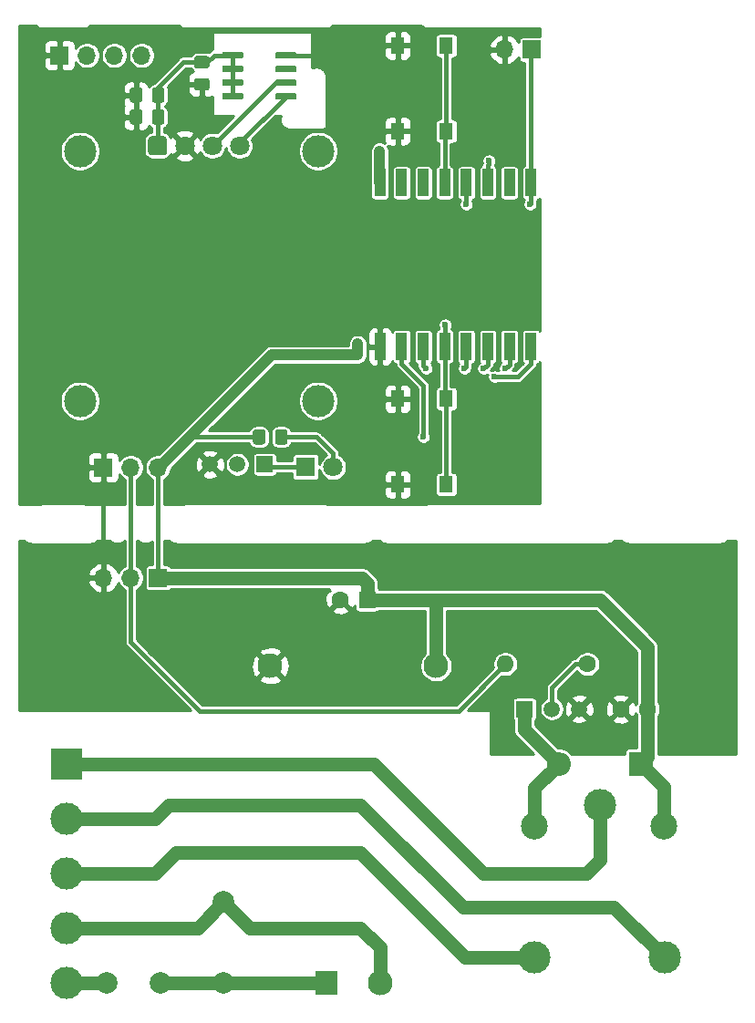
<source format=gbr>
%TF.GenerationSoftware,KiCad,Pcbnew,(5.1.5)-3*%
%TF.CreationDate,2021-07-21T11:08:43+02:00*%
%TF.ProjectId,cece-pcb,63656365-2d70-4636-922e-6b696361645f,rev?*%
%TF.SameCoordinates,Original*%
%TF.FileFunction,Copper,L1,Top*%
%TF.FilePolarity,Positive*%
%FSLAX46Y46*%
G04 Gerber Fmt 4.6, Leading zero omitted, Abs format (unit mm)*
G04 Created by KiCad (PCBNEW (5.1.5)-3) date 2021-07-21 11:08:43*
%MOMM*%
%LPD*%
G04 APERTURE LIST*
%TA.AperFunction,SMDPad,CuDef*%
%ADD10C,0.100000*%
%TD*%
%TA.AperFunction,ComponentPad*%
%ADD11R,1.500000X1.500000*%
%TD*%
%TA.AperFunction,ComponentPad*%
%ADD12C,1.500000*%
%TD*%
%TA.AperFunction,ComponentPad*%
%ADD13C,1.800000*%
%TD*%
%TA.AperFunction,ComponentPad*%
%ADD14R,1.800000X1.800000*%
%TD*%
%TA.AperFunction,ComponentPad*%
%ADD15C,3.000000*%
%TD*%
%TA.AperFunction,ComponentPad*%
%ADD16C,0.100000*%
%TD*%
%TA.AperFunction,SMDPad,CuDef*%
%ADD17R,1.300000X1.550000*%
%TD*%
%TA.AperFunction,ComponentPad*%
%ADD18O,1.700000X1.700000*%
%TD*%
%TA.AperFunction,ComponentPad*%
%ADD19R,1.700000X1.700000*%
%TD*%
%TA.AperFunction,SMDPad,CuDef*%
%ADD20R,1.000000X2.500000*%
%TD*%
%TA.AperFunction,ComponentPad*%
%ADD21C,2.000000*%
%TD*%
%TA.AperFunction,ComponentPad*%
%ADD22O,1.600000X1.600000*%
%TD*%
%TA.AperFunction,ComponentPad*%
%ADD23C,1.600000*%
%TD*%
%TA.AperFunction,ComponentPad*%
%ADD24C,2.300000*%
%TD*%
%TA.AperFunction,ComponentPad*%
%ADD25R,2.000000X2.300000*%
%TD*%
%TA.AperFunction,ComponentPad*%
%ADD26C,2.500000*%
%TD*%
%TA.AperFunction,ComponentPad*%
%ADD27R,3.000000X3.000000*%
%TD*%
%TA.AperFunction,ComponentPad*%
%ADD28O,2.200000X2.200000*%
%TD*%
%TA.AperFunction,ComponentPad*%
%ADD29R,2.200000X2.200000*%
%TD*%
%TA.AperFunction,ComponentPad*%
%ADD30R,1.600000X1.600000*%
%TD*%
%TA.AperFunction,ViaPad*%
%ADD31C,0.600000*%
%TD*%
%TA.AperFunction,ViaPad*%
%ADD32C,0.800000*%
%TD*%
%TA.AperFunction,ViaPad*%
%ADD33C,1.000000*%
%TD*%
%TA.AperFunction,Conductor*%
%ADD34C,0.381000*%
%TD*%
%TA.AperFunction,Conductor*%
%ADD35C,1.270000*%
%TD*%
%TA.AperFunction,Conductor*%
%ADD36C,1.016000*%
%TD*%
%TA.AperFunction,Conductor*%
%ADD37C,0.254000*%
%TD*%
G04 APERTURE END LIST*
%TA.AperFunction,SMDPad,CuDef*%
D10*
%TO.P,R108,2*%
%TO.N,+5V*%
G36*
X123022505Y-60769204D02*
G01*
X123046773Y-60772804D01*
X123070572Y-60778765D01*
X123093671Y-60787030D01*
X123115850Y-60797520D01*
X123136893Y-60810132D01*
X123156599Y-60824747D01*
X123174777Y-60841223D01*
X123191253Y-60859401D01*
X123205868Y-60879107D01*
X123218480Y-60900150D01*
X123228970Y-60922329D01*
X123237235Y-60945428D01*
X123243196Y-60969227D01*
X123246796Y-60993495D01*
X123248000Y-61017999D01*
X123248000Y-61918001D01*
X123246796Y-61942505D01*
X123243196Y-61966773D01*
X123237235Y-61990572D01*
X123228970Y-62013671D01*
X123218480Y-62035850D01*
X123205868Y-62056893D01*
X123191253Y-62076599D01*
X123174777Y-62094777D01*
X123156599Y-62111253D01*
X123136893Y-62125868D01*
X123115850Y-62138480D01*
X123093671Y-62148970D01*
X123070572Y-62157235D01*
X123046773Y-62163196D01*
X123022505Y-62166796D01*
X122998001Y-62168000D01*
X122347999Y-62168000D01*
X122323495Y-62166796D01*
X122299227Y-62163196D01*
X122275428Y-62157235D01*
X122252329Y-62148970D01*
X122230150Y-62138480D01*
X122209107Y-62125868D01*
X122189401Y-62111253D01*
X122171223Y-62094777D01*
X122154747Y-62076599D01*
X122140132Y-62056893D01*
X122127520Y-62035850D01*
X122117030Y-62013671D01*
X122108765Y-61990572D01*
X122102804Y-61966773D01*
X122099204Y-61942505D01*
X122098000Y-61918001D01*
X122098000Y-61017999D01*
X122099204Y-60993495D01*
X122102804Y-60969227D01*
X122108765Y-60945428D01*
X122117030Y-60922329D01*
X122127520Y-60900150D01*
X122140132Y-60879107D01*
X122154747Y-60859401D01*
X122171223Y-60841223D01*
X122189401Y-60824747D01*
X122209107Y-60810132D01*
X122230150Y-60797520D01*
X122252329Y-60787030D01*
X122275428Y-60778765D01*
X122299227Y-60772804D01*
X122323495Y-60769204D01*
X122347999Y-60768000D01*
X122998001Y-60768000D01*
X123022505Y-60769204D01*
G37*
%TD.AperFunction*%
%TA.AperFunction,SMDPad,CuDef*%
%TO.P,R108,1*%
%TO.N,Net-(D103-Pad2)*%
G36*
X125072505Y-60769204D02*
G01*
X125096773Y-60772804D01*
X125120572Y-60778765D01*
X125143671Y-60787030D01*
X125165850Y-60797520D01*
X125186893Y-60810132D01*
X125206599Y-60824747D01*
X125224777Y-60841223D01*
X125241253Y-60859401D01*
X125255868Y-60879107D01*
X125268480Y-60900150D01*
X125278970Y-60922329D01*
X125287235Y-60945428D01*
X125293196Y-60969227D01*
X125296796Y-60993495D01*
X125298000Y-61017999D01*
X125298000Y-61918001D01*
X125296796Y-61942505D01*
X125293196Y-61966773D01*
X125287235Y-61990572D01*
X125278970Y-62013671D01*
X125268480Y-62035850D01*
X125255868Y-62056893D01*
X125241253Y-62076599D01*
X125224777Y-62094777D01*
X125206599Y-62111253D01*
X125186893Y-62125868D01*
X125165850Y-62138480D01*
X125143671Y-62148970D01*
X125120572Y-62157235D01*
X125096773Y-62163196D01*
X125072505Y-62166796D01*
X125048001Y-62168000D01*
X124397999Y-62168000D01*
X124373495Y-62166796D01*
X124349227Y-62163196D01*
X124325428Y-62157235D01*
X124302329Y-62148970D01*
X124280150Y-62138480D01*
X124259107Y-62125868D01*
X124239401Y-62111253D01*
X124221223Y-62094777D01*
X124204747Y-62076599D01*
X124190132Y-62056893D01*
X124177520Y-62035850D01*
X124167030Y-62013671D01*
X124158765Y-61990572D01*
X124152804Y-61966773D01*
X124149204Y-61942505D01*
X124148000Y-61918001D01*
X124148000Y-61017999D01*
X124149204Y-60993495D01*
X124152804Y-60969227D01*
X124158765Y-60945428D01*
X124167030Y-60922329D01*
X124177520Y-60900150D01*
X124190132Y-60879107D01*
X124204747Y-60859401D01*
X124221223Y-60841223D01*
X124239401Y-60824747D01*
X124259107Y-60810132D01*
X124280150Y-60797520D01*
X124302329Y-60787030D01*
X124325428Y-60778765D01*
X124349227Y-60772804D01*
X124373495Y-60769204D01*
X124397999Y-60768000D01*
X125048001Y-60768000D01*
X125072505Y-60769204D01*
G37*
%TD.AperFunction*%
%TD*%
D11*
%TO.P,Q101,1*%
%TO.N,Net-(D103-Pad1)*%
X123190000Y-64008000D03*
D12*
%TO.P,Q101,3*%
%TO.N,GND*%
X118110000Y-64008000D03*
%TO.P,Q101,2*%
%TO.N,Net-(Q101-Pad2)*%
X120650000Y-64008000D03*
%TD*%
D13*
%TO.P,D103,2*%
%TO.N,Net-(D103-Pad2)*%
X129540000Y-64262000D03*
D14*
%TO.P,D103,1*%
%TO.N,Net-(D103-Pad1)*%
X127000000Y-64262000D03*
%TD*%
%TA.AperFunction,SMDPad,CuDef*%
D10*
%TO.P,C109,2*%
%TO.N,GND*%
G36*
X111592505Y-31051204D02*
G01*
X111616773Y-31054804D01*
X111640572Y-31060765D01*
X111663671Y-31069030D01*
X111685850Y-31079520D01*
X111706893Y-31092132D01*
X111726599Y-31106747D01*
X111744777Y-31123223D01*
X111761253Y-31141401D01*
X111775868Y-31161107D01*
X111788480Y-31182150D01*
X111798970Y-31204329D01*
X111807235Y-31227428D01*
X111813196Y-31251227D01*
X111816796Y-31275495D01*
X111818000Y-31299999D01*
X111818000Y-32200001D01*
X111816796Y-32224505D01*
X111813196Y-32248773D01*
X111807235Y-32272572D01*
X111798970Y-32295671D01*
X111788480Y-32317850D01*
X111775868Y-32338893D01*
X111761253Y-32358599D01*
X111744777Y-32376777D01*
X111726599Y-32393253D01*
X111706893Y-32407868D01*
X111685850Y-32420480D01*
X111663671Y-32430970D01*
X111640572Y-32439235D01*
X111616773Y-32445196D01*
X111592505Y-32448796D01*
X111568001Y-32450000D01*
X110917999Y-32450000D01*
X110893495Y-32448796D01*
X110869227Y-32445196D01*
X110845428Y-32439235D01*
X110822329Y-32430970D01*
X110800150Y-32420480D01*
X110779107Y-32407868D01*
X110759401Y-32393253D01*
X110741223Y-32376777D01*
X110724747Y-32358599D01*
X110710132Y-32338893D01*
X110697520Y-32317850D01*
X110687030Y-32295671D01*
X110678765Y-32272572D01*
X110672804Y-32248773D01*
X110669204Y-32224505D01*
X110668000Y-32200001D01*
X110668000Y-31299999D01*
X110669204Y-31275495D01*
X110672804Y-31251227D01*
X110678765Y-31227428D01*
X110687030Y-31204329D01*
X110697520Y-31182150D01*
X110710132Y-31161107D01*
X110724747Y-31141401D01*
X110741223Y-31123223D01*
X110759401Y-31106747D01*
X110779107Y-31092132D01*
X110800150Y-31079520D01*
X110822329Y-31069030D01*
X110845428Y-31060765D01*
X110869227Y-31054804D01*
X110893495Y-31051204D01*
X110917999Y-31050000D01*
X111568001Y-31050000D01*
X111592505Y-31051204D01*
G37*
%TD.AperFunction*%
%TA.AperFunction,SMDPad,CuDef*%
%TO.P,C109,1*%
%TO.N,+3V3*%
G36*
X113642505Y-31051204D02*
G01*
X113666773Y-31054804D01*
X113690572Y-31060765D01*
X113713671Y-31069030D01*
X113735850Y-31079520D01*
X113756893Y-31092132D01*
X113776599Y-31106747D01*
X113794777Y-31123223D01*
X113811253Y-31141401D01*
X113825868Y-31161107D01*
X113838480Y-31182150D01*
X113848970Y-31204329D01*
X113857235Y-31227428D01*
X113863196Y-31251227D01*
X113866796Y-31275495D01*
X113868000Y-31299999D01*
X113868000Y-32200001D01*
X113866796Y-32224505D01*
X113863196Y-32248773D01*
X113857235Y-32272572D01*
X113848970Y-32295671D01*
X113838480Y-32317850D01*
X113825868Y-32338893D01*
X113811253Y-32358599D01*
X113794777Y-32376777D01*
X113776599Y-32393253D01*
X113756893Y-32407868D01*
X113735850Y-32420480D01*
X113713671Y-32430970D01*
X113690572Y-32439235D01*
X113666773Y-32445196D01*
X113642505Y-32448796D01*
X113618001Y-32450000D01*
X112967999Y-32450000D01*
X112943495Y-32448796D01*
X112919227Y-32445196D01*
X112895428Y-32439235D01*
X112872329Y-32430970D01*
X112850150Y-32420480D01*
X112829107Y-32407868D01*
X112809401Y-32393253D01*
X112791223Y-32376777D01*
X112774747Y-32358599D01*
X112760132Y-32338893D01*
X112747520Y-32317850D01*
X112737030Y-32295671D01*
X112728765Y-32272572D01*
X112722804Y-32248773D01*
X112719204Y-32224505D01*
X112718000Y-32200001D01*
X112718000Y-31299999D01*
X112719204Y-31275495D01*
X112722804Y-31251227D01*
X112728765Y-31227428D01*
X112737030Y-31204329D01*
X112747520Y-31182150D01*
X112760132Y-31161107D01*
X112774747Y-31141401D01*
X112791223Y-31123223D01*
X112809401Y-31106747D01*
X112829107Y-31092132D01*
X112850150Y-31079520D01*
X112872329Y-31069030D01*
X112895428Y-31060765D01*
X112919227Y-31054804D01*
X112943495Y-31051204D01*
X112967999Y-31050000D01*
X113618001Y-31050000D01*
X113642505Y-31051204D01*
G37*
%TD.AperFunction*%
%TD*%
%TA.AperFunction,SMDPad,CuDef*%
%TO.P,C108,2*%
%TO.N,GND*%
G36*
X111592505Y-29019204D02*
G01*
X111616773Y-29022804D01*
X111640572Y-29028765D01*
X111663671Y-29037030D01*
X111685850Y-29047520D01*
X111706893Y-29060132D01*
X111726599Y-29074747D01*
X111744777Y-29091223D01*
X111761253Y-29109401D01*
X111775868Y-29129107D01*
X111788480Y-29150150D01*
X111798970Y-29172329D01*
X111807235Y-29195428D01*
X111813196Y-29219227D01*
X111816796Y-29243495D01*
X111818000Y-29267999D01*
X111818000Y-30168001D01*
X111816796Y-30192505D01*
X111813196Y-30216773D01*
X111807235Y-30240572D01*
X111798970Y-30263671D01*
X111788480Y-30285850D01*
X111775868Y-30306893D01*
X111761253Y-30326599D01*
X111744777Y-30344777D01*
X111726599Y-30361253D01*
X111706893Y-30375868D01*
X111685850Y-30388480D01*
X111663671Y-30398970D01*
X111640572Y-30407235D01*
X111616773Y-30413196D01*
X111592505Y-30416796D01*
X111568001Y-30418000D01*
X110917999Y-30418000D01*
X110893495Y-30416796D01*
X110869227Y-30413196D01*
X110845428Y-30407235D01*
X110822329Y-30398970D01*
X110800150Y-30388480D01*
X110779107Y-30375868D01*
X110759401Y-30361253D01*
X110741223Y-30344777D01*
X110724747Y-30326599D01*
X110710132Y-30306893D01*
X110697520Y-30285850D01*
X110687030Y-30263671D01*
X110678765Y-30240572D01*
X110672804Y-30216773D01*
X110669204Y-30192505D01*
X110668000Y-30168001D01*
X110668000Y-29267999D01*
X110669204Y-29243495D01*
X110672804Y-29219227D01*
X110678765Y-29195428D01*
X110687030Y-29172329D01*
X110697520Y-29150150D01*
X110710132Y-29129107D01*
X110724747Y-29109401D01*
X110741223Y-29091223D01*
X110759401Y-29074747D01*
X110779107Y-29060132D01*
X110800150Y-29047520D01*
X110822329Y-29037030D01*
X110845428Y-29028765D01*
X110869227Y-29022804D01*
X110893495Y-29019204D01*
X110917999Y-29018000D01*
X111568001Y-29018000D01*
X111592505Y-29019204D01*
G37*
%TD.AperFunction*%
%TA.AperFunction,SMDPad,CuDef*%
%TO.P,C108,1*%
%TO.N,+3V3*%
G36*
X113642505Y-29019204D02*
G01*
X113666773Y-29022804D01*
X113690572Y-29028765D01*
X113713671Y-29037030D01*
X113735850Y-29047520D01*
X113756893Y-29060132D01*
X113776599Y-29074747D01*
X113794777Y-29091223D01*
X113811253Y-29109401D01*
X113825868Y-29129107D01*
X113838480Y-29150150D01*
X113848970Y-29172329D01*
X113857235Y-29195428D01*
X113863196Y-29219227D01*
X113866796Y-29243495D01*
X113868000Y-29267999D01*
X113868000Y-30168001D01*
X113866796Y-30192505D01*
X113863196Y-30216773D01*
X113857235Y-30240572D01*
X113848970Y-30263671D01*
X113838480Y-30285850D01*
X113825868Y-30306893D01*
X113811253Y-30326599D01*
X113794777Y-30344777D01*
X113776599Y-30361253D01*
X113756893Y-30375868D01*
X113735850Y-30388480D01*
X113713671Y-30398970D01*
X113690572Y-30407235D01*
X113666773Y-30413196D01*
X113642505Y-30416796D01*
X113618001Y-30418000D01*
X112967999Y-30418000D01*
X112943495Y-30416796D01*
X112919227Y-30413196D01*
X112895428Y-30407235D01*
X112872329Y-30398970D01*
X112850150Y-30388480D01*
X112829107Y-30375868D01*
X112809401Y-30361253D01*
X112791223Y-30344777D01*
X112774747Y-30326599D01*
X112760132Y-30306893D01*
X112747520Y-30285850D01*
X112737030Y-30263671D01*
X112728765Y-30240572D01*
X112722804Y-30216773D01*
X112719204Y-30192505D01*
X112718000Y-30168001D01*
X112718000Y-29267999D01*
X112719204Y-29243495D01*
X112722804Y-29219227D01*
X112728765Y-29195428D01*
X112737030Y-29172329D01*
X112747520Y-29150150D01*
X112760132Y-29129107D01*
X112774747Y-29109401D01*
X112791223Y-29091223D01*
X112809401Y-29074747D01*
X112829107Y-29060132D01*
X112850150Y-29047520D01*
X112872329Y-29037030D01*
X112895428Y-29028765D01*
X112919227Y-29022804D01*
X112943495Y-29019204D01*
X112967999Y-29018000D01*
X113618001Y-29018000D01*
X113642505Y-29019204D01*
G37*
%TD.AperFunction*%
%TD*%
D15*
%TO.P,LCD101,*%
%TO.N,*%
X106045000Y-34925000D03*
X128155000Y-58125000D03*
X128155000Y-34925000D03*
X106045000Y-58125000D03*
D13*
%TO.P,LCD101,2*%
%TO.N,GND*%
X115785000Y-34425000D03*
%TA.AperFunction,ComponentPad*%
D16*
%TO.P,LCD101,1*%
%TO.N,+3V3*%
G36*
X113739108Y-33527167D02*
G01*
X113782791Y-33533647D01*
X113825628Y-33544377D01*
X113867208Y-33559254D01*
X113907129Y-33578135D01*
X113945007Y-33600839D01*
X113980477Y-33627145D01*
X114013198Y-33656802D01*
X114042855Y-33689523D01*
X114069161Y-33724993D01*
X114091865Y-33762871D01*
X114110746Y-33802792D01*
X114125623Y-33844372D01*
X114136353Y-33887209D01*
X114142833Y-33930892D01*
X114145000Y-33975000D01*
X114145000Y-34875000D01*
X114142833Y-34919108D01*
X114136353Y-34962791D01*
X114125623Y-35005628D01*
X114110746Y-35047208D01*
X114091865Y-35087129D01*
X114069161Y-35125007D01*
X114042855Y-35160477D01*
X114013198Y-35193198D01*
X113980477Y-35222855D01*
X113945007Y-35249161D01*
X113907129Y-35271865D01*
X113867208Y-35290746D01*
X113825628Y-35305623D01*
X113782791Y-35316353D01*
X113739108Y-35322833D01*
X113695000Y-35325000D01*
X112795000Y-35325000D01*
X112750892Y-35322833D01*
X112707209Y-35316353D01*
X112664372Y-35305623D01*
X112622792Y-35290746D01*
X112582871Y-35271865D01*
X112544993Y-35249161D01*
X112509523Y-35222855D01*
X112476802Y-35193198D01*
X112447145Y-35160477D01*
X112420839Y-35125007D01*
X112398135Y-35087129D01*
X112379254Y-35047208D01*
X112364377Y-35005628D01*
X112353647Y-34962791D01*
X112347167Y-34919108D01*
X112345000Y-34875000D01*
X112345000Y-33975000D01*
X112347167Y-33930892D01*
X112353647Y-33887209D01*
X112364377Y-33844372D01*
X112379254Y-33802792D01*
X112398135Y-33762871D01*
X112420839Y-33724993D01*
X112447145Y-33689523D01*
X112476802Y-33656802D01*
X112509523Y-33627145D01*
X112544993Y-33600839D01*
X112582871Y-33578135D01*
X112622792Y-33559254D01*
X112664372Y-33544377D01*
X112707209Y-33533647D01*
X112750892Y-33527167D01*
X112795000Y-33525000D01*
X113695000Y-33525000D01*
X113739108Y-33527167D01*
G37*
%TD.AperFunction*%
D13*
%TO.P,LCD101,3*%
%TO.N,/D1|SCL*%
X118325000Y-34425000D03*
%TO.P,LCD101,4*%
%TO.N,/D2|SDA*%
X120865000Y-34425000D03*
%TD*%
D17*
%TO.P,SW102,2*%
%TO.N,GND*%
X135545000Y-65875000D03*
%TO.P,SW102,1*%
%TO.N,/D3*%
X140045000Y-65875000D03*
X140045000Y-57925000D03*
%TO.P,SW102,2*%
%TO.N,GND*%
X135545000Y-57925000D03*
%TD*%
%TO.P,SW101,2*%
%TO.N,GND*%
X135545000Y-33075000D03*
%TO.P,SW101,1*%
%TO.N,/D5|SCK*%
X140045000Y-33075000D03*
X140045000Y-25125000D03*
%TO.P,SW101,2*%
%TO.N,GND*%
X135545000Y-25125000D03*
%TD*%
%TA.AperFunction,SMDPad,CuDef*%
D10*
%TO.P,C107,2*%
%TO.N,GND*%
G36*
X117822505Y-28137204D02*
G01*
X117846773Y-28140804D01*
X117870572Y-28146765D01*
X117893671Y-28155030D01*
X117915850Y-28165520D01*
X117936893Y-28178132D01*
X117956599Y-28192747D01*
X117974777Y-28209223D01*
X117991253Y-28227401D01*
X118005868Y-28247107D01*
X118018480Y-28268150D01*
X118028970Y-28290329D01*
X118037235Y-28313428D01*
X118043196Y-28337227D01*
X118046796Y-28361495D01*
X118048000Y-28385999D01*
X118048000Y-29036001D01*
X118046796Y-29060505D01*
X118043196Y-29084773D01*
X118037235Y-29108572D01*
X118028970Y-29131671D01*
X118018480Y-29153850D01*
X118005868Y-29174893D01*
X117991253Y-29194599D01*
X117974777Y-29212777D01*
X117956599Y-29229253D01*
X117936893Y-29243868D01*
X117915850Y-29256480D01*
X117893671Y-29266970D01*
X117870572Y-29275235D01*
X117846773Y-29281196D01*
X117822505Y-29284796D01*
X117798001Y-29286000D01*
X116897999Y-29286000D01*
X116873495Y-29284796D01*
X116849227Y-29281196D01*
X116825428Y-29275235D01*
X116802329Y-29266970D01*
X116780150Y-29256480D01*
X116759107Y-29243868D01*
X116739401Y-29229253D01*
X116721223Y-29212777D01*
X116704747Y-29194599D01*
X116690132Y-29174893D01*
X116677520Y-29153850D01*
X116667030Y-29131671D01*
X116658765Y-29108572D01*
X116652804Y-29084773D01*
X116649204Y-29060505D01*
X116648000Y-29036001D01*
X116648000Y-28385999D01*
X116649204Y-28361495D01*
X116652804Y-28337227D01*
X116658765Y-28313428D01*
X116667030Y-28290329D01*
X116677520Y-28268150D01*
X116690132Y-28247107D01*
X116704747Y-28227401D01*
X116721223Y-28209223D01*
X116739401Y-28192747D01*
X116759107Y-28178132D01*
X116780150Y-28165520D01*
X116802329Y-28155030D01*
X116825428Y-28146765D01*
X116849227Y-28140804D01*
X116873495Y-28137204D01*
X116897999Y-28136000D01*
X117798001Y-28136000D01*
X117822505Y-28137204D01*
G37*
%TD.AperFunction*%
%TA.AperFunction,SMDPad,CuDef*%
%TO.P,C107,1*%
%TO.N,+3V3*%
G36*
X117822505Y-26087204D02*
G01*
X117846773Y-26090804D01*
X117870572Y-26096765D01*
X117893671Y-26105030D01*
X117915850Y-26115520D01*
X117936893Y-26128132D01*
X117956599Y-26142747D01*
X117974777Y-26159223D01*
X117991253Y-26177401D01*
X118005868Y-26197107D01*
X118018480Y-26218150D01*
X118028970Y-26240329D01*
X118037235Y-26263428D01*
X118043196Y-26287227D01*
X118046796Y-26311495D01*
X118048000Y-26335999D01*
X118048000Y-26986001D01*
X118046796Y-27010505D01*
X118043196Y-27034773D01*
X118037235Y-27058572D01*
X118028970Y-27081671D01*
X118018480Y-27103850D01*
X118005868Y-27124893D01*
X117991253Y-27144599D01*
X117974777Y-27162777D01*
X117956599Y-27179253D01*
X117936893Y-27193868D01*
X117915850Y-27206480D01*
X117893671Y-27216970D01*
X117870572Y-27225235D01*
X117846773Y-27231196D01*
X117822505Y-27234796D01*
X117798001Y-27236000D01*
X116897999Y-27236000D01*
X116873495Y-27234796D01*
X116849227Y-27231196D01*
X116825428Y-27225235D01*
X116802329Y-27216970D01*
X116780150Y-27206480D01*
X116759107Y-27193868D01*
X116739401Y-27179253D01*
X116721223Y-27162777D01*
X116704747Y-27144599D01*
X116690132Y-27124893D01*
X116677520Y-27103850D01*
X116667030Y-27081671D01*
X116658765Y-27058572D01*
X116652804Y-27034773D01*
X116649204Y-27010505D01*
X116648000Y-26986001D01*
X116648000Y-26335999D01*
X116649204Y-26311495D01*
X116652804Y-26287227D01*
X116658765Y-26263428D01*
X116667030Y-26240329D01*
X116677520Y-26218150D01*
X116690132Y-26197107D01*
X116704747Y-26177401D01*
X116721223Y-26159223D01*
X116739401Y-26142747D01*
X116759107Y-26128132D01*
X116780150Y-26115520D01*
X116802329Y-26105030D01*
X116825428Y-26096765D01*
X116849227Y-26090804D01*
X116873495Y-26087204D01*
X116897999Y-26086000D01*
X117798001Y-26086000D01*
X117822505Y-26087204D01*
G37*
%TD.AperFunction*%
%TD*%
D18*
%TO.P,J101,4*%
%TO.N,Net-(D101-Pad1)*%
X111760000Y-26035000D03*
%TO.P,J101,3*%
%TO.N,Net-(C106-Pad1)*%
X109220000Y-26035000D03*
%TO.P,J101,2*%
%TO.N,Net-(J101-Pad2)*%
X106680000Y-26035000D03*
D19*
%TO.P,J101,1*%
%TO.N,GND*%
X104140000Y-26035000D03*
%TD*%
%TA.AperFunction,SMDPad,CuDef*%
D10*
%TO.P,U103,8*%
%TO.N,+3V3*%
G36*
X121046703Y-29545722D02*
G01*
X121061264Y-29547882D01*
X121075543Y-29551459D01*
X121089403Y-29556418D01*
X121102710Y-29562712D01*
X121115336Y-29570280D01*
X121127159Y-29579048D01*
X121138066Y-29588934D01*
X121147952Y-29599841D01*
X121156720Y-29611664D01*
X121164288Y-29624290D01*
X121170582Y-29637597D01*
X121175541Y-29651457D01*
X121179118Y-29665736D01*
X121181278Y-29680297D01*
X121182000Y-29695000D01*
X121182000Y-29995000D01*
X121181278Y-30009703D01*
X121179118Y-30024264D01*
X121175541Y-30038543D01*
X121170582Y-30052403D01*
X121164288Y-30065710D01*
X121156720Y-30078336D01*
X121147952Y-30090159D01*
X121138066Y-30101066D01*
X121127159Y-30110952D01*
X121115336Y-30119720D01*
X121102710Y-30127288D01*
X121089403Y-30133582D01*
X121075543Y-30138541D01*
X121061264Y-30142118D01*
X121046703Y-30144278D01*
X121032000Y-30145000D01*
X119382000Y-30145000D01*
X119367297Y-30144278D01*
X119352736Y-30142118D01*
X119338457Y-30138541D01*
X119324597Y-30133582D01*
X119311290Y-30127288D01*
X119298664Y-30119720D01*
X119286841Y-30110952D01*
X119275934Y-30101066D01*
X119266048Y-30090159D01*
X119257280Y-30078336D01*
X119249712Y-30065710D01*
X119243418Y-30052403D01*
X119238459Y-30038543D01*
X119234882Y-30024264D01*
X119232722Y-30009703D01*
X119232000Y-29995000D01*
X119232000Y-29695000D01*
X119232722Y-29680297D01*
X119234882Y-29665736D01*
X119238459Y-29651457D01*
X119243418Y-29637597D01*
X119249712Y-29624290D01*
X119257280Y-29611664D01*
X119266048Y-29599841D01*
X119275934Y-29588934D01*
X119286841Y-29579048D01*
X119298664Y-29570280D01*
X119311290Y-29562712D01*
X119324597Y-29556418D01*
X119338457Y-29551459D01*
X119352736Y-29547882D01*
X119367297Y-29545722D01*
X119382000Y-29545000D01*
X121032000Y-29545000D01*
X121046703Y-29545722D01*
G37*
%TD.AperFunction*%
%TA.AperFunction,SMDPad,CuDef*%
%TO.P,U103,7*%
G36*
X121046703Y-28275722D02*
G01*
X121061264Y-28277882D01*
X121075543Y-28281459D01*
X121089403Y-28286418D01*
X121102710Y-28292712D01*
X121115336Y-28300280D01*
X121127159Y-28309048D01*
X121138066Y-28318934D01*
X121147952Y-28329841D01*
X121156720Y-28341664D01*
X121164288Y-28354290D01*
X121170582Y-28367597D01*
X121175541Y-28381457D01*
X121179118Y-28395736D01*
X121181278Y-28410297D01*
X121182000Y-28425000D01*
X121182000Y-28725000D01*
X121181278Y-28739703D01*
X121179118Y-28754264D01*
X121175541Y-28768543D01*
X121170582Y-28782403D01*
X121164288Y-28795710D01*
X121156720Y-28808336D01*
X121147952Y-28820159D01*
X121138066Y-28831066D01*
X121127159Y-28840952D01*
X121115336Y-28849720D01*
X121102710Y-28857288D01*
X121089403Y-28863582D01*
X121075543Y-28868541D01*
X121061264Y-28872118D01*
X121046703Y-28874278D01*
X121032000Y-28875000D01*
X119382000Y-28875000D01*
X119367297Y-28874278D01*
X119352736Y-28872118D01*
X119338457Y-28868541D01*
X119324597Y-28863582D01*
X119311290Y-28857288D01*
X119298664Y-28849720D01*
X119286841Y-28840952D01*
X119275934Y-28831066D01*
X119266048Y-28820159D01*
X119257280Y-28808336D01*
X119249712Y-28795710D01*
X119243418Y-28782403D01*
X119238459Y-28768543D01*
X119234882Y-28754264D01*
X119232722Y-28739703D01*
X119232000Y-28725000D01*
X119232000Y-28425000D01*
X119232722Y-28410297D01*
X119234882Y-28395736D01*
X119238459Y-28381457D01*
X119243418Y-28367597D01*
X119249712Y-28354290D01*
X119257280Y-28341664D01*
X119266048Y-28329841D01*
X119275934Y-28318934D01*
X119286841Y-28309048D01*
X119298664Y-28300280D01*
X119311290Y-28292712D01*
X119324597Y-28286418D01*
X119338457Y-28281459D01*
X119352736Y-28277882D01*
X119367297Y-28275722D01*
X119382000Y-28275000D01*
X121032000Y-28275000D01*
X121046703Y-28275722D01*
G37*
%TD.AperFunction*%
%TA.AperFunction,SMDPad,CuDef*%
%TO.P,U103,6*%
G36*
X121046703Y-27005722D02*
G01*
X121061264Y-27007882D01*
X121075543Y-27011459D01*
X121089403Y-27016418D01*
X121102710Y-27022712D01*
X121115336Y-27030280D01*
X121127159Y-27039048D01*
X121138066Y-27048934D01*
X121147952Y-27059841D01*
X121156720Y-27071664D01*
X121164288Y-27084290D01*
X121170582Y-27097597D01*
X121175541Y-27111457D01*
X121179118Y-27125736D01*
X121181278Y-27140297D01*
X121182000Y-27155000D01*
X121182000Y-27455000D01*
X121181278Y-27469703D01*
X121179118Y-27484264D01*
X121175541Y-27498543D01*
X121170582Y-27512403D01*
X121164288Y-27525710D01*
X121156720Y-27538336D01*
X121147952Y-27550159D01*
X121138066Y-27561066D01*
X121127159Y-27570952D01*
X121115336Y-27579720D01*
X121102710Y-27587288D01*
X121089403Y-27593582D01*
X121075543Y-27598541D01*
X121061264Y-27602118D01*
X121046703Y-27604278D01*
X121032000Y-27605000D01*
X119382000Y-27605000D01*
X119367297Y-27604278D01*
X119352736Y-27602118D01*
X119338457Y-27598541D01*
X119324597Y-27593582D01*
X119311290Y-27587288D01*
X119298664Y-27579720D01*
X119286841Y-27570952D01*
X119275934Y-27561066D01*
X119266048Y-27550159D01*
X119257280Y-27538336D01*
X119249712Y-27525710D01*
X119243418Y-27512403D01*
X119238459Y-27498543D01*
X119234882Y-27484264D01*
X119232722Y-27469703D01*
X119232000Y-27455000D01*
X119232000Y-27155000D01*
X119232722Y-27140297D01*
X119234882Y-27125736D01*
X119238459Y-27111457D01*
X119243418Y-27097597D01*
X119249712Y-27084290D01*
X119257280Y-27071664D01*
X119266048Y-27059841D01*
X119275934Y-27048934D01*
X119286841Y-27039048D01*
X119298664Y-27030280D01*
X119311290Y-27022712D01*
X119324597Y-27016418D01*
X119338457Y-27011459D01*
X119352736Y-27007882D01*
X119367297Y-27005722D01*
X119382000Y-27005000D01*
X121032000Y-27005000D01*
X121046703Y-27005722D01*
G37*
%TD.AperFunction*%
%TA.AperFunction,SMDPad,CuDef*%
%TO.P,U103,5*%
G36*
X121046703Y-25735722D02*
G01*
X121061264Y-25737882D01*
X121075543Y-25741459D01*
X121089403Y-25746418D01*
X121102710Y-25752712D01*
X121115336Y-25760280D01*
X121127159Y-25769048D01*
X121138066Y-25778934D01*
X121147952Y-25789841D01*
X121156720Y-25801664D01*
X121164288Y-25814290D01*
X121170582Y-25827597D01*
X121175541Y-25841457D01*
X121179118Y-25855736D01*
X121181278Y-25870297D01*
X121182000Y-25885000D01*
X121182000Y-26185000D01*
X121181278Y-26199703D01*
X121179118Y-26214264D01*
X121175541Y-26228543D01*
X121170582Y-26242403D01*
X121164288Y-26255710D01*
X121156720Y-26268336D01*
X121147952Y-26280159D01*
X121138066Y-26291066D01*
X121127159Y-26300952D01*
X121115336Y-26309720D01*
X121102710Y-26317288D01*
X121089403Y-26323582D01*
X121075543Y-26328541D01*
X121061264Y-26332118D01*
X121046703Y-26334278D01*
X121032000Y-26335000D01*
X119382000Y-26335000D01*
X119367297Y-26334278D01*
X119352736Y-26332118D01*
X119338457Y-26328541D01*
X119324597Y-26323582D01*
X119311290Y-26317288D01*
X119298664Y-26309720D01*
X119286841Y-26300952D01*
X119275934Y-26291066D01*
X119266048Y-26280159D01*
X119257280Y-26268336D01*
X119249712Y-26255710D01*
X119243418Y-26242403D01*
X119238459Y-26228543D01*
X119234882Y-26214264D01*
X119232722Y-26199703D01*
X119232000Y-26185000D01*
X119232000Y-25885000D01*
X119232722Y-25870297D01*
X119234882Y-25855736D01*
X119238459Y-25841457D01*
X119243418Y-25827597D01*
X119249712Y-25814290D01*
X119257280Y-25801664D01*
X119266048Y-25789841D01*
X119275934Y-25778934D01*
X119286841Y-25769048D01*
X119298664Y-25760280D01*
X119311290Y-25752712D01*
X119324597Y-25746418D01*
X119338457Y-25741459D01*
X119352736Y-25737882D01*
X119367297Y-25735722D01*
X119382000Y-25735000D01*
X121032000Y-25735000D01*
X121046703Y-25735722D01*
G37*
%TD.AperFunction*%
%TA.AperFunction,SMDPad,CuDef*%
%TO.P,U103,4*%
%TO.N,GND*%
G36*
X125996703Y-25735722D02*
G01*
X126011264Y-25737882D01*
X126025543Y-25741459D01*
X126039403Y-25746418D01*
X126052710Y-25752712D01*
X126065336Y-25760280D01*
X126077159Y-25769048D01*
X126088066Y-25778934D01*
X126097952Y-25789841D01*
X126106720Y-25801664D01*
X126114288Y-25814290D01*
X126120582Y-25827597D01*
X126125541Y-25841457D01*
X126129118Y-25855736D01*
X126131278Y-25870297D01*
X126132000Y-25885000D01*
X126132000Y-26185000D01*
X126131278Y-26199703D01*
X126129118Y-26214264D01*
X126125541Y-26228543D01*
X126120582Y-26242403D01*
X126114288Y-26255710D01*
X126106720Y-26268336D01*
X126097952Y-26280159D01*
X126088066Y-26291066D01*
X126077159Y-26300952D01*
X126065336Y-26309720D01*
X126052710Y-26317288D01*
X126039403Y-26323582D01*
X126025543Y-26328541D01*
X126011264Y-26332118D01*
X125996703Y-26334278D01*
X125982000Y-26335000D01*
X124332000Y-26335000D01*
X124317297Y-26334278D01*
X124302736Y-26332118D01*
X124288457Y-26328541D01*
X124274597Y-26323582D01*
X124261290Y-26317288D01*
X124248664Y-26309720D01*
X124236841Y-26300952D01*
X124225934Y-26291066D01*
X124216048Y-26280159D01*
X124207280Y-26268336D01*
X124199712Y-26255710D01*
X124193418Y-26242403D01*
X124188459Y-26228543D01*
X124184882Y-26214264D01*
X124182722Y-26199703D01*
X124182000Y-26185000D01*
X124182000Y-25885000D01*
X124182722Y-25870297D01*
X124184882Y-25855736D01*
X124188459Y-25841457D01*
X124193418Y-25827597D01*
X124199712Y-25814290D01*
X124207280Y-25801664D01*
X124216048Y-25789841D01*
X124225934Y-25778934D01*
X124236841Y-25769048D01*
X124248664Y-25760280D01*
X124261290Y-25752712D01*
X124274597Y-25746418D01*
X124288457Y-25741459D01*
X124302736Y-25737882D01*
X124317297Y-25735722D01*
X124332000Y-25735000D01*
X125982000Y-25735000D01*
X125996703Y-25735722D01*
G37*
%TD.AperFunction*%
%TA.AperFunction,SMDPad,CuDef*%
%TO.P,U103,3*%
%TO.N,N/C*%
G36*
X125996703Y-27005722D02*
G01*
X126011264Y-27007882D01*
X126025543Y-27011459D01*
X126039403Y-27016418D01*
X126052710Y-27022712D01*
X126065336Y-27030280D01*
X126077159Y-27039048D01*
X126088066Y-27048934D01*
X126097952Y-27059841D01*
X126106720Y-27071664D01*
X126114288Y-27084290D01*
X126120582Y-27097597D01*
X126125541Y-27111457D01*
X126129118Y-27125736D01*
X126131278Y-27140297D01*
X126132000Y-27155000D01*
X126132000Y-27455000D01*
X126131278Y-27469703D01*
X126129118Y-27484264D01*
X126125541Y-27498543D01*
X126120582Y-27512403D01*
X126114288Y-27525710D01*
X126106720Y-27538336D01*
X126097952Y-27550159D01*
X126088066Y-27561066D01*
X126077159Y-27570952D01*
X126065336Y-27579720D01*
X126052710Y-27587288D01*
X126039403Y-27593582D01*
X126025543Y-27598541D01*
X126011264Y-27602118D01*
X125996703Y-27604278D01*
X125982000Y-27605000D01*
X124332000Y-27605000D01*
X124317297Y-27604278D01*
X124302736Y-27602118D01*
X124288457Y-27598541D01*
X124274597Y-27593582D01*
X124261290Y-27587288D01*
X124248664Y-27579720D01*
X124236841Y-27570952D01*
X124225934Y-27561066D01*
X124216048Y-27550159D01*
X124207280Y-27538336D01*
X124199712Y-27525710D01*
X124193418Y-27512403D01*
X124188459Y-27498543D01*
X124184882Y-27484264D01*
X124182722Y-27469703D01*
X124182000Y-27455000D01*
X124182000Y-27155000D01*
X124182722Y-27140297D01*
X124184882Y-27125736D01*
X124188459Y-27111457D01*
X124193418Y-27097597D01*
X124199712Y-27084290D01*
X124207280Y-27071664D01*
X124216048Y-27059841D01*
X124225934Y-27048934D01*
X124236841Y-27039048D01*
X124248664Y-27030280D01*
X124261290Y-27022712D01*
X124274597Y-27016418D01*
X124288457Y-27011459D01*
X124302736Y-27007882D01*
X124317297Y-27005722D01*
X124332000Y-27005000D01*
X125982000Y-27005000D01*
X125996703Y-27005722D01*
G37*
%TD.AperFunction*%
%TA.AperFunction,SMDPad,CuDef*%
%TO.P,U103,2*%
%TO.N,/D1|SCL*%
G36*
X125996703Y-28275722D02*
G01*
X126011264Y-28277882D01*
X126025543Y-28281459D01*
X126039403Y-28286418D01*
X126052710Y-28292712D01*
X126065336Y-28300280D01*
X126077159Y-28309048D01*
X126088066Y-28318934D01*
X126097952Y-28329841D01*
X126106720Y-28341664D01*
X126114288Y-28354290D01*
X126120582Y-28367597D01*
X126125541Y-28381457D01*
X126129118Y-28395736D01*
X126131278Y-28410297D01*
X126132000Y-28425000D01*
X126132000Y-28725000D01*
X126131278Y-28739703D01*
X126129118Y-28754264D01*
X126125541Y-28768543D01*
X126120582Y-28782403D01*
X126114288Y-28795710D01*
X126106720Y-28808336D01*
X126097952Y-28820159D01*
X126088066Y-28831066D01*
X126077159Y-28840952D01*
X126065336Y-28849720D01*
X126052710Y-28857288D01*
X126039403Y-28863582D01*
X126025543Y-28868541D01*
X126011264Y-28872118D01*
X125996703Y-28874278D01*
X125982000Y-28875000D01*
X124332000Y-28875000D01*
X124317297Y-28874278D01*
X124302736Y-28872118D01*
X124288457Y-28868541D01*
X124274597Y-28863582D01*
X124261290Y-28857288D01*
X124248664Y-28849720D01*
X124236841Y-28840952D01*
X124225934Y-28831066D01*
X124216048Y-28820159D01*
X124207280Y-28808336D01*
X124199712Y-28795710D01*
X124193418Y-28782403D01*
X124188459Y-28768543D01*
X124184882Y-28754264D01*
X124182722Y-28739703D01*
X124182000Y-28725000D01*
X124182000Y-28425000D01*
X124182722Y-28410297D01*
X124184882Y-28395736D01*
X124188459Y-28381457D01*
X124193418Y-28367597D01*
X124199712Y-28354290D01*
X124207280Y-28341664D01*
X124216048Y-28329841D01*
X124225934Y-28318934D01*
X124236841Y-28309048D01*
X124248664Y-28300280D01*
X124261290Y-28292712D01*
X124274597Y-28286418D01*
X124288457Y-28281459D01*
X124302736Y-28277882D01*
X124317297Y-28275722D01*
X124332000Y-28275000D01*
X125982000Y-28275000D01*
X125996703Y-28275722D01*
G37*
%TD.AperFunction*%
%TA.AperFunction,SMDPad,CuDef*%
%TO.P,U103,1*%
%TO.N,/D2|SDA*%
G36*
X125996703Y-29545722D02*
G01*
X126011264Y-29547882D01*
X126025543Y-29551459D01*
X126039403Y-29556418D01*
X126052710Y-29562712D01*
X126065336Y-29570280D01*
X126077159Y-29579048D01*
X126088066Y-29588934D01*
X126097952Y-29599841D01*
X126106720Y-29611664D01*
X126114288Y-29624290D01*
X126120582Y-29637597D01*
X126125541Y-29651457D01*
X126129118Y-29665736D01*
X126131278Y-29680297D01*
X126132000Y-29695000D01*
X126132000Y-29995000D01*
X126131278Y-30009703D01*
X126129118Y-30024264D01*
X126125541Y-30038543D01*
X126120582Y-30052403D01*
X126114288Y-30065710D01*
X126106720Y-30078336D01*
X126097952Y-30090159D01*
X126088066Y-30101066D01*
X126077159Y-30110952D01*
X126065336Y-30119720D01*
X126052710Y-30127288D01*
X126039403Y-30133582D01*
X126025543Y-30138541D01*
X126011264Y-30142118D01*
X125996703Y-30144278D01*
X125982000Y-30145000D01*
X124332000Y-30145000D01*
X124317297Y-30144278D01*
X124302736Y-30142118D01*
X124288457Y-30138541D01*
X124274597Y-30133582D01*
X124261290Y-30127288D01*
X124248664Y-30119720D01*
X124236841Y-30110952D01*
X124225934Y-30101066D01*
X124216048Y-30090159D01*
X124207280Y-30078336D01*
X124199712Y-30065710D01*
X124193418Y-30052403D01*
X124188459Y-30038543D01*
X124184882Y-30024264D01*
X124182722Y-30009703D01*
X124182000Y-29995000D01*
X124182000Y-29695000D01*
X124182722Y-29680297D01*
X124184882Y-29665736D01*
X124188459Y-29651457D01*
X124193418Y-29637597D01*
X124199712Y-29624290D01*
X124207280Y-29611664D01*
X124216048Y-29599841D01*
X124225934Y-29588934D01*
X124236841Y-29579048D01*
X124248664Y-29570280D01*
X124261290Y-29562712D01*
X124274597Y-29556418D01*
X124288457Y-29551459D01*
X124302736Y-29547882D01*
X124317297Y-29545722D01*
X124332000Y-29545000D01*
X125982000Y-29545000D01*
X125996703Y-29545722D01*
G37*
%TD.AperFunction*%
%TD*%
D18*
%TO.P,J202,3*%
%TO.N,GND*%
X108204000Y-74549000D03*
%TO.P,J202,2*%
%TO.N,D8*%
X110744000Y-74549000D03*
D19*
%TO.P,J202,1*%
%TO.N,+5V*%
X113284000Y-74549000D03*
%TD*%
D18*
%TO.P,J103,3*%
%TO.N,+5V*%
X113284000Y-64300000D03*
%TO.P,J103,2*%
%TO.N,D8*%
X110744000Y-64300000D03*
D19*
%TO.P,J103,1*%
%TO.N,GND*%
X108204000Y-64300000D03*
%TD*%
D20*
%TO.P,U102,1*%
%TO.N,/RST*%
X147902000Y-37866000D03*
%TO.P,U102,2*%
%TO.N,N/C*%
X145902000Y-37866000D03*
%TO.P,U102,3*%
%TO.N,/EN*%
X143902000Y-37866000D03*
%TO.P,U102,4*%
%TO.N,/D0*%
X141902000Y-37866000D03*
%TO.P,U102,5*%
%TO.N,/D5|SCK*%
X139902000Y-37866000D03*
%TO.P,U102,6*%
%TO.N,N/C*%
X137902000Y-37866000D03*
%TO.P,U102,7*%
X135902000Y-37866000D03*
%TO.P,U102,8*%
%TO.N,Net-(FB101-Pad1)*%
X133902000Y-37866000D03*
%TO.P,U102,9*%
%TO.N,GND*%
X133902000Y-53066000D03*
%TO.P,U102,10*%
%TO.N,D8*%
X135902000Y-53066000D03*
%TO.P,U102,11*%
%TO.N,/D4*%
X137902000Y-53066000D03*
%TO.P,U102,12*%
%TO.N,/D3*%
X139902000Y-53066000D03*
%TO.P,U102,13*%
%TO.N,/D2|SDA*%
X141902000Y-53066000D03*
%TO.P,U102,14*%
%TO.N,/D1|SCL*%
X143902000Y-53066000D03*
%TO.P,U102,15*%
%TO.N,/RX*%
X145902000Y-53066000D03*
%TO.P,U102,16*%
%TO.N,/TX*%
X147902000Y-53066000D03*
%TD*%
D21*
%TO.P,RV201,2*%
%TO.N,/Bottom Board/ACN*%
X119380000Y-104625000D03*
%TO.P,RV201,1*%
%TO.N,Net-(F201-Pad1)*%
X119380000Y-112125000D03*
%TD*%
D22*
%TO.P,R202,2*%
%TO.N,D8*%
X145542000Y-82550000D03*
D23*
%TO.P,R202,1*%
%TO.N,Net-(Q201-Pad2)*%
X153162000Y-82550000D03*
%TD*%
D11*
%TO.P,Q201,1*%
%TO.N,Net-(D201-Pad2)*%
X147320000Y-86725000D03*
D12*
%TO.P,Q201,3*%
%TO.N,GND*%
X152400000Y-86725000D03*
%TO.P,Q201,2*%
%TO.N,Net-(Q201-Pad2)*%
X149860000Y-86725000D03*
%TD*%
D24*
%TO.P,PS201,4*%
%TO.N,+5V*%
X139105000Y-82725000D03*
%TO.P,PS201,2*%
%TO.N,/Bottom Board/ACN*%
X133905000Y-112125000D03*
D25*
%TO.P,PS201,1*%
%TO.N,Net-(F201-Pad1)*%
X128905000Y-112125000D03*
D24*
%TO.P,PS201,3*%
%TO.N,GND*%
X123705000Y-82725000D03*
%TD*%
D15*
%TO.P,K201,1*%
%TO.N,/Bottom Board/C*%
X154305000Y-95615000D03*
D26*
%TO.P,K201,5*%
%TO.N,+5V*%
X160255000Y-97565000D03*
D15*
%TO.P,K201,4*%
%TO.N,/Bottom Board/NC*%
X160305000Y-109815000D03*
%TO.P,K201,3*%
%TO.N,/Bottom Board/NO*%
X148255000Y-109765000D03*
D26*
%TO.P,K201,2*%
%TO.N,Net-(D201-Pad2)*%
X148255000Y-97565000D03*
%TD*%
D18*
%TO.P,JP101,2*%
%TO.N,GND*%
X145460000Y-25500000D03*
D19*
%TO.P,JP101,1*%
%TO.N,/RST*%
X148000000Y-25500000D03*
%TD*%
D15*
%TO.P,J201,5*%
%TO.N,/Bottom Board/ACL*%
X104775000Y-112125000D03*
%TO.P,J201,4*%
%TO.N,/Bottom Board/ACN*%
X104775000Y-107045000D03*
D27*
%TO.P,J201,1*%
%TO.N,/Bottom Board/C*%
X104775000Y-91805000D03*
D15*
%TO.P,J201,3*%
%TO.N,/Bottom Board/NO*%
X104775000Y-101965000D03*
%TO.P,J201,2*%
%TO.N,/Bottom Board/NC*%
X104775000Y-96885000D03*
%TD*%
D21*
%TO.P,F201,2*%
%TO.N,/Bottom Board/ACL*%
X108538000Y-112125000D03*
%TO.P,F201,1*%
%TO.N,Net-(F201-Pad1)*%
X113538000Y-112125000D03*
%TD*%
D28*
%TO.P,D201,2*%
%TO.N,Net-(D201-Pad2)*%
X150495000Y-91805000D03*
D29*
%TO.P,D201,1*%
%TO.N,+5V*%
X158115000Y-91805000D03*
%TD*%
D23*
%TO.P,C202,2*%
%TO.N,GND*%
X130215000Y-76565000D03*
D30*
%TO.P,C202,1*%
%TO.N,+5V*%
X132715000Y-76565000D03*
%TD*%
D23*
%TO.P,C201,2*%
%TO.N,GND*%
X156250000Y-86725000D03*
%TO.P,C201,1*%
%TO.N,+5V*%
X158750000Y-86725000D03*
%TD*%
D31*
%TO.N,GND*%
X130175000Y-52705000D03*
X130175000Y-51435000D03*
X130175000Y-50165000D03*
X130175000Y-48895000D03*
X128905000Y-52705000D03*
X127635000Y-52705000D03*
X127635000Y-40132000D03*
X130175000Y-47625000D03*
X130175000Y-43815000D03*
X130175000Y-42545000D03*
X130175000Y-45085000D03*
X130175000Y-41275000D03*
X130175000Y-46355000D03*
X130175000Y-40132000D03*
X128905000Y-40132000D03*
D32*
X116840000Y-72120000D03*
X119380000Y-72120000D03*
X121920000Y-72120000D03*
X124460000Y-72120000D03*
X127000000Y-72120000D03*
X129540000Y-72120000D03*
X132080000Y-72120000D03*
X134620000Y-72120000D03*
X137160000Y-74660000D03*
X139700000Y-74660000D03*
X142240000Y-74660000D03*
X144780000Y-74660000D03*
X147320000Y-74660000D03*
X149860000Y-74660000D03*
X152400000Y-74660000D03*
X154940000Y-74660000D03*
X152400000Y-78470000D03*
X149860000Y-78470000D03*
X147320000Y-78470000D03*
X144780000Y-78470000D03*
X142240000Y-78470000D03*
X137160000Y-78470000D03*
X124460000Y-75930000D03*
X121920000Y-75930000D03*
X119380000Y-75930000D03*
X116840000Y-75930000D03*
X127000000Y-75930000D03*
X121920000Y-86090000D03*
X124460000Y-86090000D03*
X137160000Y-86090000D03*
X139700000Y-86090000D03*
X142240000Y-83550000D03*
X119380000Y-83550000D03*
X127000000Y-79740000D03*
X129540000Y-79740000D03*
X129540000Y-79740000D03*
X132080000Y-79740000D03*
X134620000Y-79740000D03*
D31*
X119380000Y-36830000D03*
X119380000Y-38100000D03*
X119380000Y-39370000D03*
X119380000Y-40640000D03*
X119380000Y-41910000D03*
X119380000Y-43180000D03*
X119380000Y-44450000D03*
X130810000Y-58420000D03*
X132080000Y-58420000D03*
X133350000Y-58420000D03*
X142240000Y-57785000D03*
X143510000Y-56515000D03*
X135128000Y-50800000D03*
X135128000Y-49530000D03*
X135128000Y-48260000D03*
X135128000Y-46990000D03*
X136144000Y-45720000D03*
X136144000Y-44450000D03*
X136144000Y-43180000D03*
X136144000Y-41910000D03*
X134620000Y-55245000D03*
X133350000Y-55245000D03*
X132080000Y-55245000D03*
X130810000Y-55245000D03*
X136144000Y-46990000D03*
X136144000Y-48260000D03*
X136144000Y-50800000D03*
X136144000Y-49530000D03*
X135128000Y-45720000D03*
X135128000Y-44450000D03*
X135128000Y-43180000D03*
X135128000Y-41910000D03*
X123190000Y-34290000D03*
X128270000Y-25400000D03*
X128270000Y-26670000D03*
X129540000Y-26670000D03*
X129540000Y-25400000D03*
X114300000Y-25400000D03*
X122905000Y-52705000D03*
X124175000Y-52705000D03*
X121635000Y-52705000D03*
X124135000Y-55205000D03*
X126675000Y-55205000D03*
X125405000Y-55205000D03*
X101600000Y-35560000D03*
X101600000Y-33020000D03*
X101600000Y-27940000D03*
X101600000Y-30480000D03*
X101600000Y-38100000D03*
X101600000Y-40640000D03*
X116205000Y-66675000D03*
X118745000Y-66675000D03*
X117475000Y-66675000D03*
X121285000Y-66675000D03*
X122555000Y-66675000D03*
X120015000Y-66675000D03*
X123825000Y-66675000D03*
X126365000Y-66675000D03*
X125095000Y-66675000D03*
X127635000Y-66675000D03*
X128905000Y-66675000D03*
X130175000Y-66675000D03*
X118745000Y-56800000D03*
X118745000Y-55530000D03*
X117475000Y-56800000D03*
X120015000Y-55530000D03*
X122555000Y-58070000D03*
X121285000Y-58070000D03*
X125222000Y-34290000D03*
X123190000Y-35560000D03*
X125222000Y-35560000D03*
X123190000Y-36830000D03*
X138430000Y-24130000D03*
X137160000Y-24130000D03*
X138430000Y-33020000D03*
X137160000Y-33020000D03*
X131445000Y-66675000D03*
X142240000Y-66675000D03*
X147320000Y-66675000D03*
X144780000Y-66675000D03*
X125405000Y-56475000D03*
X137160000Y-25400000D03*
X138430000Y-25400000D03*
X138430000Y-31750000D03*
X137160000Y-31750000D03*
X138399000Y-66675000D03*
X137129000Y-66675000D03*
X137129000Y-65405000D03*
X138399000Y-65405000D03*
X113665000Y-61880000D03*
X113665000Y-60610000D03*
X114935000Y-60610000D03*
X112395000Y-61880000D03*
X116205000Y-59340000D03*
X116205000Y-58070000D03*
X117475000Y-58070000D03*
X114935000Y-59340000D03*
D32*
X165100000Y-72390000D03*
X165100000Y-74930000D03*
X165100000Y-77470000D03*
X165100000Y-80010000D03*
X165100000Y-82550000D03*
X165100000Y-85090000D03*
X165100000Y-87630000D03*
X101600000Y-72390000D03*
X101600000Y-77470000D03*
X101600000Y-85090000D03*
X101600000Y-74930000D03*
X101600000Y-80010000D03*
X101600000Y-82550000D03*
D31*
X101600000Y-55880000D03*
X101600000Y-48260000D03*
X101600000Y-50800000D03*
X101600000Y-43180000D03*
X101600000Y-45720000D03*
X101600000Y-53340000D03*
X101600000Y-63500000D03*
X101600000Y-58420000D03*
X101600000Y-60960000D03*
X101600000Y-66040000D03*
X144780000Y-64135000D03*
X142240000Y-64135000D03*
X147320000Y-64135000D03*
X143510000Y-31115000D03*
X146050000Y-31115000D03*
X146050000Y-28575000D03*
X143510000Y-28575000D03*
X117856000Y-24892000D03*
X110236000Y-35052000D03*
X111506000Y-35052000D03*
X110236000Y-33782000D03*
X111506000Y-33782000D03*
X117475000Y-32385000D03*
X116205000Y-31115000D03*
%TO.N,+3V3*%
X117602000Y-26416000D03*
D32*
%TO.N,+5V*%
X131826000Y-52832000D03*
X131826000Y-53848000D03*
D31*
%TO.N,/RX*%
X145542000Y-55118000D03*
%TO.N,/TX*%
X144526000Y-55880000D03*
D33*
%TO.N,Net-(FB101-Pad1)*%
X133858000Y-34925000D03*
X133858000Y-36195000D03*
D31*
%TO.N,/D1|SCL*%
X143510000Y-55118000D03*
%TO.N,/D2|SDA*%
X141731984Y-55118000D03*
%TO.N,/RST*%
X147828000Y-39878000D03*
%TO.N,/D3*%
X139954000Y-51054000D03*
%TO.N,/D0*%
X141902000Y-39878000D03*
%TO.N,/EN*%
X144018000Y-35814000D03*
%TO.N,/D4*%
X138176000Y-55118000D03*
%TO.N,D8*%
X137922000Y-61468000D03*
%TD*%
D34*
%TO.N,GND*%
X125157000Y-26035000D02*
X127635000Y-26035000D01*
X127635000Y-26035000D02*
X128270000Y-26035000D01*
X108204000Y-65531000D02*
X108204000Y-74676000D01*
X108204000Y-64300000D02*
X108204000Y-65531000D01*
%TO.N,+3V3*%
X113245000Y-29748000D02*
X113275000Y-29718000D01*
X113245000Y-34425000D02*
X113245000Y-29748000D01*
X113275000Y-29018000D02*
X113275000Y-29718000D01*
X115632000Y-26661000D02*
X113275000Y-29018000D01*
X117856000Y-26661000D02*
X117611000Y-26661000D01*
X118482000Y-26035000D02*
X117856000Y-26661000D01*
X120207000Y-26035000D02*
X118482000Y-26035000D01*
X120207000Y-29845000D02*
X120207000Y-26035000D01*
X115632000Y-26661000D02*
X117856000Y-26661000D01*
D35*
%TO.N,+5V*%
X160255000Y-93945000D02*
X158115000Y-91805000D01*
X160255000Y-97565000D02*
X160255000Y-93945000D01*
X158750000Y-91170000D02*
X158115000Y-91805000D01*
X158750000Y-86725000D02*
X158750000Y-91170000D01*
X132715000Y-76565000D02*
X134620000Y-76565000D01*
X134620000Y-76565000D02*
X135890000Y-76565000D01*
X139105000Y-82725000D02*
X139105000Y-76605000D01*
X134620000Y-76565000D02*
X139065000Y-76565000D01*
X139105000Y-76605000D02*
X139065000Y-76565000D01*
X139065000Y-76565000D02*
X154305000Y-76565000D01*
D36*
X123832000Y-53848000D02*
X113380000Y-64300000D01*
X131826000Y-53848000D02*
X123832000Y-53848000D01*
X131826000Y-53848000D02*
X131826000Y-52832000D01*
D35*
X158750000Y-81010000D02*
X158750000Y-86725000D01*
X154305000Y-76565000D02*
X158750000Y-81010000D01*
D34*
X116212000Y-61468000D02*
X113380000Y-64300000D01*
X122673000Y-61468000D02*
X116212000Y-61468000D01*
X113284000Y-64300000D02*
X113284000Y-74676000D01*
D35*
X132715000Y-76565000D02*
X132715000Y-75057000D01*
X132207000Y-74549000D02*
X113284000Y-74549000D01*
X132715000Y-75057000D02*
X132207000Y-74549000D01*
D34*
%TO.N,/RX*%
X145902000Y-53066000D02*
X145902000Y-54758000D01*
X145902000Y-54758000D02*
X145542000Y-55118000D01*
%TO.N,/TX*%
X147902000Y-54697000D02*
X147902000Y-53066000D01*
X146719000Y-55880000D02*
X147902000Y-54697000D01*
X144526000Y-55880000D02*
X146719000Y-55880000D01*
D35*
%TO.N,Net-(D201-Pad2)*%
X148255000Y-94045000D02*
X150495000Y-91805000D01*
X148255000Y-97565000D02*
X148255000Y-94045000D01*
X147320000Y-88630000D02*
X150495000Y-91805000D01*
X147320000Y-86725000D02*
X147320000Y-88630000D01*
%TO.N,/Bottom Board/ACL*%
X104775000Y-112125000D02*
X108538000Y-112125000D01*
%TO.N,Net-(F201-Pad1)*%
X128738000Y-112132000D02*
X128858000Y-112252000D01*
X113538000Y-112125000D02*
X119380000Y-112125000D01*
X119380000Y-112125000D02*
X128905000Y-112125000D01*
D36*
%TO.N,Net-(FB101-Pad1)*%
X133858000Y-37822000D02*
X133902000Y-37866000D01*
X133858000Y-34925000D02*
X133858000Y-37822000D01*
D34*
%TO.N,/D1|SCL*%
X124175000Y-28575000D02*
X118325000Y-34425000D01*
X125157000Y-28575000D02*
X124175000Y-28575000D01*
X143902000Y-53066000D02*
X143902000Y-54726000D01*
X143902000Y-54726000D02*
X143510000Y-55118000D01*
%TO.N,/D2|SDA*%
X120865000Y-34137000D02*
X120865000Y-34425000D01*
X125157000Y-29845000D02*
X120865000Y-34137000D01*
X141902000Y-54947984D02*
X141731984Y-55118000D01*
X141902000Y-53066000D02*
X141902000Y-54947984D01*
D35*
%TO.N,/Bottom Board/ACN*%
X116960000Y-107045000D02*
X119380000Y-104625000D01*
X104775000Y-107045000D02*
X116960000Y-107045000D01*
X121800000Y-107045000D02*
X119380000Y-104625000D01*
X133905000Y-112125000D02*
X133905000Y-108870000D01*
X132080000Y-107045000D02*
X121800000Y-107045000D01*
X133905000Y-108870000D02*
X132080000Y-107045000D01*
%TO.N,/Bottom Board/NO*%
X113030000Y-101965000D02*
X104775000Y-101965000D01*
X132080000Y-100060000D02*
X114935000Y-100060000D01*
X148255000Y-109765000D02*
X141785000Y-109765000D01*
X114935000Y-100060000D02*
X113030000Y-101965000D01*
X141785000Y-109765000D02*
X132080000Y-100060000D01*
%TO.N,/Bottom Board/NC*%
X104775000Y-96885000D02*
X106045000Y-96885000D01*
X120650000Y-95615000D02*
X132080000Y-95615000D01*
X120650000Y-95615000D02*
X121285000Y-95615000D01*
X132080000Y-95615000D02*
X141605000Y-105140000D01*
X155630000Y-105140000D02*
X160305000Y-109815000D01*
X141605000Y-105140000D02*
X155630000Y-105140000D01*
X113030000Y-96885000D02*
X104775000Y-96885000D01*
X120650000Y-95615000D02*
X114300000Y-95615000D01*
X114300000Y-95615000D02*
X113030000Y-96885000D01*
%TO.N,/Bottom Board/C*%
X107545000Y-91805000D02*
X104775000Y-91805000D01*
X133350000Y-91805000D02*
X132715000Y-91805000D01*
X143510000Y-101965000D02*
X133350000Y-91805000D01*
X132715000Y-91805000D02*
X107545000Y-91805000D01*
X154305000Y-100695000D02*
X153035000Y-101965000D01*
X154305000Y-95615000D02*
X154305000Y-100695000D01*
X153035000Y-101965000D02*
X143510000Y-101965000D01*
D34*
%TO.N,/RST*%
X147902000Y-25598000D02*
X148000000Y-25500000D01*
X147902000Y-37866000D02*
X147902000Y-25598000D01*
X147902000Y-37866000D02*
X147902000Y-39804000D01*
X147902000Y-39804000D02*
X147828000Y-39878000D01*
%TO.N,/D3*%
X140045000Y-59411000D02*
X140045000Y-66205000D01*
X140045000Y-58255000D02*
X140045000Y-59411000D01*
X139700000Y-57910000D02*
X140045000Y-58255000D01*
X139902000Y-53066000D02*
X139902000Y-51106000D01*
X139902000Y-51106000D02*
X139954000Y-51054000D01*
X139902000Y-58112000D02*
X140045000Y-58255000D01*
X139902000Y-53066000D02*
X139902000Y-58112000D01*
%TO.N,/D0*%
X141902000Y-37866000D02*
X141902000Y-39878000D01*
%TO.N,Net-(Q201-Pad2)*%
X152030630Y-82550000D02*
X149860000Y-84720630D01*
X153162000Y-82550000D02*
X152030630Y-82550000D01*
X149860000Y-84720630D02*
X149860000Y-86725000D01*
%TO.N,/EN*%
X143902000Y-36235000D02*
X144018000Y-36119000D01*
X143902000Y-37866000D02*
X143902000Y-36235000D01*
X144018000Y-36119000D02*
X144018000Y-35814000D01*
%TO.N,/D4*%
X137902000Y-54864000D02*
X137902000Y-53066000D01*
X138176000Y-55118000D02*
X137902000Y-54864000D01*
%TO.N,/D5|SCK*%
X140045000Y-24600000D02*
X140045000Y-32550000D01*
X139902000Y-32693000D02*
X140045000Y-32550000D01*
X139902000Y-37866000D02*
X139902000Y-32693000D01*
%TO.N,Net-(D103-Pad2)*%
X124723000Y-61468000D02*
X128016000Y-61468000D01*
X129540000Y-62992000D02*
X129540000Y-64262000D01*
X128016000Y-61468000D02*
X129540000Y-62992000D01*
%TO.N,Net-(D103-Pad1)*%
X127000000Y-64262000D02*
X123190000Y-64262000D01*
%TO.N,D8*%
X135902000Y-53066000D02*
X135902000Y-54697000D01*
X137922000Y-56717000D02*
X137922000Y-61468000D01*
X135902000Y-54697000D02*
X137922000Y-56717000D01*
X110744000Y-64300000D02*
X110744000Y-74676000D01*
X141157499Y-86934501D02*
X117160501Y-86934501D01*
X145542000Y-82550000D02*
X141157499Y-86934501D01*
X110744000Y-80518000D02*
X110744000Y-74549000D01*
X117160501Y-86934501D02*
X110744000Y-80518000D01*
%TD*%
D37*
%TO.N,GND*%
G36*
X114361005Y-71139548D02*
G01*
X114386709Y-71165796D01*
X114391071Y-71169405D01*
X114391079Y-71169413D01*
X114391088Y-71169419D01*
X114466697Y-71231086D01*
X114497360Y-71251459D01*
X114527714Y-71272242D01*
X114532701Y-71274939D01*
X114618861Y-71320751D01*
X114652911Y-71334785D01*
X114686701Y-71349267D01*
X114692116Y-71350944D01*
X114785534Y-71379149D01*
X114821625Y-71386295D01*
X114857628Y-71393948D01*
X114863257Y-71394539D01*
X114863262Y-71394540D01*
X114863266Y-71394540D01*
X114960383Y-71404063D01*
X114960393Y-71404063D01*
X114980059Y-71406000D01*
X132519941Y-71406000D01*
X132537244Y-71404296D01*
X132540287Y-71404317D01*
X132545929Y-71403764D01*
X132642977Y-71393564D01*
X132679043Y-71386161D01*
X132715169Y-71379269D01*
X132720596Y-71377631D01*
X132813815Y-71348775D01*
X132847762Y-71334505D01*
X132881858Y-71320729D01*
X132886853Y-71318074D01*
X132886861Y-71318070D01*
X132886868Y-71318065D01*
X132972701Y-71271656D01*
X133003242Y-71251056D01*
X133033997Y-71230930D01*
X133038391Y-71227347D01*
X133113580Y-71165145D01*
X133139548Y-71138995D01*
X133151797Y-71127000D01*
X133848369Y-71127000D01*
X133861005Y-71139548D01*
X133886709Y-71165796D01*
X133891071Y-71169405D01*
X133891079Y-71169413D01*
X133891088Y-71169419D01*
X133966697Y-71231086D01*
X133997360Y-71251459D01*
X134027714Y-71272242D01*
X134032701Y-71274939D01*
X134118861Y-71320751D01*
X134152911Y-71334785D01*
X134186701Y-71349267D01*
X134192116Y-71350944D01*
X134285534Y-71379149D01*
X134321625Y-71386295D01*
X134357628Y-71393948D01*
X134363257Y-71394539D01*
X134363262Y-71394540D01*
X134363266Y-71394540D01*
X134460383Y-71404063D01*
X134460393Y-71404063D01*
X134480059Y-71406000D01*
X155019941Y-71406000D01*
X155037244Y-71404296D01*
X155040287Y-71404317D01*
X155045929Y-71403764D01*
X155142977Y-71393564D01*
X155179043Y-71386161D01*
X155215169Y-71379269D01*
X155220596Y-71377631D01*
X155313815Y-71348775D01*
X155347762Y-71334505D01*
X155381858Y-71320729D01*
X155386853Y-71318074D01*
X155386861Y-71318070D01*
X155386868Y-71318065D01*
X155472701Y-71271656D01*
X155503242Y-71251056D01*
X155533997Y-71230930D01*
X155538391Y-71227347D01*
X155613580Y-71165145D01*
X155639548Y-71138995D01*
X155651797Y-71127000D01*
X156348369Y-71127000D01*
X156361005Y-71139548D01*
X156386709Y-71165796D01*
X156391071Y-71169405D01*
X156391079Y-71169413D01*
X156391088Y-71169419D01*
X156466697Y-71231086D01*
X156497360Y-71251459D01*
X156527714Y-71272242D01*
X156532701Y-71274939D01*
X156618861Y-71320751D01*
X156652911Y-71334785D01*
X156686701Y-71349267D01*
X156692116Y-71350944D01*
X156785534Y-71379149D01*
X156821625Y-71386295D01*
X156857628Y-71393948D01*
X156863257Y-71394539D01*
X156863262Y-71394540D01*
X156863266Y-71394540D01*
X156960383Y-71404063D01*
X156960393Y-71404063D01*
X156980059Y-71406000D01*
X165519941Y-71406000D01*
X165540115Y-71404013D01*
X165546597Y-71404013D01*
X165552235Y-71403421D01*
X165649210Y-71392544D01*
X165685210Y-71384892D01*
X165721302Y-71377746D01*
X165726718Y-71376070D01*
X165819733Y-71346563D01*
X165853566Y-71332062D01*
X165887575Y-71318045D01*
X165892558Y-71315351D01*
X165892563Y-71315349D01*
X165892567Y-71315346D01*
X165978075Y-71268338D01*
X166008455Y-71247536D01*
X166039089Y-71227183D01*
X166043457Y-71223570D01*
X166118209Y-71160845D01*
X166143968Y-71134541D01*
X166151562Y-71127000D01*
X166894000Y-71127000D01*
X166894000Y-90873000D01*
X159766000Y-90873000D01*
X159766000Y-87330191D01*
X159796588Y-87284413D01*
X159885614Y-87069485D01*
X159931000Y-86841318D01*
X159931000Y-86608682D01*
X159885614Y-86380515D01*
X159796588Y-86165587D01*
X159766000Y-86119809D01*
X159766000Y-81059893D01*
X159770914Y-81009999D01*
X159766000Y-80960105D01*
X159766000Y-80960098D01*
X159751298Y-80810829D01*
X159693202Y-80619313D01*
X159598860Y-80442810D01*
X159471896Y-80288104D01*
X159433133Y-80256292D01*
X155058712Y-75881872D01*
X155026896Y-75843104D01*
X154872190Y-75716140D01*
X154695687Y-75621798D01*
X154504171Y-75563702D01*
X154354902Y-75549000D01*
X154305000Y-75544085D01*
X154255098Y-75549000D01*
X139114902Y-75549000D01*
X139065000Y-75544085D01*
X139015098Y-75549000D01*
X133830611Y-75549000D01*
X133785711Y-75494289D01*
X133731000Y-75449389D01*
X133731000Y-75106893D01*
X133735914Y-75056999D01*
X133731000Y-75007105D01*
X133731000Y-75007098D01*
X133716298Y-74857829D01*
X133658202Y-74666313D01*
X133563860Y-74489810D01*
X133436896Y-74335104D01*
X133398127Y-74303287D01*
X132960713Y-73865873D01*
X132928896Y-73827104D01*
X132774190Y-73700140D01*
X132597687Y-73605798D01*
X132406171Y-73547702D01*
X132256902Y-73533000D01*
X132207000Y-73528085D01*
X132157098Y-73533000D01*
X114477282Y-73533000D01*
X114452322Y-73486304D01*
X114404711Y-73428289D01*
X114346696Y-73380678D01*
X114280508Y-73345299D01*
X114208689Y-73323513D01*
X114134000Y-73316157D01*
X113855500Y-73316157D01*
X113855500Y-71127000D01*
X114348369Y-71127000D01*
X114361005Y-71139548D01*
G37*
X114361005Y-71139548D02*
X114386709Y-71165796D01*
X114391071Y-71169405D01*
X114391079Y-71169413D01*
X114391088Y-71169419D01*
X114466697Y-71231086D01*
X114497360Y-71251459D01*
X114527714Y-71272242D01*
X114532701Y-71274939D01*
X114618861Y-71320751D01*
X114652911Y-71334785D01*
X114686701Y-71349267D01*
X114692116Y-71350944D01*
X114785534Y-71379149D01*
X114821625Y-71386295D01*
X114857628Y-71393948D01*
X114863257Y-71394539D01*
X114863262Y-71394540D01*
X114863266Y-71394540D01*
X114960383Y-71404063D01*
X114960393Y-71404063D01*
X114980059Y-71406000D01*
X132519941Y-71406000D01*
X132537244Y-71404296D01*
X132540287Y-71404317D01*
X132545929Y-71403764D01*
X132642977Y-71393564D01*
X132679043Y-71386161D01*
X132715169Y-71379269D01*
X132720596Y-71377631D01*
X132813815Y-71348775D01*
X132847762Y-71334505D01*
X132881858Y-71320729D01*
X132886853Y-71318074D01*
X132886861Y-71318070D01*
X132886868Y-71318065D01*
X132972701Y-71271656D01*
X133003242Y-71251056D01*
X133033997Y-71230930D01*
X133038391Y-71227347D01*
X133113580Y-71165145D01*
X133139548Y-71138995D01*
X133151797Y-71127000D01*
X133848369Y-71127000D01*
X133861005Y-71139548D01*
X133886709Y-71165796D01*
X133891071Y-71169405D01*
X133891079Y-71169413D01*
X133891088Y-71169419D01*
X133966697Y-71231086D01*
X133997360Y-71251459D01*
X134027714Y-71272242D01*
X134032701Y-71274939D01*
X134118861Y-71320751D01*
X134152911Y-71334785D01*
X134186701Y-71349267D01*
X134192116Y-71350944D01*
X134285534Y-71379149D01*
X134321625Y-71386295D01*
X134357628Y-71393948D01*
X134363257Y-71394539D01*
X134363262Y-71394540D01*
X134363266Y-71394540D01*
X134460383Y-71404063D01*
X134460393Y-71404063D01*
X134480059Y-71406000D01*
X155019941Y-71406000D01*
X155037244Y-71404296D01*
X155040287Y-71404317D01*
X155045929Y-71403764D01*
X155142977Y-71393564D01*
X155179043Y-71386161D01*
X155215169Y-71379269D01*
X155220596Y-71377631D01*
X155313815Y-71348775D01*
X155347762Y-71334505D01*
X155381858Y-71320729D01*
X155386853Y-71318074D01*
X155386861Y-71318070D01*
X155386868Y-71318065D01*
X155472701Y-71271656D01*
X155503242Y-71251056D01*
X155533997Y-71230930D01*
X155538391Y-71227347D01*
X155613580Y-71165145D01*
X155639548Y-71138995D01*
X155651797Y-71127000D01*
X156348369Y-71127000D01*
X156361005Y-71139548D01*
X156386709Y-71165796D01*
X156391071Y-71169405D01*
X156391079Y-71169413D01*
X156391088Y-71169419D01*
X156466697Y-71231086D01*
X156497360Y-71251459D01*
X156527714Y-71272242D01*
X156532701Y-71274939D01*
X156618861Y-71320751D01*
X156652911Y-71334785D01*
X156686701Y-71349267D01*
X156692116Y-71350944D01*
X156785534Y-71379149D01*
X156821625Y-71386295D01*
X156857628Y-71393948D01*
X156863257Y-71394539D01*
X156863262Y-71394540D01*
X156863266Y-71394540D01*
X156960383Y-71404063D01*
X156960393Y-71404063D01*
X156980059Y-71406000D01*
X165519941Y-71406000D01*
X165540115Y-71404013D01*
X165546597Y-71404013D01*
X165552235Y-71403421D01*
X165649210Y-71392544D01*
X165685210Y-71384892D01*
X165721302Y-71377746D01*
X165726718Y-71376070D01*
X165819733Y-71346563D01*
X165853566Y-71332062D01*
X165887575Y-71318045D01*
X165892558Y-71315351D01*
X165892563Y-71315349D01*
X165892567Y-71315346D01*
X165978075Y-71268338D01*
X166008455Y-71247536D01*
X166039089Y-71227183D01*
X166043457Y-71223570D01*
X166118209Y-71160845D01*
X166143968Y-71134541D01*
X166151562Y-71127000D01*
X166894000Y-71127000D01*
X166894000Y-90873000D01*
X159766000Y-90873000D01*
X159766000Y-87330191D01*
X159796588Y-87284413D01*
X159885614Y-87069485D01*
X159931000Y-86841318D01*
X159931000Y-86608682D01*
X159885614Y-86380515D01*
X159796588Y-86165587D01*
X159766000Y-86119809D01*
X159766000Y-81059893D01*
X159770914Y-81009999D01*
X159766000Y-80960105D01*
X159766000Y-80960098D01*
X159751298Y-80810829D01*
X159693202Y-80619313D01*
X159598860Y-80442810D01*
X159471896Y-80288104D01*
X159433133Y-80256292D01*
X155058712Y-75881872D01*
X155026896Y-75843104D01*
X154872190Y-75716140D01*
X154695687Y-75621798D01*
X154504171Y-75563702D01*
X154354902Y-75549000D01*
X154305000Y-75544085D01*
X154255098Y-75549000D01*
X139114902Y-75549000D01*
X139065000Y-75544085D01*
X139015098Y-75549000D01*
X133830611Y-75549000D01*
X133785711Y-75494289D01*
X133731000Y-75449389D01*
X133731000Y-75106893D01*
X133735914Y-75056999D01*
X133731000Y-75007105D01*
X133731000Y-75007098D01*
X133716298Y-74857829D01*
X133658202Y-74666313D01*
X133563860Y-74489810D01*
X133436896Y-74335104D01*
X133398127Y-74303287D01*
X132960713Y-73865873D01*
X132928896Y-73827104D01*
X132774190Y-73700140D01*
X132597687Y-73605798D01*
X132406171Y-73547702D01*
X132256902Y-73533000D01*
X132207000Y-73528085D01*
X132157098Y-73533000D01*
X114477282Y-73533000D01*
X114452322Y-73486304D01*
X114404711Y-73428289D01*
X114346696Y-73380678D01*
X114280508Y-73345299D01*
X114208689Y-73323513D01*
X114134000Y-73316157D01*
X113855500Y-73316157D01*
X113855500Y-71127000D01*
X114348369Y-71127000D01*
X114361005Y-71139548D01*
G36*
X111465459Y-71143968D02*
G01*
X111491373Y-71170063D01*
X111495766Y-71173647D01*
X111571816Y-71234793D01*
X111602618Y-71254949D01*
X111633115Y-71275519D01*
X111638120Y-71278181D01*
X111724600Y-71323391D01*
X111758709Y-71337172D01*
X111792637Y-71351434D01*
X111798064Y-71353073D01*
X111891676Y-71380625D01*
X111927845Y-71387525D01*
X111963871Y-71394920D01*
X111969507Y-71395472D01*
X111969510Y-71395473D01*
X111969513Y-71395473D01*
X112066696Y-71404317D01*
X112103492Y-71404060D01*
X112140287Y-71404317D01*
X112145929Y-71403764D01*
X112145933Y-71403764D01*
X112242977Y-71393564D01*
X112279043Y-71386161D01*
X112315169Y-71379269D01*
X112320596Y-71377631D01*
X112413815Y-71348775D01*
X112447762Y-71334505D01*
X112481858Y-71320729D01*
X112486853Y-71318074D01*
X112486861Y-71318070D01*
X112486868Y-71318065D01*
X112572701Y-71271656D01*
X112603242Y-71251056D01*
X112633997Y-71230930D01*
X112638391Y-71227347D01*
X112712501Y-71166038D01*
X112712501Y-73316157D01*
X112434000Y-73316157D01*
X112359311Y-73323513D01*
X112287492Y-73345299D01*
X112221304Y-73380678D01*
X112163289Y-73428289D01*
X112115678Y-73486304D01*
X112080299Y-73552492D01*
X112058513Y-73624311D01*
X112051157Y-73699000D01*
X112051157Y-75399000D01*
X112058513Y-75473689D01*
X112080299Y-75545508D01*
X112115678Y-75611696D01*
X112163289Y-75669711D01*
X112221304Y-75717322D01*
X112287492Y-75752701D01*
X112359311Y-75774487D01*
X112434000Y-75781843D01*
X114134000Y-75781843D01*
X114208689Y-75774487D01*
X114280508Y-75752701D01*
X114346696Y-75717322D01*
X114404711Y-75669711D01*
X114452322Y-75611696D01*
X114477282Y-75565000D01*
X129176653Y-75565000D01*
X129106023Y-75635630D01*
X129222296Y-75751903D01*
X128978329Y-75823486D01*
X128857429Y-76078996D01*
X128788700Y-76353184D01*
X128774783Y-76635512D01*
X128816213Y-76915130D01*
X128911397Y-77181292D01*
X128978329Y-77306514D01*
X129222298Y-77378097D01*
X130035395Y-76565000D01*
X130021253Y-76550858D01*
X130200858Y-76371253D01*
X130215000Y-76385395D01*
X130229143Y-76371253D01*
X130408748Y-76550858D01*
X130394605Y-76565000D01*
X131207702Y-77378097D01*
X131451671Y-77306514D01*
X131532157Y-77136415D01*
X131532157Y-77365000D01*
X131539513Y-77439689D01*
X131561299Y-77511508D01*
X131596678Y-77577696D01*
X131644289Y-77635711D01*
X131702304Y-77683322D01*
X131768492Y-77718701D01*
X131840311Y-77740487D01*
X131915000Y-77747843D01*
X133515000Y-77747843D01*
X133589689Y-77740487D01*
X133661508Y-77718701D01*
X133727696Y-77683322D01*
X133785711Y-77635711D01*
X133830611Y-77581000D01*
X138089001Y-77581000D01*
X138089000Y-81575839D01*
X137915795Y-81749044D01*
X137748245Y-81999799D01*
X137632835Y-82278424D01*
X137574000Y-82574210D01*
X137574000Y-82875790D01*
X137632835Y-83171576D01*
X137748245Y-83450201D01*
X137915795Y-83700956D01*
X138129044Y-83914205D01*
X138379799Y-84081755D01*
X138658424Y-84197165D01*
X138954210Y-84256000D01*
X139255790Y-84256000D01*
X139551576Y-84197165D01*
X139830201Y-84081755D01*
X140080956Y-83914205D01*
X140294205Y-83700956D01*
X140461755Y-83450201D01*
X140577165Y-83171576D01*
X140636000Y-82875790D01*
X140636000Y-82574210D01*
X140577165Y-82278424D01*
X140461755Y-81999799D01*
X140294205Y-81749044D01*
X140121000Y-81575839D01*
X140121000Y-77581000D01*
X153884160Y-77581000D01*
X157734000Y-81430841D01*
X157734001Y-86119808D01*
X157703412Y-86165587D01*
X157633931Y-86333329D01*
X157553603Y-86108708D01*
X157486671Y-85983486D01*
X157242702Y-85911903D01*
X156429605Y-86725000D01*
X157242702Y-87538097D01*
X157486671Y-87466514D01*
X157607571Y-87211004D01*
X157632240Y-87112589D01*
X157703412Y-87284413D01*
X157734000Y-87330191D01*
X157734001Y-90322157D01*
X157015000Y-90322157D01*
X156940311Y-90329513D01*
X156868492Y-90351299D01*
X156802304Y-90386678D01*
X156744289Y-90434289D01*
X156696678Y-90492304D01*
X156661299Y-90558492D01*
X156639513Y-90630311D01*
X156632157Y-90705000D01*
X156632157Y-90873000D01*
X151653442Y-90873000D01*
X151645368Y-90860917D01*
X151439083Y-90654632D01*
X151196517Y-90492555D01*
X150926992Y-90380914D01*
X150640866Y-90324000D01*
X150450841Y-90324000D01*
X148336000Y-88209160D01*
X148336000Y-87749577D01*
X148340711Y-87745711D01*
X148388322Y-87687696D01*
X148423701Y-87621508D01*
X148445487Y-87549689D01*
X148452843Y-87475000D01*
X148452843Y-86613606D01*
X148729000Y-86613606D01*
X148729000Y-86836394D01*
X148772464Y-87054900D01*
X148857721Y-87260729D01*
X148981495Y-87445970D01*
X149139030Y-87603505D01*
X149324271Y-87727279D01*
X149530100Y-87812536D01*
X149748606Y-87856000D01*
X149971394Y-87856000D01*
X150189900Y-87812536D01*
X150395729Y-87727279D01*
X150463504Y-87681993D01*
X151622612Y-87681993D01*
X151688137Y-87920860D01*
X151935116Y-88036760D01*
X152199960Y-88102250D01*
X152472492Y-88114812D01*
X152742238Y-88073965D01*
X152998832Y-87981277D01*
X153111863Y-87920860D01*
X153167592Y-87717702D01*
X155436903Y-87717702D01*
X155508486Y-87961671D01*
X155763996Y-88082571D01*
X156038184Y-88151300D01*
X156320512Y-88165217D01*
X156600130Y-88123787D01*
X156866292Y-88028603D01*
X156991514Y-87961671D01*
X157063097Y-87717702D01*
X156250000Y-86904605D01*
X155436903Y-87717702D01*
X153167592Y-87717702D01*
X153177388Y-87681993D01*
X152400000Y-86904605D01*
X151622612Y-87681993D01*
X150463504Y-87681993D01*
X150580970Y-87603505D01*
X150738505Y-87445970D01*
X150862279Y-87260729D01*
X150947536Y-87054900D01*
X150991000Y-86836394D01*
X150991000Y-86797492D01*
X151010188Y-86797492D01*
X151051035Y-87067238D01*
X151143723Y-87323832D01*
X151204140Y-87436863D01*
X151443007Y-87502388D01*
X152220395Y-86725000D01*
X152579605Y-86725000D01*
X153356993Y-87502388D01*
X153595860Y-87436863D01*
X153711760Y-87189884D01*
X153777250Y-86925040D01*
X153783220Y-86795512D01*
X154809783Y-86795512D01*
X154851213Y-87075130D01*
X154946397Y-87341292D01*
X155013329Y-87466514D01*
X155257298Y-87538097D01*
X156070395Y-86725000D01*
X155257298Y-85911903D01*
X155013329Y-85983486D01*
X154892429Y-86238996D01*
X154823700Y-86513184D01*
X154809783Y-86795512D01*
X153783220Y-86795512D01*
X153789812Y-86652508D01*
X153748965Y-86382762D01*
X153656277Y-86126168D01*
X153595860Y-86013137D01*
X153356993Y-85947612D01*
X152579605Y-86725000D01*
X152220395Y-86725000D01*
X151443007Y-85947612D01*
X151204140Y-86013137D01*
X151088240Y-86260116D01*
X151022750Y-86524960D01*
X151010188Y-86797492D01*
X150991000Y-86797492D01*
X150991000Y-86613606D01*
X150947536Y-86395100D01*
X150862279Y-86189271D01*
X150738505Y-86004030D01*
X150580970Y-85846495D01*
X150463505Y-85768007D01*
X151622612Y-85768007D01*
X152400000Y-86545395D01*
X153177388Y-85768007D01*
X153167593Y-85732298D01*
X155436903Y-85732298D01*
X156250000Y-86545395D01*
X157063097Y-85732298D01*
X156991514Y-85488329D01*
X156736004Y-85367429D01*
X156461816Y-85298700D01*
X156179488Y-85284783D01*
X155899870Y-85326213D01*
X155633708Y-85421397D01*
X155508486Y-85488329D01*
X155436903Y-85732298D01*
X153167593Y-85732298D01*
X153111863Y-85529140D01*
X152864884Y-85413240D01*
X152600040Y-85347750D01*
X152327508Y-85335188D01*
X152057762Y-85376035D01*
X151801168Y-85468723D01*
X151688137Y-85529140D01*
X151622612Y-85768007D01*
X150463505Y-85768007D01*
X150431500Y-85746622D01*
X150431500Y-84957352D01*
X152181112Y-83207740D01*
X152244658Y-83302843D01*
X152409157Y-83467342D01*
X152602587Y-83596588D01*
X152817515Y-83685614D01*
X153045682Y-83731000D01*
X153278318Y-83731000D01*
X153506485Y-83685614D01*
X153721413Y-83596588D01*
X153914843Y-83467342D01*
X154079342Y-83302843D01*
X154208588Y-83109413D01*
X154297614Y-82894485D01*
X154343000Y-82666318D01*
X154343000Y-82433682D01*
X154297614Y-82205515D01*
X154208588Y-81990587D01*
X154079342Y-81797157D01*
X153914843Y-81632658D01*
X153721413Y-81503412D01*
X153506485Y-81414386D01*
X153278318Y-81369000D01*
X153045682Y-81369000D01*
X152817515Y-81414386D01*
X152602587Y-81503412D01*
X152409157Y-81632658D01*
X152244658Y-81797157D01*
X152123488Y-81978500D01*
X152058701Y-81978500D01*
X152030629Y-81975735D01*
X152002557Y-81978500D01*
X152002556Y-81978500D01*
X151918596Y-81986769D01*
X151810868Y-82019448D01*
X151711585Y-82072516D01*
X151624563Y-82143933D01*
X151606664Y-82165743D01*
X149475748Y-84296660D01*
X149453933Y-84314563D01*
X149382517Y-84401585D01*
X149382516Y-84401586D01*
X149329448Y-84500869D01*
X149296769Y-84608597D01*
X149285735Y-84720630D01*
X149288500Y-84748705D01*
X149288501Y-85746622D01*
X149139030Y-85846495D01*
X148981495Y-86004030D01*
X148857721Y-86189271D01*
X148772464Y-86395100D01*
X148729000Y-86613606D01*
X148452843Y-86613606D01*
X148452843Y-85975000D01*
X148445487Y-85900311D01*
X148423701Y-85828492D01*
X148388322Y-85762304D01*
X148340711Y-85704289D01*
X148282696Y-85656678D01*
X148216508Y-85621299D01*
X148144689Y-85599513D01*
X148070000Y-85592157D01*
X146570000Y-85592157D01*
X146495311Y-85599513D01*
X146423492Y-85621299D01*
X146357304Y-85656678D01*
X146299289Y-85704289D01*
X146251678Y-85762304D01*
X146216299Y-85828492D01*
X146194513Y-85900311D01*
X146187157Y-85975000D01*
X146187157Y-87475000D01*
X146194513Y-87549689D01*
X146216299Y-87621508D01*
X146251678Y-87687696D01*
X146299289Y-87745711D01*
X146304001Y-87749578D01*
X146304001Y-88580089D01*
X146299085Y-88630000D01*
X146318702Y-88829170D01*
X146376799Y-89020687D01*
X146471141Y-89197190D01*
X146598105Y-89351896D01*
X146636868Y-89383708D01*
X148126159Y-90873000D01*
X144127000Y-90873000D01*
X144127000Y-87000000D01*
X144124560Y-86975224D01*
X144117333Y-86951399D01*
X144105597Y-86929443D01*
X144089803Y-86910197D01*
X144070557Y-86894403D01*
X144048601Y-86882667D01*
X144024776Y-86875440D01*
X144000000Y-86873000D01*
X142027222Y-86873000D01*
X145211773Y-83688450D01*
X145425682Y-83731000D01*
X145658318Y-83731000D01*
X145886485Y-83685614D01*
X146101413Y-83596588D01*
X146294843Y-83467342D01*
X146459342Y-83302843D01*
X146588588Y-83109413D01*
X146677614Y-82894485D01*
X146723000Y-82666318D01*
X146723000Y-82433682D01*
X146677614Y-82205515D01*
X146588588Y-81990587D01*
X146459342Y-81797157D01*
X146294843Y-81632658D01*
X146101413Y-81503412D01*
X145886485Y-81414386D01*
X145658318Y-81369000D01*
X145425682Y-81369000D01*
X145197515Y-81414386D01*
X144982587Y-81503412D01*
X144789157Y-81632658D01*
X144624658Y-81797157D01*
X144495412Y-81990587D01*
X144406386Y-82205515D01*
X144361000Y-82433682D01*
X144361000Y-82666318D01*
X144403550Y-82880227D01*
X140920777Y-86363001D01*
X117397225Y-86363001D01*
X115001573Y-83967349D01*
X122642256Y-83967349D01*
X122756118Y-84247090D01*
X123071296Y-84402961D01*
X123410826Y-84494349D01*
X123761661Y-84517741D01*
X124110319Y-84472240D01*
X124443400Y-84359594D01*
X124653882Y-84247090D01*
X124767744Y-83967349D01*
X123705000Y-82904605D01*
X122642256Y-83967349D01*
X115001573Y-83967349D01*
X113815884Y-82781661D01*
X121912259Y-82781661D01*
X121957760Y-83130319D01*
X122070406Y-83463400D01*
X122182910Y-83673882D01*
X122462651Y-83787744D01*
X123525395Y-82725000D01*
X123884605Y-82725000D01*
X124947349Y-83787744D01*
X125227090Y-83673882D01*
X125382961Y-83358704D01*
X125474349Y-83019174D01*
X125497741Y-82668339D01*
X125452240Y-82319681D01*
X125339594Y-81986600D01*
X125227090Y-81776118D01*
X124947349Y-81662256D01*
X123884605Y-82725000D01*
X123525395Y-82725000D01*
X122462651Y-81662256D01*
X122182910Y-81776118D01*
X122027039Y-82091296D01*
X121935651Y-82430826D01*
X121912259Y-82781661D01*
X113815884Y-82781661D01*
X112516874Y-81482651D01*
X122642256Y-81482651D01*
X123705000Y-82545395D01*
X124767744Y-81482651D01*
X124653882Y-81202910D01*
X124338704Y-81047039D01*
X123999174Y-80955651D01*
X123648339Y-80932259D01*
X123299681Y-80977760D01*
X122966600Y-81090406D01*
X122756118Y-81202910D01*
X122642256Y-81482651D01*
X112516874Y-81482651D01*
X111315500Y-80281278D01*
X111315500Y-77557702D01*
X129401903Y-77557702D01*
X129473486Y-77801671D01*
X129728996Y-77922571D01*
X130003184Y-77991300D01*
X130285512Y-78005217D01*
X130565130Y-77963787D01*
X130831292Y-77868603D01*
X130956514Y-77801671D01*
X131028097Y-77557702D01*
X130215000Y-76744605D01*
X129401903Y-77557702D01*
X111315500Y-77557702D01*
X111315500Y-75644702D01*
X111327097Y-75639898D01*
X111528717Y-75505180D01*
X111700180Y-75333717D01*
X111834898Y-75132097D01*
X111927693Y-74908069D01*
X111975000Y-74670243D01*
X111975000Y-74427757D01*
X111927693Y-74189931D01*
X111834898Y-73965903D01*
X111700180Y-73764283D01*
X111528717Y-73592820D01*
X111327097Y-73458102D01*
X111315500Y-73453298D01*
X111315500Y-71127000D01*
X111448132Y-71127000D01*
X111465459Y-71143968D01*
G37*
X111465459Y-71143968D02*
X111491373Y-71170063D01*
X111495766Y-71173647D01*
X111571816Y-71234793D01*
X111602618Y-71254949D01*
X111633115Y-71275519D01*
X111638120Y-71278181D01*
X111724600Y-71323391D01*
X111758709Y-71337172D01*
X111792637Y-71351434D01*
X111798064Y-71353073D01*
X111891676Y-71380625D01*
X111927845Y-71387525D01*
X111963871Y-71394920D01*
X111969507Y-71395472D01*
X111969510Y-71395473D01*
X111969513Y-71395473D01*
X112066696Y-71404317D01*
X112103492Y-71404060D01*
X112140287Y-71404317D01*
X112145929Y-71403764D01*
X112145933Y-71403764D01*
X112242977Y-71393564D01*
X112279043Y-71386161D01*
X112315169Y-71379269D01*
X112320596Y-71377631D01*
X112413815Y-71348775D01*
X112447762Y-71334505D01*
X112481858Y-71320729D01*
X112486853Y-71318074D01*
X112486861Y-71318070D01*
X112486868Y-71318065D01*
X112572701Y-71271656D01*
X112603242Y-71251056D01*
X112633997Y-71230930D01*
X112638391Y-71227347D01*
X112712501Y-71166038D01*
X112712501Y-73316157D01*
X112434000Y-73316157D01*
X112359311Y-73323513D01*
X112287492Y-73345299D01*
X112221304Y-73380678D01*
X112163289Y-73428289D01*
X112115678Y-73486304D01*
X112080299Y-73552492D01*
X112058513Y-73624311D01*
X112051157Y-73699000D01*
X112051157Y-75399000D01*
X112058513Y-75473689D01*
X112080299Y-75545508D01*
X112115678Y-75611696D01*
X112163289Y-75669711D01*
X112221304Y-75717322D01*
X112287492Y-75752701D01*
X112359311Y-75774487D01*
X112434000Y-75781843D01*
X114134000Y-75781843D01*
X114208689Y-75774487D01*
X114280508Y-75752701D01*
X114346696Y-75717322D01*
X114404711Y-75669711D01*
X114452322Y-75611696D01*
X114477282Y-75565000D01*
X129176653Y-75565000D01*
X129106023Y-75635630D01*
X129222296Y-75751903D01*
X128978329Y-75823486D01*
X128857429Y-76078996D01*
X128788700Y-76353184D01*
X128774783Y-76635512D01*
X128816213Y-76915130D01*
X128911397Y-77181292D01*
X128978329Y-77306514D01*
X129222298Y-77378097D01*
X130035395Y-76565000D01*
X130021253Y-76550858D01*
X130200858Y-76371253D01*
X130215000Y-76385395D01*
X130229143Y-76371253D01*
X130408748Y-76550858D01*
X130394605Y-76565000D01*
X131207702Y-77378097D01*
X131451671Y-77306514D01*
X131532157Y-77136415D01*
X131532157Y-77365000D01*
X131539513Y-77439689D01*
X131561299Y-77511508D01*
X131596678Y-77577696D01*
X131644289Y-77635711D01*
X131702304Y-77683322D01*
X131768492Y-77718701D01*
X131840311Y-77740487D01*
X131915000Y-77747843D01*
X133515000Y-77747843D01*
X133589689Y-77740487D01*
X133661508Y-77718701D01*
X133727696Y-77683322D01*
X133785711Y-77635711D01*
X133830611Y-77581000D01*
X138089001Y-77581000D01*
X138089000Y-81575839D01*
X137915795Y-81749044D01*
X137748245Y-81999799D01*
X137632835Y-82278424D01*
X137574000Y-82574210D01*
X137574000Y-82875790D01*
X137632835Y-83171576D01*
X137748245Y-83450201D01*
X137915795Y-83700956D01*
X138129044Y-83914205D01*
X138379799Y-84081755D01*
X138658424Y-84197165D01*
X138954210Y-84256000D01*
X139255790Y-84256000D01*
X139551576Y-84197165D01*
X139830201Y-84081755D01*
X140080956Y-83914205D01*
X140294205Y-83700956D01*
X140461755Y-83450201D01*
X140577165Y-83171576D01*
X140636000Y-82875790D01*
X140636000Y-82574210D01*
X140577165Y-82278424D01*
X140461755Y-81999799D01*
X140294205Y-81749044D01*
X140121000Y-81575839D01*
X140121000Y-77581000D01*
X153884160Y-77581000D01*
X157734000Y-81430841D01*
X157734001Y-86119808D01*
X157703412Y-86165587D01*
X157633931Y-86333329D01*
X157553603Y-86108708D01*
X157486671Y-85983486D01*
X157242702Y-85911903D01*
X156429605Y-86725000D01*
X157242702Y-87538097D01*
X157486671Y-87466514D01*
X157607571Y-87211004D01*
X157632240Y-87112589D01*
X157703412Y-87284413D01*
X157734000Y-87330191D01*
X157734001Y-90322157D01*
X157015000Y-90322157D01*
X156940311Y-90329513D01*
X156868492Y-90351299D01*
X156802304Y-90386678D01*
X156744289Y-90434289D01*
X156696678Y-90492304D01*
X156661299Y-90558492D01*
X156639513Y-90630311D01*
X156632157Y-90705000D01*
X156632157Y-90873000D01*
X151653442Y-90873000D01*
X151645368Y-90860917D01*
X151439083Y-90654632D01*
X151196517Y-90492555D01*
X150926992Y-90380914D01*
X150640866Y-90324000D01*
X150450841Y-90324000D01*
X148336000Y-88209160D01*
X148336000Y-87749577D01*
X148340711Y-87745711D01*
X148388322Y-87687696D01*
X148423701Y-87621508D01*
X148445487Y-87549689D01*
X148452843Y-87475000D01*
X148452843Y-86613606D01*
X148729000Y-86613606D01*
X148729000Y-86836394D01*
X148772464Y-87054900D01*
X148857721Y-87260729D01*
X148981495Y-87445970D01*
X149139030Y-87603505D01*
X149324271Y-87727279D01*
X149530100Y-87812536D01*
X149748606Y-87856000D01*
X149971394Y-87856000D01*
X150189900Y-87812536D01*
X150395729Y-87727279D01*
X150463504Y-87681993D01*
X151622612Y-87681993D01*
X151688137Y-87920860D01*
X151935116Y-88036760D01*
X152199960Y-88102250D01*
X152472492Y-88114812D01*
X152742238Y-88073965D01*
X152998832Y-87981277D01*
X153111863Y-87920860D01*
X153167592Y-87717702D01*
X155436903Y-87717702D01*
X155508486Y-87961671D01*
X155763996Y-88082571D01*
X156038184Y-88151300D01*
X156320512Y-88165217D01*
X156600130Y-88123787D01*
X156866292Y-88028603D01*
X156991514Y-87961671D01*
X157063097Y-87717702D01*
X156250000Y-86904605D01*
X155436903Y-87717702D01*
X153167592Y-87717702D01*
X153177388Y-87681993D01*
X152400000Y-86904605D01*
X151622612Y-87681993D01*
X150463504Y-87681993D01*
X150580970Y-87603505D01*
X150738505Y-87445970D01*
X150862279Y-87260729D01*
X150947536Y-87054900D01*
X150991000Y-86836394D01*
X150991000Y-86797492D01*
X151010188Y-86797492D01*
X151051035Y-87067238D01*
X151143723Y-87323832D01*
X151204140Y-87436863D01*
X151443007Y-87502388D01*
X152220395Y-86725000D01*
X152579605Y-86725000D01*
X153356993Y-87502388D01*
X153595860Y-87436863D01*
X153711760Y-87189884D01*
X153777250Y-86925040D01*
X153783220Y-86795512D01*
X154809783Y-86795512D01*
X154851213Y-87075130D01*
X154946397Y-87341292D01*
X155013329Y-87466514D01*
X155257298Y-87538097D01*
X156070395Y-86725000D01*
X155257298Y-85911903D01*
X155013329Y-85983486D01*
X154892429Y-86238996D01*
X154823700Y-86513184D01*
X154809783Y-86795512D01*
X153783220Y-86795512D01*
X153789812Y-86652508D01*
X153748965Y-86382762D01*
X153656277Y-86126168D01*
X153595860Y-86013137D01*
X153356993Y-85947612D01*
X152579605Y-86725000D01*
X152220395Y-86725000D01*
X151443007Y-85947612D01*
X151204140Y-86013137D01*
X151088240Y-86260116D01*
X151022750Y-86524960D01*
X151010188Y-86797492D01*
X150991000Y-86797492D01*
X150991000Y-86613606D01*
X150947536Y-86395100D01*
X150862279Y-86189271D01*
X150738505Y-86004030D01*
X150580970Y-85846495D01*
X150463505Y-85768007D01*
X151622612Y-85768007D01*
X152400000Y-86545395D01*
X153177388Y-85768007D01*
X153167593Y-85732298D01*
X155436903Y-85732298D01*
X156250000Y-86545395D01*
X157063097Y-85732298D01*
X156991514Y-85488329D01*
X156736004Y-85367429D01*
X156461816Y-85298700D01*
X156179488Y-85284783D01*
X155899870Y-85326213D01*
X155633708Y-85421397D01*
X155508486Y-85488329D01*
X155436903Y-85732298D01*
X153167593Y-85732298D01*
X153111863Y-85529140D01*
X152864884Y-85413240D01*
X152600040Y-85347750D01*
X152327508Y-85335188D01*
X152057762Y-85376035D01*
X151801168Y-85468723D01*
X151688137Y-85529140D01*
X151622612Y-85768007D01*
X150463505Y-85768007D01*
X150431500Y-85746622D01*
X150431500Y-84957352D01*
X152181112Y-83207740D01*
X152244658Y-83302843D01*
X152409157Y-83467342D01*
X152602587Y-83596588D01*
X152817515Y-83685614D01*
X153045682Y-83731000D01*
X153278318Y-83731000D01*
X153506485Y-83685614D01*
X153721413Y-83596588D01*
X153914843Y-83467342D01*
X154079342Y-83302843D01*
X154208588Y-83109413D01*
X154297614Y-82894485D01*
X154343000Y-82666318D01*
X154343000Y-82433682D01*
X154297614Y-82205515D01*
X154208588Y-81990587D01*
X154079342Y-81797157D01*
X153914843Y-81632658D01*
X153721413Y-81503412D01*
X153506485Y-81414386D01*
X153278318Y-81369000D01*
X153045682Y-81369000D01*
X152817515Y-81414386D01*
X152602587Y-81503412D01*
X152409157Y-81632658D01*
X152244658Y-81797157D01*
X152123488Y-81978500D01*
X152058701Y-81978500D01*
X152030629Y-81975735D01*
X152002557Y-81978500D01*
X152002556Y-81978500D01*
X151918596Y-81986769D01*
X151810868Y-82019448D01*
X151711585Y-82072516D01*
X151624563Y-82143933D01*
X151606664Y-82165743D01*
X149475748Y-84296660D01*
X149453933Y-84314563D01*
X149382517Y-84401585D01*
X149382516Y-84401586D01*
X149329448Y-84500869D01*
X149296769Y-84608597D01*
X149285735Y-84720630D01*
X149288500Y-84748705D01*
X149288501Y-85746622D01*
X149139030Y-85846495D01*
X148981495Y-86004030D01*
X148857721Y-86189271D01*
X148772464Y-86395100D01*
X148729000Y-86613606D01*
X148452843Y-86613606D01*
X148452843Y-85975000D01*
X148445487Y-85900311D01*
X148423701Y-85828492D01*
X148388322Y-85762304D01*
X148340711Y-85704289D01*
X148282696Y-85656678D01*
X148216508Y-85621299D01*
X148144689Y-85599513D01*
X148070000Y-85592157D01*
X146570000Y-85592157D01*
X146495311Y-85599513D01*
X146423492Y-85621299D01*
X146357304Y-85656678D01*
X146299289Y-85704289D01*
X146251678Y-85762304D01*
X146216299Y-85828492D01*
X146194513Y-85900311D01*
X146187157Y-85975000D01*
X146187157Y-87475000D01*
X146194513Y-87549689D01*
X146216299Y-87621508D01*
X146251678Y-87687696D01*
X146299289Y-87745711D01*
X146304001Y-87749578D01*
X146304001Y-88580089D01*
X146299085Y-88630000D01*
X146318702Y-88829170D01*
X146376799Y-89020687D01*
X146471141Y-89197190D01*
X146598105Y-89351896D01*
X146636868Y-89383708D01*
X148126159Y-90873000D01*
X144127000Y-90873000D01*
X144127000Y-87000000D01*
X144124560Y-86975224D01*
X144117333Y-86951399D01*
X144105597Y-86929443D01*
X144089803Y-86910197D01*
X144070557Y-86894403D01*
X144048601Y-86882667D01*
X144024776Y-86875440D01*
X144000000Y-86873000D01*
X142027222Y-86873000D01*
X145211773Y-83688450D01*
X145425682Y-83731000D01*
X145658318Y-83731000D01*
X145886485Y-83685614D01*
X146101413Y-83596588D01*
X146294843Y-83467342D01*
X146459342Y-83302843D01*
X146588588Y-83109413D01*
X146677614Y-82894485D01*
X146723000Y-82666318D01*
X146723000Y-82433682D01*
X146677614Y-82205515D01*
X146588588Y-81990587D01*
X146459342Y-81797157D01*
X146294843Y-81632658D01*
X146101413Y-81503412D01*
X145886485Y-81414386D01*
X145658318Y-81369000D01*
X145425682Y-81369000D01*
X145197515Y-81414386D01*
X144982587Y-81503412D01*
X144789157Y-81632658D01*
X144624658Y-81797157D01*
X144495412Y-81990587D01*
X144406386Y-82205515D01*
X144361000Y-82433682D01*
X144361000Y-82666318D01*
X144403550Y-82880227D01*
X140920777Y-86363001D01*
X117397225Y-86363001D01*
X115001573Y-83967349D01*
X122642256Y-83967349D01*
X122756118Y-84247090D01*
X123071296Y-84402961D01*
X123410826Y-84494349D01*
X123761661Y-84517741D01*
X124110319Y-84472240D01*
X124443400Y-84359594D01*
X124653882Y-84247090D01*
X124767744Y-83967349D01*
X123705000Y-82904605D01*
X122642256Y-83967349D01*
X115001573Y-83967349D01*
X113815884Y-82781661D01*
X121912259Y-82781661D01*
X121957760Y-83130319D01*
X122070406Y-83463400D01*
X122182910Y-83673882D01*
X122462651Y-83787744D01*
X123525395Y-82725000D01*
X123884605Y-82725000D01*
X124947349Y-83787744D01*
X125227090Y-83673882D01*
X125382961Y-83358704D01*
X125474349Y-83019174D01*
X125497741Y-82668339D01*
X125452240Y-82319681D01*
X125339594Y-81986600D01*
X125227090Y-81776118D01*
X124947349Y-81662256D01*
X123884605Y-82725000D01*
X123525395Y-82725000D01*
X122462651Y-81662256D01*
X122182910Y-81776118D01*
X122027039Y-82091296D01*
X121935651Y-82430826D01*
X121912259Y-82781661D01*
X113815884Y-82781661D01*
X112516874Y-81482651D01*
X122642256Y-81482651D01*
X123705000Y-82545395D01*
X124767744Y-81482651D01*
X124653882Y-81202910D01*
X124338704Y-81047039D01*
X123999174Y-80955651D01*
X123648339Y-80932259D01*
X123299681Y-80977760D01*
X122966600Y-81090406D01*
X122756118Y-81202910D01*
X122642256Y-81482651D01*
X112516874Y-81482651D01*
X111315500Y-80281278D01*
X111315500Y-77557702D01*
X129401903Y-77557702D01*
X129473486Y-77801671D01*
X129728996Y-77922571D01*
X130003184Y-77991300D01*
X130285512Y-78005217D01*
X130565130Y-77963787D01*
X130831292Y-77868603D01*
X130956514Y-77801671D01*
X131028097Y-77557702D01*
X130215000Y-76744605D01*
X129401903Y-77557702D01*
X111315500Y-77557702D01*
X111315500Y-75644702D01*
X111327097Y-75639898D01*
X111528717Y-75505180D01*
X111700180Y-75333717D01*
X111834898Y-75132097D01*
X111927693Y-74908069D01*
X111975000Y-74670243D01*
X111975000Y-74427757D01*
X111927693Y-74189931D01*
X111834898Y-73965903D01*
X111700180Y-73764283D01*
X111528717Y-73592820D01*
X111327097Y-73458102D01*
X111315500Y-73453298D01*
X111315500Y-71127000D01*
X111448132Y-71127000D01*
X111465459Y-71143968D01*
G36*
X100861005Y-71139548D02*
G01*
X100886709Y-71165796D01*
X100891071Y-71169405D01*
X100891079Y-71169413D01*
X100891088Y-71169419D01*
X100966697Y-71231086D01*
X100997360Y-71251459D01*
X101027714Y-71272242D01*
X101032701Y-71274939D01*
X101118861Y-71320751D01*
X101152911Y-71334785D01*
X101186701Y-71349267D01*
X101192116Y-71350944D01*
X101285534Y-71379149D01*
X101321625Y-71386295D01*
X101357628Y-71393948D01*
X101363257Y-71394539D01*
X101363262Y-71394540D01*
X101363266Y-71394540D01*
X101460383Y-71404063D01*
X101460393Y-71404063D01*
X101480059Y-71406000D01*
X107019941Y-71406000D01*
X107037244Y-71404296D01*
X107040287Y-71404317D01*
X107045929Y-71403764D01*
X107142977Y-71393564D01*
X107179043Y-71386161D01*
X107215169Y-71379269D01*
X107220596Y-71377631D01*
X107313815Y-71348775D01*
X107347762Y-71334505D01*
X107381858Y-71320729D01*
X107386853Y-71318074D01*
X107386861Y-71318070D01*
X107386868Y-71318065D01*
X107472701Y-71271656D01*
X107503242Y-71251056D01*
X107533997Y-71230930D01*
X107538391Y-71227347D01*
X107613580Y-71165145D01*
X107639548Y-71138995D01*
X107651797Y-71127000D01*
X108848132Y-71127000D01*
X108865459Y-71143968D01*
X108891373Y-71170063D01*
X108895766Y-71173647D01*
X108971816Y-71234793D01*
X109002618Y-71254949D01*
X109033115Y-71275519D01*
X109038120Y-71278181D01*
X109124600Y-71323391D01*
X109158709Y-71337172D01*
X109192637Y-71351434D01*
X109198064Y-71353073D01*
X109291676Y-71380625D01*
X109327845Y-71387525D01*
X109363871Y-71394920D01*
X109369507Y-71395472D01*
X109369510Y-71395473D01*
X109369513Y-71395473D01*
X109466696Y-71404317D01*
X109503492Y-71404060D01*
X109540287Y-71404317D01*
X109545929Y-71403764D01*
X109545933Y-71403764D01*
X109642977Y-71393564D01*
X109679043Y-71386161D01*
X109715169Y-71379269D01*
X109720596Y-71377631D01*
X109813815Y-71348775D01*
X109847762Y-71334505D01*
X109881858Y-71320729D01*
X109886853Y-71318074D01*
X109886861Y-71318070D01*
X109886868Y-71318065D01*
X109972701Y-71271656D01*
X110003242Y-71251056D01*
X110033997Y-71230930D01*
X110038391Y-71227347D01*
X110113580Y-71165145D01*
X110139548Y-71138995D01*
X110151797Y-71127000D01*
X110172501Y-71127000D01*
X110172501Y-73453298D01*
X110160903Y-73458102D01*
X109959283Y-73592820D01*
X109787820Y-73764283D01*
X109653102Y-73965903D01*
X109605772Y-74080168D01*
X109548157Y-73917748D01*
X109399178Y-73667645D01*
X109204269Y-73451412D01*
X108970920Y-73277359D01*
X108708099Y-73152175D01*
X108560890Y-73107524D01*
X108331000Y-73228845D01*
X108331000Y-74422000D01*
X108351000Y-74422000D01*
X108351000Y-74676000D01*
X108331000Y-74676000D01*
X108331000Y-75869155D01*
X108560890Y-75990476D01*
X108708099Y-75945825D01*
X108970920Y-75820641D01*
X109204269Y-75646588D01*
X109399178Y-75430355D01*
X109548157Y-75180252D01*
X109605772Y-75017832D01*
X109653102Y-75132097D01*
X109787820Y-75333717D01*
X109959283Y-75505180D01*
X110160903Y-75639898D01*
X110172501Y-75644702D01*
X110172500Y-80489926D01*
X110169735Y-80518000D01*
X110172500Y-80546073D01*
X110180769Y-80630033D01*
X110213448Y-80737761D01*
X110266516Y-80837044D01*
X110337933Y-80924067D01*
X110359748Y-80941970D01*
X116290776Y-86873000D01*
X100406000Y-86873000D01*
X100406000Y-74905891D01*
X106762519Y-74905891D01*
X106859843Y-75180252D01*
X107008822Y-75430355D01*
X107203731Y-75646588D01*
X107437080Y-75820641D01*
X107699901Y-75945825D01*
X107847110Y-75990476D01*
X108077000Y-75869155D01*
X108077000Y-74676000D01*
X106883186Y-74676000D01*
X106762519Y-74905891D01*
X100406000Y-74905891D01*
X100406000Y-74192109D01*
X106762519Y-74192109D01*
X106883186Y-74422000D01*
X108077000Y-74422000D01*
X108077000Y-73228845D01*
X107847110Y-73107524D01*
X107699901Y-73152175D01*
X107437080Y-73277359D01*
X107203731Y-73451412D01*
X107008822Y-73667645D01*
X106859843Y-73917748D01*
X106762519Y-74192109D01*
X100406000Y-74192109D01*
X100406000Y-71127000D01*
X100848369Y-71127000D01*
X100861005Y-71139548D01*
G37*
X100861005Y-71139548D02*
X100886709Y-71165796D01*
X100891071Y-71169405D01*
X100891079Y-71169413D01*
X100891088Y-71169419D01*
X100966697Y-71231086D01*
X100997360Y-71251459D01*
X101027714Y-71272242D01*
X101032701Y-71274939D01*
X101118861Y-71320751D01*
X101152911Y-71334785D01*
X101186701Y-71349267D01*
X101192116Y-71350944D01*
X101285534Y-71379149D01*
X101321625Y-71386295D01*
X101357628Y-71393948D01*
X101363257Y-71394539D01*
X101363262Y-71394540D01*
X101363266Y-71394540D01*
X101460383Y-71404063D01*
X101460393Y-71404063D01*
X101480059Y-71406000D01*
X107019941Y-71406000D01*
X107037244Y-71404296D01*
X107040287Y-71404317D01*
X107045929Y-71403764D01*
X107142977Y-71393564D01*
X107179043Y-71386161D01*
X107215169Y-71379269D01*
X107220596Y-71377631D01*
X107313815Y-71348775D01*
X107347762Y-71334505D01*
X107381858Y-71320729D01*
X107386853Y-71318074D01*
X107386861Y-71318070D01*
X107386868Y-71318065D01*
X107472701Y-71271656D01*
X107503242Y-71251056D01*
X107533997Y-71230930D01*
X107538391Y-71227347D01*
X107613580Y-71165145D01*
X107639548Y-71138995D01*
X107651797Y-71127000D01*
X108848132Y-71127000D01*
X108865459Y-71143968D01*
X108891373Y-71170063D01*
X108895766Y-71173647D01*
X108971816Y-71234793D01*
X109002618Y-71254949D01*
X109033115Y-71275519D01*
X109038120Y-71278181D01*
X109124600Y-71323391D01*
X109158709Y-71337172D01*
X109192637Y-71351434D01*
X109198064Y-71353073D01*
X109291676Y-71380625D01*
X109327845Y-71387525D01*
X109363871Y-71394920D01*
X109369507Y-71395472D01*
X109369510Y-71395473D01*
X109369513Y-71395473D01*
X109466696Y-71404317D01*
X109503492Y-71404060D01*
X109540287Y-71404317D01*
X109545929Y-71403764D01*
X109545933Y-71403764D01*
X109642977Y-71393564D01*
X109679043Y-71386161D01*
X109715169Y-71379269D01*
X109720596Y-71377631D01*
X109813815Y-71348775D01*
X109847762Y-71334505D01*
X109881858Y-71320729D01*
X109886853Y-71318074D01*
X109886861Y-71318070D01*
X109886868Y-71318065D01*
X109972701Y-71271656D01*
X110003242Y-71251056D01*
X110033997Y-71230930D01*
X110038391Y-71227347D01*
X110113580Y-71165145D01*
X110139548Y-71138995D01*
X110151797Y-71127000D01*
X110172501Y-71127000D01*
X110172501Y-73453298D01*
X110160903Y-73458102D01*
X109959283Y-73592820D01*
X109787820Y-73764283D01*
X109653102Y-73965903D01*
X109605772Y-74080168D01*
X109548157Y-73917748D01*
X109399178Y-73667645D01*
X109204269Y-73451412D01*
X108970920Y-73277359D01*
X108708099Y-73152175D01*
X108560890Y-73107524D01*
X108331000Y-73228845D01*
X108331000Y-74422000D01*
X108351000Y-74422000D01*
X108351000Y-74676000D01*
X108331000Y-74676000D01*
X108331000Y-75869155D01*
X108560890Y-75990476D01*
X108708099Y-75945825D01*
X108970920Y-75820641D01*
X109204269Y-75646588D01*
X109399178Y-75430355D01*
X109548157Y-75180252D01*
X109605772Y-75017832D01*
X109653102Y-75132097D01*
X109787820Y-75333717D01*
X109959283Y-75505180D01*
X110160903Y-75639898D01*
X110172501Y-75644702D01*
X110172500Y-80489926D01*
X110169735Y-80518000D01*
X110172500Y-80546073D01*
X110180769Y-80630033D01*
X110213448Y-80737761D01*
X110266516Y-80837044D01*
X110337933Y-80924067D01*
X110359748Y-80941970D01*
X116290776Y-86873000D01*
X100406000Y-86873000D01*
X100406000Y-74905891D01*
X106762519Y-74905891D01*
X106859843Y-75180252D01*
X107008822Y-75430355D01*
X107203731Y-75646588D01*
X107437080Y-75820641D01*
X107699901Y-75945825D01*
X107847110Y-75990476D01*
X108077000Y-75869155D01*
X108077000Y-74676000D01*
X106883186Y-74676000D01*
X106762519Y-74905891D01*
X100406000Y-74905891D01*
X100406000Y-74192109D01*
X106762519Y-74192109D01*
X106883186Y-74422000D01*
X108077000Y-74422000D01*
X108077000Y-73228845D01*
X107847110Y-73107524D01*
X107699901Y-73152175D01*
X107437080Y-73277359D01*
X107203731Y-73451412D01*
X107008822Y-73667645D01*
X106859843Y-73917748D01*
X106762519Y-74192109D01*
X100406000Y-74192109D01*
X100406000Y-71127000D01*
X100848369Y-71127000D01*
X100861005Y-71139548D01*
G36*
X101923090Y-23256121D02*
G01*
X101960790Y-23326653D01*
X102011526Y-23388474D01*
X102073347Y-23439210D01*
X102143879Y-23476910D01*
X102220410Y-23500125D01*
X102280059Y-23506000D01*
X102280060Y-23506000D01*
X102300000Y-23507964D01*
X102319941Y-23506000D01*
X106580059Y-23506000D01*
X106600000Y-23507964D01*
X106619940Y-23506000D01*
X106619941Y-23506000D01*
X106679590Y-23500125D01*
X106756121Y-23476910D01*
X106826653Y-23439210D01*
X106888474Y-23388474D01*
X106939210Y-23326653D01*
X106976910Y-23256121D01*
X106981497Y-23241000D01*
X115218503Y-23241000D01*
X115223090Y-23256121D01*
X115260790Y-23326653D01*
X115311526Y-23388474D01*
X115373347Y-23439210D01*
X115443879Y-23476910D01*
X115520410Y-23500125D01*
X115580059Y-23506000D01*
X115580060Y-23506000D01*
X115600000Y-23507964D01*
X115619941Y-23506000D01*
X129080059Y-23506000D01*
X129100000Y-23507964D01*
X129119940Y-23506000D01*
X129119941Y-23506000D01*
X129179590Y-23500125D01*
X129256121Y-23476910D01*
X129326653Y-23439210D01*
X129388474Y-23388474D01*
X129439210Y-23326653D01*
X129476910Y-23256121D01*
X129481497Y-23241000D01*
X137718503Y-23241000D01*
X137723090Y-23256121D01*
X137760790Y-23326653D01*
X137811526Y-23388474D01*
X137873347Y-23439210D01*
X137943879Y-23476910D01*
X138020410Y-23500125D01*
X138080059Y-23506000D01*
X138080060Y-23506000D01*
X138100000Y-23507964D01*
X138119941Y-23506000D01*
X148717000Y-23506000D01*
X148717000Y-24267157D01*
X147150000Y-24267157D01*
X147075311Y-24274513D01*
X147003492Y-24296299D01*
X146937304Y-24331678D01*
X146879289Y-24379289D01*
X146831678Y-24437304D01*
X146796299Y-24503492D01*
X146774513Y-24575311D01*
X146767157Y-24650000D01*
X146767157Y-24806633D01*
X146655178Y-24618645D01*
X146460269Y-24402412D01*
X146226920Y-24228359D01*
X145964099Y-24103175D01*
X145816890Y-24058524D01*
X145587000Y-24179845D01*
X145587000Y-25373000D01*
X145607000Y-25373000D01*
X145607000Y-25627000D01*
X145587000Y-25627000D01*
X145587000Y-26820155D01*
X145816890Y-26941476D01*
X145964099Y-26896825D01*
X146226920Y-26771641D01*
X146460269Y-26597588D01*
X146655178Y-26381355D01*
X146767157Y-26193367D01*
X146767157Y-26350000D01*
X146774513Y-26424689D01*
X146796299Y-26496508D01*
X146831678Y-26562696D01*
X146879289Y-26620711D01*
X146937304Y-26668322D01*
X147003492Y-26703701D01*
X147075311Y-26725487D01*
X147150000Y-26732843D01*
X147330501Y-26732843D01*
X147330500Y-36240199D01*
X147327311Y-36240513D01*
X147255492Y-36262299D01*
X147189304Y-36297678D01*
X147131289Y-36345289D01*
X147083678Y-36403304D01*
X147048299Y-36469492D01*
X147026513Y-36541311D01*
X147019157Y-36616000D01*
X147019157Y-39116000D01*
X147026513Y-39190689D01*
X147048299Y-39262508D01*
X147083678Y-39328696D01*
X147131289Y-39386711D01*
X147189304Y-39434322D01*
X147255492Y-39469701D01*
X147277354Y-39476333D01*
X147224506Y-39555426D01*
X147173171Y-39679360D01*
X147147000Y-39810927D01*
X147147000Y-39945073D01*
X147173171Y-40076640D01*
X147224506Y-40200574D01*
X147299033Y-40312112D01*
X147393888Y-40406967D01*
X147505426Y-40481494D01*
X147629360Y-40532829D01*
X147760927Y-40559000D01*
X147895073Y-40559000D01*
X148026640Y-40532829D01*
X148150574Y-40481494D01*
X148262112Y-40406967D01*
X148356967Y-40312112D01*
X148431494Y-40200574D01*
X148482829Y-40076640D01*
X148509000Y-39945073D01*
X148509000Y-39810927D01*
X148482829Y-39679360D01*
X148473500Y-39656838D01*
X148473500Y-39491801D01*
X148476689Y-39491487D01*
X148548508Y-39469701D01*
X148614696Y-39434322D01*
X148672711Y-39386711D01*
X148717000Y-39332744D01*
X148717000Y-51599256D01*
X148672711Y-51545289D01*
X148614696Y-51497678D01*
X148548508Y-51462299D01*
X148476689Y-51440513D01*
X148402000Y-51433157D01*
X147402000Y-51433157D01*
X147327311Y-51440513D01*
X147255492Y-51462299D01*
X147189304Y-51497678D01*
X147131289Y-51545289D01*
X147083678Y-51603304D01*
X147048299Y-51669492D01*
X147026513Y-51741311D01*
X147019157Y-51816000D01*
X147019157Y-54316000D01*
X147026513Y-54390689D01*
X147048299Y-54462508D01*
X147083678Y-54528696D01*
X147131289Y-54586711D01*
X147171262Y-54619515D01*
X146482278Y-55308500D01*
X146198448Y-55308500D01*
X146208064Y-55260158D01*
X146286252Y-55181970D01*
X146308067Y-55164067D01*
X146379484Y-55077045D01*
X146432552Y-54977762D01*
X146465231Y-54870034D01*
X146473500Y-54786074D01*
X146476265Y-54758000D01*
X146473500Y-54729926D01*
X146473500Y-54691801D01*
X146476689Y-54691487D01*
X146548508Y-54669701D01*
X146614696Y-54634322D01*
X146672711Y-54586711D01*
X146720322Y-54528696D01*
X146755701Y-54462508D01*
X146777487Y-54390689D01*
X146784843Y-54316000D01*
X146784843Y-51816000D01*
X146777487Y-51741311D01*
X146755701Y-51669492D01*
X146720322Y-51603304D01*
X146672711Y-51545289D01*
X146614696Y-51497678D01*
X146548508Y-51462299D01*
X146476689Y-51440513D01*
X146402000Y-51433157D01*
X145402000Y-51433157D01*
X145327311Y-51440513D01*
X145255492Y-51462299D01*
X145189304Y-51497678D01*
X145131289Y-51545289D01*
X145083678Y-51603304D01*
X145048299Y-51669492D01*
X145026513Y-51741311D01*
X145019157Y-51816000D01*
X145019157Y-54316000D01*
X145026513Y-54390689D01*
X145048299Y-54462508D01*
X145083678Y-54528696D01*
X145124232Y-54578112D01*
X145107888Y-54589033D01*
X145013033Y-54683888D01*
X144938506Y-54795426D01*
X144887171Y-54919360D01*
X144861000Y-55050927D01*
X144861000Y-55185073D01*
X144883880Y-55300097D01*
X144848574Y-55276506D01*
X144724640Y-55225171D01*
X144593073Y-55199000D01*
X144458927Y-55199000D01*
X144327360Y-55225171D01*
X144203426Y-55276506D01*
X144168120Y-55300097D01*
X144176064Y-55260159D01*
X144286262Y-55149962D01*
X144308067Y-55132067D01*
X144379484Y-55045045D01*
X144432552Y-54945762D01*
X144465231Y-54838034D01*
X144473500Y-54754074D01*
X144476265Y-54726000D01*
X144473500Y-54697926D01*
X144473500Y-54691801D01*
X144476689Y-54691487D01*
X144548508Y-54669701D01*
X144614696Y-54634322D01*
X144672711Y-54586711D01*
X144720322Y-54528696D01*
X144755701Y-54462508D01*
X144777487Y-54390689D01*
X144784843Y-54316000D01*
X144784843Y-51816000D01*
X144777487Y-51741311D01*
X144755701Y-51669492D01*
X144720322Y-51603304D01*
X144672711Y-51545289D01*
X144614696Y-51497678D01*
X144548508Y-51462299D01*
X144476689Y-51440513D01*
X144402000Y-51433157D01*
X143402000Y-51433157D01*
X143327311Y-51440513D01*
X143255492Y-51462299D01*
X143189304Y-51497678D01*
X143131289Y-51545289D01*
X143083678Y-51603304D01*
X143048299Y-51669492D01*
X143026513Y-51741311D01*
X143019157Y-51816000D01*
X143019157Y-54316000D01*
X143026513Y-54390689D01*
X143048299Y-54462508D01*
X143083678Y-54528696D01*
X143112899Y-54564303D01*
X143075888Y-54589033D01*
X142981033Y-54683888D01*
X142906506Y-54795426D01*
X142855171Y-54919360D01*
X142829000Y-55050927D01*
X142829000Y-55185073D01*
X142855171Y-55316640D01*
X142906506Y-55440574D01*
X142981033Y-55552112D01*
X143075888Y-55646967D01*
X143187426Y-55721494D01*
X143311360Y-55772829D01*
X143442927Y-55799000D01*
X143577073Y-55799000D01*
X143708640Y-55772829D01*
X143832574Y-55721494D01*
X143867880Y-55697903D01*
X143845000Y-55812927D01*
X143845000Y-55947073D01*
X143871171Y-56078640D01*
X143922506Y-56202574D01*
X143997033Y-56314112D01*
X144091888Y-56408967D01*
X144203426Y-56483494D01*
X144327360Y-56534829D01*
X144458927Y-56561000D01*
X144593073Y-56561000D01*
X144724640Y-56534829D01*
X144848574Y-56483494D01*
X144896457Y-56451500D01*
X146690926Y-56451500D01*
X146719000Y-56454265D01*
X146747074Y-56451500D01*
X146831034Y-56443231D01*
X146938762Y-56410552D01*
X147038045Y-56357484D01*
X147125067Y-56286067D01*
X147142970Y-56264252D01*
X148286258Y-55120965D01*
X148308067Y-55103067D01*
X148379484Y-55016045D01*
X148432552Y-54916762D01*
X148465231Y-54809034D01*
X148473500Y-54725074D01*
X148473500Y-54725073D01*
X148476265Y-54697000D01*
X148475731Y-54691581D01*
X148476689Y-54691487D01*
X148548508Y-54669701D01*
X148614696Y-54634322D01*
X148672711Y-54586711D01*
X148717000Y-54532744D01*
X148717000Y-67594000D01*
X138580059Y-67594000D01*
X138562756Y-67595704D01*
X138559714Y-67595683D01*
X138554072Y-67596236D01*
X138457023Y-67606436D01*
X138420957Y-67613839D01*
X138384831Y-67620731D01*
X138379404Y-67622369D01*
X138286185Y-67651225D01*
X138252238Y-67665495D01*
X138218142Y-67679271D01*
X138213143Y-67681928D01*
X138213139Y-67681930D01*
X138213136Y-67681932D01*
X138196365Y-67691000D01*
X129003239Y-67691000D01*
X128981138Y-67679249D01*
X128947102Y-67665221D01*
X128913299Y-67650733D01*
X128907884Y-67649056D01*
X128814466Y-67620851D01*
X128778345Y-67613699D01*
X128742372Y-67606053D01*
X128736743Y-67605461D01*
X128736738Y-67605460D01*
X128736734Y-67605460D01*
X128639740Y-67595950D01*
X128619941Y-67594000D01*
X116080059Y-67594000D01*
X116062756Y-67595704D01*
X116059714Y-67595683D01*
X116054072Y-67596236D01*
X115957023Y-67606436D01*
X115920957Y-67613839D01*
X115884831Y-67620731D01*
X115879404Y-67622369D01*
X115786185Y-67651225D01*
X115752238Y-67665495D01*
X115718142Y-67679271D01*
X115713143Y-67681928D01*
X115713139Y-67681930D01*
X115713136Y-67681932D01*
X115696365Y-67691000D01*
X113855500Y-67691000D01*
X113855500Y-66650000D01*
X134256928Y-66650000D01*
X134269188Y-66774482D01*
X134305498Y-66894180D01*
X134364463Y-67004494D01*
X134443815Y-67101185D01*
X134540506Y-67180537D01*
X134650820Y-67239502D01*
X134770518Y-67275812D01*
X134895000Y-67288072D01*
X135259250Y-67285000D01*
X135418000Y-67126250D01*
X135418000Y-66002000D01*
X135672000Y-66002000D01*
X135672000Y-67126250D01*
X135830750Y-67285000D01*
X136195000Y-67288072D01*
X136319482Y-67275812D01*
X136439180Y-67239502D01*
X136549494Y-67180537D01*
X136646185Y-67101185D01*
X136725537Y-67004494D01*
X136784502Y-66894180D01*
X136820812Y-66774482D01*
X136833072Y-66650000D01*
X136830000Y-66160750D01*
X136671250Y-66002000D01*
X135672000Y-66002000D01*
X135418000Y-66002000D01*
X134418750Y-66002000D01*
X134260000Y-66160750D01*
X134256928Y-66650000D01*
X113855500Y-66650000D01*
X113855500Y-65395702D01*
X113867097Y-65390898D01*
X114068717Y-65256180D01*
X114240180Y-65084717D01*
X114320176Y-64964993D01*
X117332612Y-64964993D01*
X117398137Y-65203860D01*
X117645116Y-65319760D01*
X117909960Y-65385250D01*
X118182492Y-65397812D01*
X118452238Y-65356965D01*
X118708832Y-65264277D01*
X118821863Y-65203860D01*
X118887388Y-64964993D01*
X118110000Y-64187605D01*
X117332612Y-64964993D01*
X114320176Y-64964993D01*
X114374898Y-64883097D01*
X114467693Y-64659069D01*
X114514754Y-64422481D01*
X114856743Y-64080492D01*
X116720188Y-64080492D01*
X116761035Y-64350238D01*
X116853723Y-64606832D01*
X116914140Y-64719863D01*
X117153007Y-64785388D01*
X117930395Y-64008000D01*
X118289605Y-64008000D01*
X119066993Y-64785388D01*
X119305860Y-64719863D01*
X119421760Y-64472884D01*
X119487250Y-64208040D01*
X119499812Y-63935508D01*
X119493922Y-63896606D01*
X119519000Y-63896606D01*
X119519000Y-64119394D01*
X119562464Y-64337900D01*
X119647721Y-64543729D01*
X119771495Y-64728970D01*
X119929030Y-64886505D01*
X120114271Y-65010279D01*
X120320100Y-65095536D01*
X120538606Y-65139000D01*
X120761394Y-65139000D01*
X120979900Y-65095536D01*
X121185729Y-65010279D01*
X121370970Y-64886505D01*
X121528505Y-64728970D01*
X121652279Y-64543729D01*
X121737536Y-64337900D01*
X121781000Y-64119394D01*
X121781000Y-63896606D01*
X121737536Y-63678100D01*
X121652279Y-63472271D01*
X121528505Y-63287030D01*
X121499475Y-63258000D01*
X122057157Y-63258000D01*
X122057157Y-64758000D01*
X122064513Y-64832689D01*
X122086299Y-64904508D01*
X122121678Y-64970696D01*
X122169289Y-65028711D01*
X122227304Y-65076322D01*
X122293492Y-65111701D01*
X122365311Y-65133487D01*
X122440000Y-65140843D01*
X123940000Y-65140843D01*
X124014689Y-65133487D01*
X124086508Y-65111701D01*
X124152696Y-65076322D01*
X124210711Y-65028711D01*
X124258322Y-64970696D01*
X124293701Y-64904508D01*
X124315241Y-64833500D01*
X125717157Y-64833500D01*
X125717157Y-65162000D01*
X125724513Y-65236689D01*
X125746299Y-65308508D01*
X125781678Y-65374696D01*
X125829289Y-65432711D01*
X125887304Y-65480322D01*
X125953492Y-65515701D01*
X126025311Y-65537487D01*
X126100000Y-65544843D01*
X127900000Y-65544843D01*
X127974689Y-65537487D01*
X128046508Y-65515701D01*
X128112696Y-65480322D01*
X128170711Y-65432711D01*
X128218322Y-65374696D01*
X128253701Y-65308508D01*
X128275487Y-65236689D01*
X128282843Y-65162000D01*
X128282843Y-64508034D01*
X128308228Y-64635654D01*
X128404793Y-64868781D01*
X128544982Y-65078590D01*
X128723410Y-65257018D01*
X128933219Y-65397207D01*
X129166346Y-65493772D01*
X129413833Y-65543000D01*
X129666167Y-65543000D01*
X129913654Y-65493772D01*
X130146781Y-65397207D01*
X130356590Y-65257018D01*
X130513608Y-65100000D01*
X134256928Y-65100000D01*
X134260000Y-65589250D01*
X134418750Y-65748000D01*
X135418000Y-65748000D01*
X135418000Y-64623750D01*
X135672000Y-64623750D01*
X135672000Y-65748000D01*
X136671250Y-65748000D01*
X136830000Y-65589250D01*
X136833072Y-65100000D01*
X136820812Y-64975518D01*
X136784502Y-64855820D01*
X136725537Y-64745506D01*
X136646185Y-64648815D01*
X136549494Y-64569463D01*
X136439180Y-64510498D01*
X136319482Y-64474188D01*
X136195000Y-64461928D01*
X135830750Y-64465000D01*
X135672000Y-64623750D01*
X135418000Y-64623750D01*
X135259250Y-64465000D01*
X134895000Y-64461928D01*
X134770518Y-64474188D01*
X134650820Y-64510498D01*
X134540506Y-64569463D01*
X134443815Y-64648815D01*
X134364463Y-64745506D01*
X134305498Y-64855820D01*
X134269188Y-64975518D01*
X134256928Y-65100000D01*
X130513608Y-65100000D01*
X130535018Y-65078590D01*
X130675207Y-64868781D01*
X130771772Y-64635654D01*
X130821000Y-64388167D01*
X130821000Y-64135833D01*
X130771772Y-63888346D01*
X130675207Y-63655219D01*
X130535018Y-63445410D01*
X130356590Y-63266982D01*
X130146781Y-63126793D01*
X130111500Y-63112179D01*
X130111500Y-63020071D01*
X130114265Y-62991999D01*
X130111500Y-62963926D01*
X130103231Y-62879966D01*
X130070552Y-62772238D01*
X130017484Y-62672955D01*
X129946067Y-62585933D01*
X129924258Y-62568035D01*
X128439970Y-61083748D01*
X128422067Y-61061933D01*
X128335045Y-60990516D01*
X128235762Y-60937448D01*
X128128034Y-60904769D01*
X128044074Y-60896500D01*
X128016000Y-60893735D01*
X127987926Y-60896500D01*
X125668876Y-60896500D01*
X125668683Y-60894538D01*
X125632671Y-60775821D01*
X125574190Y-60666411D01*
X125495488Y-60570512D01*
X125399589Y-60491810D01*
X125290179Y-60433329D01*
X125171462Y-60397317D01*
X125048001Y-60385157D01*
X124397999Y-60385157D01*
X124274538Y-60397317D01*
X124155821Y-60433329D01*
X124046411Y-60491810D01*
X123950512Y-60570512D01*
X123871810Y-60666411D01*
X123813329Y-60775821D01*
X123777317Y-60894538D01*
X123765157Y-61017999D01*
X123765157Y-61918001D01*
X123777317Y-62041462D01*
X123813329Y-62160179D01*
X123871810Y-62269589D01*
X123950512Y-62365488D01*
X124046411Y-62444190D01*
X124155821Y-62502671D01*
X124274538Y-62538683D01*
X124397999Y-62550843D01*
X125048001Y-62550843D01*
X125171462Y-62538683D01*
X125290179Y-62502671D01*
X125399589Y-62444190D01*
X125495488Y-62365488D01*
X125574190Y-62269589D01*
X125632671Y-62160179D01*
X125668683Y-62041462D01*
X125668876Y-62039500D01*
X127779278Y-62039500D01*
X128893266Y-63153489D01*
X128723410Y-63266982D01*
X128544982Y-63445410D01*
X128404793Y-63655219D01*
X128308228Y-63888346D01*
X128282843Y-64015966D01*
X128282843Y-63362000D01*
X128275487Y-63287311D01*
X128253701Y-63215492D01*
X128218322Y-63149304D01*
X128170711Y-63091289D01*
X128112696Y-63043678D01*
X128046508Y-63008299D01*
X127974689Y-62986513D01*
X127900000Y-62979157D01*
X126100000Y-62979157D01*
X126025311Y-62986513D01*
X125953492Y-63008299D01*
X125887304Y-63043678D01*
X125829289Y-63091289D01*
X125781678Y-63149304D01*
X125746299Y-63215492D01*
X125724513Y-63287311D01*
X125717157Y-63362000D01*
X125717157Y-63690500D01*
X124322843Y-63690500D01*
X124322843Y-63258000D01*
X124315487Y-63183311D01*
X124293701Y-63111492D01*
X124258322Y-63045304D01*
X124210711Y-62987289D01*
X124152696Y-62939678D01*
X124086508Y-62904299D01*
X124014689Y-62882513D01*
X123940000Y-62875157D01*
X122440000Y-62875157D01*
X122365311Y-62882513D01*
X122293492Y-62904299D01*
X122227304Y-62939678D01*
X122169289Y-62987289D01*
X122121678Y-63045304D01*
X122086299Y-63111492D01*
X122064513Y-63183311D01*
X122057157Y-63258000D01*
X121499475Y-63258000D01*
X121370970Y-63129495D01*
X121185729Y-63005721D01*
X120979900Y-62920464D01*
X120761394Y-62877000D01*
X120538606Y-62877000D01*
X120320100Y-62920464D01*
X120114271Y-63005721D01*
X119929030Y-63129495D01*
X119771495Y-63287030D01*
X119647721Y-63472271D01*
X119562464Y-63678100D01*
X119519000Y-63896606D01*
X119493922Y-63896606D01*
X119458965Y-63665762D01*
X119366277Y-63409168D01*
X119305860Y-63296137D01*
X119066993Y-63230612D01*
X118289605Y-64008000D01*
X117930395Y-64008000D01*
X117153007Y-63230612D01*
X116914140Y-63296137D01*
X116798240Y-63543116D01*
X116732750Y-63807960D01*
X116720188Y-64080492D01*
X114856743Y-64080492D01*
X115886228Y-63051007D01*
X117332612Y-63051007D01*
X118110000Y-63828395D01*
X118887388Y-63051007D01*
X118821863Y-62812140D01*
X118574884Y-62696240D01*
X118310040Y-62630750D01*
X118037508Y-62618188D01*
X117767762Y-62659035D01*
X117511168Y-62751723D01*
X117398137Y-62812140D01*
X117332612Y-63051007D01*
X115886228Y-63051007D01*
X116897735Y-62039500D01*
X121727124Y-62039500D01*
X121727317Y-62041462D01*
X121763329Y-62160179D01*
X121821810Y-62269589D01*
X121900512Y-62365488D01*
X121996411Y-62444190D01*
X122105821Y-62502671D01*
X122224538Y-62538683D01*
X122347999Y-62550843D01*
X122998001Y-62550843D01*
X123121462Y-62538683D01*
X123240179Y-62502671D01*
X123349589Y-62444190D01*
X123445488Y-62365488D01*
X123524190Y-62269589D01*
X123582671Y-62160179D01*
X123618683Y-62041462D01*
X123630843Y-61918001D01*
X123630843Y-61017999D01*
X123618683Y-60894538D01*
X123582671Y-60775821D01*
X123524190Y-60666411D01*
X123445488Y-60570512D01*
X123349589Y-60491810D01*
X123240179Y-60433329D01*
X123121462Y-60397317D01*
X122998001Y-60385157D01*
X122347999Y-60385157D01*
X122224538Y-60397317D01*
X122105821Y-60433329D01*
X121996411Y-60491810D01*
X121900512Y-60570512D01*
X121821810Y-60666411D01*
X121763329Y-60775821D01*
X121727317Y-60894538D01*
X121727124Y-60896500D01*
X118040735Y-60896500D01*
X120997497Y-57939738D01*
X126274000Y-57939738D01*
X126274000Y-58310262D01*
X126346286Y-58673667D01*
X126488080Y-59015987D01*
X126693932Y-59324067D01*
X126955933Y-59586068D01*
X127264013Y-59791920D01*
X127606333Y-59933714D01*
X127969738Y-60006000D01*
X128340262Y-60006000D01*
X128703667Y-59933714D01*
X129045987Y-59791920D01*
X129354067Y-59586068D01*
X129616068Y-59324067D01*
X129821920Y-59015987D01*
X129952806Y-58700000D01*
X134256928Y-58700000D01*
X134269188Y-58824482D01*
X134305498Y-58944180D01*
X134364463Y-59054494D01*
X134443815Y-59151185D01*
X134540506Y-59230537D01*
X134650820Y-59289502D01*
X134770518Y-59325812D01*
X134895000Y-59338072D01*
X135259250Y-59335000D01*
X135418000Y-59176250D01*
X135418000Y-58052000D01*
X135672000Y-58052000D01*
X135672000Y-59176250D01*
X135830750Y-59335000D01*
X136195000Y-59338072D01*
X136319482Y-59325812D01*
X136439180Y-59289502D01*
X136549494Y-59230537D01*
X136646185Y-59151185D01*
X136725537Y-59054494D01*
X136784502Y-58944180D01*
X136820812Y-58824482D01*
X136833072Y-58700000D01*
X136830000Y-58210750D01*
X136671250Y-58052000D01*
X135672000Y-58052000D01*
X135418000Y-58052000D01*
X134418750Y-58052000D01*
X134260000Y-58210750D01*
X134256928Y-58700000D01*
X129952806Y-58700000D01*
X129963714Y-58673667D01*
X130036000Y-58310262D01*
X130036000Y-57939738D01*
X129963714Y-57576333D01*
X129821920Y-57234013D01*
X129765785Y-57150000D01*
X134256928Y-57150000D01*
X134260000Y-57639250D01*
X134418750Y-57798000D01*
X135418000Y-57798000D01*
X135418000Y-56673750D01*
X135672000Y-56673750D01*
X135672000Y-57798000D01*
X136671250Y-57798000D01*
X136830000Y-57639250D01*
X136833072Y-57150000D01*
X136820812Y-57025518D01*
X136784502Y-56905820D01*
X136725537Y-56795506D01*
X136646185Y-56698815D01*
X136549494Y-56619463D01*
X136439180Y-56560498D01*
X136319482Y-56524188D01*
X136195000Y-56511928D01*
X135830750Y-56515000D01*
X135672000Y-56673750D01*
X135418000Y-56673750D01*
X135259250Y-56515000D01*
X134895000Y-56511928D01*
X134770518Y-56524188D01*
X134650820Y-56560498D01*
X134540506Y-56619463D01*
X134443815Y-56698815D01*
X134364463Y-56795506D01*
X134305498Y-56905820D01*
X134269188Y-57025518D01*
X134256928Y-57150000D01*
X129765785Y-57150000D01*
X129616068Y-56925933D01*
X129354067Y-56663932D01*
X129045987Y-56458080D01*
X128703667Y-56316286D01*
X128340262Y-56244000D01*
X127969738Y-56244000D01*
X127606333Y-56316286D01*
X127264013Y-56458080D01*
X126955933Y-56663932D01*
X126693932Y-56925933D01*
X126488080Y-57234013D01*
X126346286Y-57576333D01*
X126274000Y-57939738D01*
X120997497Y-57939738D01*
X124200236Y-54737000D01*
X131782333Y-54737000D01*
X131826000Y-54741301D01*
X131869667Y-54737000D01*
X132000274Y-54724136D01*
X132167851Y-54673303D01*
X132322291Y-54590753D01*
X132457659Y-54479659D01*
X132568753Y-54344291D01*
X132583874Y-54316000D01*
X132763928Y-54316000D01*
X132776188Y-54440482D01*
X132812498Y-54560180D01*
X132871463Y-54670494D01*
X132950815Y-54767185D01*
X133047506Y-54846537D01*
X133157820Y-54905502D01*
X133277518Y-54941812D01*
X133402000Y-54954072D01*
X133616250Y-54951000D01*
X133775000Y-54792250D01*
X133775000Y-53193000D01*
X132925750Y-53193000D01*
X132767000Y-53351750D01*
X132763928Y-54316000D01*
X132583874Y-54316000D01*
X132651303Y-54189851D01*
X132702136Y-54022274D01*
X132719301Y-53848000D01*
X132715000Y-53804333D01*
X132715000Y-52788333D01*
X132702136Y-52657726D01*
X132651303Y-52490149D01*
X132568753Y-52335709D01*
X132457659Y-52200341D01*
X132322291Y-52089247D01*
X132167851Y-52006697D01*
X132000274Y-51955864D01*
X131826000Y-51938699D01*
X131651727Y-51955864D01*
X131484150Y-52006697D01*
X131329710Y-52089247D01*
X131194342Y-52200341D01*
X131083248Y-52335709D01*
X131000698Y-52490149D01*
X130949865Y-52657726D01*
X130937001Y-52788333D01*
X130937001Y-52959000D01*
X123875659Y-52959000D01*
X123831999Y-52954700D01*
X123788339Y-52959000D01*
X123788333Y-52959000D01*
X123690924Y-52968594D01*
X123657724Y-52971864D01*
X123556058Y-53002704D01*
X123490149Y-53022697D01*
X123335709Y-53105247D01*
X123200341Y-53216341D01*
X123172506Y-53250258D01*
X113353765Y-63069000D01*
X113162757Y-63069000D01*
X112924931Y-63116307D01*
X112700903Y-63209102D01*
X112499283Y-63343820D01*
X112327820Y-63515283D01*
X112193102Y-63716903D01*
X112100307Y-63940931D01*
X112053000Y-64178757D01*
X112053000Y-64421243D01*
X112100307Y-64659069D01*
X112193102Y-64883097D01*
X112327820Y-65084717D01*
X112499283Y-65256180D01*
X112700903Y-65390898D01*
X112712500Y-65395702D01*
X112712500Y-67691000D01*
X111315500Y-67691000D01*
X111315500Y-65395702D01*
X111327097Y-65390898D01*
X111528717Y-65256180D01*
X111700180Y-65084717D01*
X111834898Y-64883097D01*
X111927693Y-64659069D01*
X111975000Y-64421243D01*
X111975000Y-64178757D01*
X111927693Y-63940931D01*
X111834898Y-63716903D01*
X111700180Y-63515283D01*
X111528717Y-63343820D01*
X111327097Y-63209102D01*
X111103069Y-63116307D01*
X110865243Y-63069000D01*
X110622757Y-63069000D01*
X110384931Y-63116307D01*
X110160903Y-63209102D01*
X109959283Y-63343820D01*
X109787820Y-63515283D01*
X109690927Y-63660294D01*
X109692072Y-63450000D01*
X109679812Y-63325518D01*
X109643502Y-63205820D01*
X109584537Y-63095506D01*
X109505185Y-62998815D01*
X109408494Y-62919463D01*
X109298180Y-62860498D01*
X109178482Y-62824188D01*
X109054000Y-62811928D01*
X108489750Y-62815000D01*
X108331000Y-62973750D01*
X108331000Y-64173000D01*
X108351000Y-64173000D01*
X108351000Y-64427000D01*
X108331000Y-64427000D01*
X108331000Y-65626250D01*
X108489750Y-65785000D01*
X109054000Y-65788072D01*
X109178482Y-65775812D01*
X109298180Y-65739502D01*
X109408494Y-65680537D01*
X109505185Y-65601185D01*
X109584537Y-65504494D01*
X109643502Y-65394180D01*
X109679812Y-65274482D01*
X109692072Y-65150000D01*
X109690927Y-64939706D01*
X109787820Y-65084717D01*
X109959283Y-65256180D01*
X110160903Y-65390898D01*
X110172500Y-65395702D01*
X110172500Y-67691000D01*
X106503239Y-67691000D01*
X106481138Y-67679249D01*
X106447102Y-67665221D01*
X106413299Y-67650733D01*
X106407884Y-67649056D01*
X106314466Y-67620851D01*
X106278345Y-67613699D01*
X106242372Y-67606053D01*
X106236743Y-67605461D01*
X106236738Y-67605460D01*
X106236734Y-67605460D01*
X106139740Y-67595950D01*
X106119941Y-67594000D01*
X102780059Y-67594000D01*
X102762756Y-67595704D01*
X102759714Y-67595683D01*
X102754072Y-67596236D01*
X102657023Y-67606436D01*
X102620957Y-67613839D01*
X102584831Y-67620731D01*
X102579404Y-67622369D01*
X102486185Y-67651225D01*
X102452238Y-67665495D01*
X102418142Y-67679271D01*
X102413143Y-67681928D01*
X102413139Y-67681930D01*
X102413136Y-67681932D01*
X102396365Y-67691000D01*
X100406000Y-67691000D01*
X100406000Y-65150000D01*
X106715928Y-65150000D01*
X106728188Y-65274482D01*
X106764498Y-65394180D01*
X106823463Y-65504494D01*
X106902815Y-65601185D01*
X106999506Y-65680537D01*
X107109820Y-65739502D01*
X107229518Y-65775812D01*
X107354000Y-65788072D01*
X107918250Y-65785000D01*
X108077000Y-65626250D01*
X108077000Y-64427000D01*
X106877750Y-64427000D01*
X106719000Y-64585750D01*
X106715928Y-65150000D01*
X100406000Y-65150000D01*
X100406000Y-63450000D01*
X106715928Y-63450000D01*
X106719000Y-64014250D01*
X106877750Y-64173000D01*
X108077000Y-64173000D01*
X108077000Y-62973750D01*
X107918250Y-62815000D01*
X107354000Y-62811928D01*
X107229518Y-62824188D01*
X107109820Y-62860498D01*
X106999506Y-62919463D01*
X106902815Y-62998815D01*
X106823463Y-63095506D01*
X106764498Y-63205820D01*
X106728188Y-63325518D01*
X106715928Y-63450000D01*
X100406000Y-63450000D01*
X100406000Y-57939738D01*
X104164000Y-57939738D01*
X104164000Y-58310262D01*
X104236286Y-58673667D01*
X104378080Y-59015987D01*
X104583932Y-59324067D01*
X104845933Y-59586068D01*
X105154013Y-59791920D01*
X105496333Y-59933714D01*
X105859738Y-60006000D01*
X106230262Y-60006000D01*
X106593667Y-59933714D01*
X106935987Y-59791920D01*
X107244067Y-59586068D01*
X107506068Y-59324067D01*
X107711920Y-59015987D01*
X107853714Y-58673667D01*
X107926000Y-58310262D01*
X107926000Y-57939738D01*
X107853714Y-57576333D01*
X107711920Y-57234013D01*
X107506068Y-56925933D01*
X107244067Y-56663932D01*
X106935987Y-56458080D01*
X106593667Y-56316286D01*
X106230262Y-56244000D01*
X105859738Y-56244000D01*
X105496333Y-56316286D01*
X105154013Y-56458080D01*
X104845933Y-56663932D01*
X104583932Y-56925933D01*
X104378080Y-57234013D01*
X104236286Y-57576333D01*
X104164000Y-57939738D01*
X100406000Y-57939738D01*
X100406000Y-51816000D01*
X132763928Y-51816000D01*
X132767000Y-52780250D01*
X132925750Y-52939000D01*
X133775000Y-52939000D01*
X133775000Y-51339750D01*
X134029000Y-51339750D01*
X134029000Y-52939000D01*
X134049000Y-52939000D01*
X134049000Y-53193000D01*
X134029000Y-53193000D01*
X134029000Y-54792250D01*
X134187750Y-54951000D01*
X134402000Y-54954072D01*
X134526482Y-54941812D01*
X134646180Y-54905502D01*
X134756494Y-54846537D01*
X134853185Y-54767185D01*
X134932537Y-54670494D01*
X134991502Y-54560180D01*
X135027812Y-54440482D01*
X135031196Y-54406126D01*
X135048299Y-54462508D01*
X135083678Y-54528696D01*
X135131289Y-54586711D01*
X135189304Y-54634322D01*
X135255492Y-54669701D01*
X135327311Y-54691487D01*
X135328269Y-54691581D01*
X135327735Y-54697000D01*
X135338769Y-54809033D01*
X135371448Y-54916761D01*
X135419130Y-55005967D01*
X135424517Y-55016045D01*
X135495934Y-55103067D01*
X135517744Y-55120966D01*
X137350500Y-56953723D01*
X137350501Y-61097542D01*
X137318506Y-61145426D01*
X137267171Y-61269360D01*
X137241000Y-61400927D01*
X137241000Y-61535073D01*
X137267171Y-61666640D01*
X137318506Y-61790574D01*
X137393033Y-61902112D01*
X137487888Y-61996967D01*
X137599426Y-62071494D01*
X137723360Y-62122829D01*
X137854927Y-62149000D01*
X137989073Y-62149000D01*
X138120640Y-62122829D01*
X138244574Y-62071494D01*
X138356112Y-61996967D01*
X138450967Y-61902112D01*
X138525494Y-61790574D01*
X138576829Y-61666640D01*
X138603000Y-61535073D01*
X138603000Y-61400927D01*
X138576829Y-61269360D01*
X138525494Y-61145426D01*
X138493500Y-61097543D01*
X138493500Y-57150000D01*
X139012157Y-57150000D01*
X139012157Y-58700000D01*
X139019513Y-58774689D01*
X139041299Y-58846508D01*
X139076678Y-58912696D01*
X139124289Y-58970711D01*
X139182304Y-59018322D01*
X139248492Y-59053701D01*
X139320311Y-59075487D01*
X139395000Y-59082843D01*
X139473501Y-59082843D01*
X139473501Y-59382917D01*
X139473500Y-59382927D01*
X139473501Y-64717157D01*
X139395000Y-64717157D01*
X139320311Y-64724513D01*
X139248492Y-64746299D01*
X139182304Y-64781678D01*
X139124289Y-64829289D01*
X139076678Y-64887304D01*
X139041299Y-64953492D01*
X139019513Y-65025311D01*
X139012157Y-65100000D01*
X139012157Y-66650000D01*
X139019513Y-66724689D01*
X139041299Y-66796508D01*
X139076678Y-66862696D01*
X139124289Y-66920711D01*
X139182304Y-66968322D01*
X139248492Y-67003701D01*
X139320311Y-67025487D01*
X139395000Y-67032843D01*
X140695000Y-67032843D01*
X140769689Y-67025487D01*
X140841508Y-67003701D01*
X140907696Y-66968322D01*
X140965711Y-66920711D01*
X141013322Y-66862696D01*
X141048701Y-66796508D01*
X141070487Y-66724689D01*
X141077843Y-66650000D01*
X141077843Y-65100000D01*
X141070487Y-65025311D01*
X141048701Y-64953492D01*
X141013322Y-64887304D01*
X140965711Y-64829289D01*
X140907696Y-64781678D01*
X140841508Y-64746299D01*
X140769689Y-64724513D01*
X140695000Y-64717157D01*
X140616500Y-64717157D01*
X140616500Y-59082843D01*
X140695000Y-59082843D01*
X140769689Y-59075487D01*
X140841508Y-59053701D01*
X140907696Y-59018322D01*
X140965711Y-58970711D01*
X141013322Y-58912696D01*
X141048701Y-58846508D01*
X141070487Y-58774689D01*
X141077843Y-58700000D01*
X141077843Y-57150000D01*
X141070487Y-57075311D01*
X141048701Y-57003492D01*
X141013322Y-56937304D01*
X140965711Y-56879289D01*
X140907696Y-56831678D01*
X140841508Y-56796299D01*
X140769689Y-56774513D01*
X140695000Y-56767157D01*
X140473500Y-56767157D01*
X140473500Y-54691801D01*
X140476689Y-54691487D01*
X140548508Y-54669701D01*
X140614696Y-54634322D01*
X140672711Y-54586711D01*
X140720322Y-54528696D01*
X140755701Y-54462508D01*
X140777487Y-54390689D01*
X140784843Y-54316000D01*
X140784843Y-51816000D01*
X141019157Y-51816000D01*
X141019157Y-54316000D01*
X141026513Y-54390689D01*
X141048299Y-54462508D01*
X141083678Y-54528696D01*
X141131289Y-54586711D01*
X141189304Y-54634322D01*
X141230541Y-54656364D01*
X141203017Y-54683888D01*
X141128490Y-54795426D01*
X141077155Y-54919360D01*
X141050984Y-55050927D01*
X141050984Y-55185073D01*
X141077155Y-55316640D01*
X141128490Y-55440574D01*
X141203017Y-55552112D01*
X141297872Y-55646967D01*
X141409410Y-55721494D01*
X141533344Y-55772829D01*
X141664911Y-55799000D01*
X141799057Y-55799000D01*
X141930624Y-55772829D01*
X142054558Y-55721494D01*
X142166096Y-55646967D01*
X142260951Y-55552112D01*
X142335478Y-55440574D01*
X142386813Y-55316640D01*
X142406875Y-55215784D01*
X142432552Y-55167746D01*
X142465231Y-55060018D01*
X142473500Y-54976058D01*
X142476265Y-54947984D01*
X142473500Y-54919910D01*
X142473500Y-54691801D01*
X142476689Y-54691487D01*
X142548508Y-54669701D01*
X142614696Y-54634322D01*
X142672711Y-54586711D01*
X142720322Y-54528696D01*
X142755701Y-54462508D01*
X142777487Y-54390689D01*
X142784843Y-54316000D01*
X142784843Y-51816000D01*
X142777487Y-51741311D01*
X142755701Y-51669492D01*
X142720322Y-51603304D01*
X142672711Y-51545289D01*
X142614696Y-51497678D01*
X142548508Y-51462299D01*
X142476689Y-51440513D01*
X142402000Y-51433157D01*
X141402000Y-51433157D01*
X141327311Y-51440513D01*
X141255492Y-51462299D01*
X141189304Y-51497678D01*
X141131289Y-51545289D01*
X141083678Y-51603304D01*
X141048299Y-51669492D01*
X141026513Y-51741311D01*
X141019157Y-51816000D01*
X140784843Y-51816000D01*
X140777487Y-51741311D01*
X140755701Y-51669492D01*
X140720322Y-51603304D01*
X140672711Y-51545289D01*
X140614696Y-51497678D01*
X140548508Y-51462299D01*
X140508353Y-51450118D01*
X140557494Y-51376574D01*
X140608829Y-51252640D01*
X140635000Y-51121073D01*
X140635000Y-50986927D01*
X140608829Y-50855360D01*
X140557494Y-50731426D01*
X140482967Y-50619888D01*
X140388112Y-50525033D01*
X140276574Y-50450506D01*
X140152640Y-50399171D01*
X140021073Y-50373000D01*
X139886927Y-50373000D01*
X139755360Y-50399171D01*
X139631426Y-50450506D01*
X139519888Y-50525033D01*
X139425033Y-50619888D01*
X139350506Y-50731426D01*
X139299171Y-50855360D01*
X139273000Y-50986927D01*
X139273000Y-51121073D01*
X139299171Y-51252640D01*
X139330501Y-51328277D01*
X139330501Y-51440199D01*
X139327311Y-51440513D01*
X139255492Y-51462299D01*
X139189304Y-51497678D01*
X139131289Y-51545289D01*
X139083678Y-51603304D01*
X139048299Y-51669492D01*
X139026513Y-51741311D01*
X139019157Y-51816000D01*
X139019157Y-54316000D01*
X139026513Y-54390689D01*
X139048299Y-54462508D01*
X139083678Y-54528696D01*
X139131289Y-54586711D01*
X139189304Y-54634322D01*
X139255492Y-54669701D01*
X139327311Y-54691487D01*
X139330500Y-54691801D01*
X139330501Y-56773509D01*
X139320311Y-56774513D01*
X139248492Y-56796299D01*
X139182304Y-56831678D01*
X139124289Y-56879289D01*
X139076678Y-56937304D01*
X139041299Y-57003492D01*
X139019513Y-57075311D01*
X139012157Y-57150000D01*
X138493500Y-57150000D01*
X138493500Y-56745071D01*
X138496265Y-56716999D01*
X138491038Y-56663932D01*
X138485231Y-56604966D01*
X138452552Y-56497238D01*
X138399484Y-56397955D01*
X138328067Y-56310933D01*
X138306258Y-56293035D01*
X136632738Y-54619516D01*
X136672711Y-54586711D01*
X136720322Y-54528696D01*
X136755701Y-54462508D01*
X136777487Y-54390689D01*
X136784843Y-54316000D01*
X136784843Y-51816000D01*
X137019157Y-51816000D01*
X137019157Y-54316000D01*
X137026513Y-54390689D01*
X137048299Y-54462508D01*
X137083678Y-54528696D01*
X137131289Y-54586711D01*
X137189304Y-54634322D01*
X137255492Y-54669701D01*
X137327311Y-54691487D01*
X137330500Y-54691801D01*
X137330500Y-54846767D01*
X137328147Y-54885736D01*
X137334311Y-54930768D01*
X137338769Y-54976033D01*
X137341936Y-54986472D01*
X137343414Y-54997272D01*
X137358245Y-55040238D01*
X137371448Y-55083761D01*
X137376589Y-55093380D01*
X137380147Y-55103686D01*
X137403079Y-55142938D01*
X137424516Y-55183044D01*
X137431435Y-55191475D01*
X137436935Y-55200889D01*
X137467078Y-55234906D01*
X137495933Y-55270067D01*
X137515023Y-55285734D01*
X137521171Y-55316640D01*
X137572506Y-55440574D01*
X137647033Y-55552112D01*
X137741888Y-55646967D01*
X137853426Y-55721494D01*
X137977360Y-55772829D01*
X138108927Y-55799000D01*
X138243073Y-55799000D01*
X138374640Y-55772829D01*
X138498574Y-55721494D01*
X138610112Y-55646967D01*
X138704967Y-55552112D01*
X138779494Y-55440574D01*
X138830829Y-55316640D01*
X138857000Y-55185073D01*
X138857000Y-55050927D01*
X138830829Y-54919360D01*
X138779494Y-54795426D01*
X138704967Y-54683888D01*
X138637053Y-54615974D01*
X138672711Y-54586711D01*
X138720322Y-54528696D01*
X138755701Y-54462508D01*
X138777487Y-54390689D01*
X138784843Y-54316000D01*
X138784843Y-51816000D01*
X138777487Y-51741311D01*
X138755701Y-51669492D01*
X138720322Y-51603304D01*
X138672711Y-51545289D01*
X138614696Y-51497678D01*
X138548508Y-51462299D01*
X138476689Y-51440513D01*
X138402000Y-51433157D01*
X137402000Y-51433157D01*
X137327311Y-51440513D01*
X137255492Y-51462299D01*
X137189304Y-51497678D01*
X137131289Y-51545289D01*
X137083678Y-51603304D01*
X137048299Y-51669492D01*
X137026513Y-51741311D01*
X137019157Y-51816000D01*
X136784843Y-51816000D01*
X136777487Y-51741311D01*
X136755701Y-51669492D01*
X136720322Y-51603304D01*
X136672711Y-51545289D01*
X136614696Y-51497678D01*
X136548508Y-51462299D01*
X136476689Y-51440513D01*
X136402000Y-51433157D01*
X135402000Y-51433157D01*
X135327311Y-51440513D01*
X135255492Y-51462299D01*
X135189304Y-51497678D01*
X135131289Y-51545289D01*
X135083678Y-51603304D01*
X135048299Y-51669492D01*
X135031196Y-51725874D01*
X135027812Y-51691518D01*
X134991502Y-51571820D01*
X134932537Y-51461506D01*
X134853185Y-51364815D01*
X134756494Y-51285463D01*
X134646180Y-51226498D01*
X134526482Y-51190188D01*
X134402000Y-51177928D01*
X134187750Y-51181000D01*
X134029000Y-51339750D01*
X133775000Y-51339750D01*
X133616250Y-51181000D01*
X133402000Y-51177928D01*
X133277518Y-51190188D01*
X133157820Y-51226498D01*
X133047506Y-51285463D01*
X132950815Y-51364815D01*
X132871463Y-51461506D01*
X132812498Y-51571820D01*
X132776188Y-51691518D01*
X132763928Y-51816000D01*
X100406000Y-51816000D01*
X100406000Y-37822000D01*
X132964700Y-37822000D01*
X132981864Y-37996274D01*
X133019157Y-38119213D01*
X133019157Y-39116000D01*
X133026513Y-39190689D01*
X133048299Y-39262508D01*
X133083678Y-39328696D01*
X133131289Y-39386711D01*
X133189304Y-39434322D01*
X133255492Y-39469701D01*
X133327311Y-39491487D01*
X133402000Y-39498843D01*
X134402000Y-39498843D01*
X134476689Y-39491487D01*
X134548508Y-39469701D01*
X134614696Y-39434322D01*
X134672711Y-39386711D01*
X134720322Y-39328696D01*
X134755701Y-39262508D01*
X134777487Y-39190689D01*
X134784843Y-39116000D01*
X134784843Y-37972174D01*
X134795300Y-37865999D01*
X134784843Y-37759824D01*
X134784843Y-36616000D01*
X135019157Y-36616000D01*
X135019157Y-39116000D01*
X135026513Y-39190689D01*
X135048299Y-39262508D01*
X135083678Y-39328696D01*
X135131289Y-39386711D01*
X135189304Y-39434322D01*
X135255492Y-39469701D01*
X135327311Y-39491487D01*
X135402000Y-39498843D01*
X136402000Y-39498843D01*
X136476689Y-39491487D01*
X136548508Y-39469701D01*
X136614696Y-39434322D01*
X136672711Y-39386711D01*
X136720322Y-39328696D01*
X136755701Y-39262508D01*
X136777487Y-39190689D01*
X136784843Y-39116000D01*
X136784843Y-36616000D01*
X137019157Y-36616000D01*
X137019157Y-39116000D01*
X137026513Y-39190689D01*
X137048299Y-39262508D01*
X137083678Y-39328696D01*
X137131289Y-39386711D01*
X137189304Y-39434322D01*
X137255492Y-39469701D01*
X137327311Y-39491487D01*
X137402000Y-39498843D01*
X138402000Y-39498843D01*
X138476689Y-39491487D01*
X138548508Y-39469701D01*
X138614696Y-39434322D01*
X138672711Y-39386711D01*
X138720322Y-39328696D01*
X138755701Y-39262508D01*
X138777487Y-39190689D01*
X138784843Y-39116000D01*
X138784843Y-36616000D01*
X138777487Y-36541311D01*
X138755701Y-36469492D01*
X138720322Y-36403304D01*
X138672711Y-36345289D01*
X138614696Y-36297678D01*
X138548508Y-36262299D01*
X138476689Y-36240513D01*
X138402000Y-36233157D01*
X137402000Y-36233157D01*
X137327311Y-36240513D01*
X137255492Y-36262299D01*
X137189304Y-36297678D01*
X137131289Y-36345289D01*
X137083678Y-36403304D01*
X137048299Y-36469492D01*
X137026513Y-36541311D01*
X137019157Y-36616000D01*
X136784843Y-36616000D01*
X136777487Y-36541311D01*
X136755701Y-36469492D01*
X136720322Y-36403304D01*
X136672711Y-36345289D01*
X136614696Y-36297678D01*
X136548508Y-36262299D01*
X136476689Y-36240513D01*
X136402000Y-36233157D01*
X135402000Y-36233157D01*
X135327311Y-36240513D01*
X135255492Y-36262299D01*
X135189304Y-36297678D01*
X135131289Y-36345289D01*
X135083678Y-36403304D01*
X135048299Y-36469492D01*
X135026513Y-36541311D01*
X135019157Y-36616000D01*
X134784843Y-36616000D01*
X134777487Y-36541311D01*
X134755701Y-36469492D01*
X134747000Y-36453214D01*
X134747000Y-34881333D01*
X134734136Y-34750726D01*
X134683303Y-34583149D01*
X134600753Y-34428709D01*
X134577406Y-34400261D01*
X134650820Y-34439502D01*
X134770518Y-34475812D01*
X134895000Y-34488072D01*
X135259250Y-34485000D01*
X135418000Y-34326250D01*
X135418000Y-33202000D01*
X135672000Y-33202000D01*
X135672000Y-34326250D01*
X135830750Y-34485000D01*
X136195000Y-34488072D01*
X136319482Y-34475812D01*
X136439180Y-34439502D01*
X136549494Y-34380537D01*
X136646185Y-34301185D01*
X136725537Y-34204494D01*
X136784502Y-34094180D01*
X136820812Y-33974482D01*
X136833072Y-33850000D01*
X136830000Y-33360750D01*
X136671250Y-33202000D01*
X135672000Y-33202000D01*
X135418000Y-33202000D01*
X134418750Y-33202000D01*
X134260000Y-33360750D01*
X134256928Y-33850000D01*
X134269188Y-33974482D01*
X134305498Y-34094180D01*
X134351884Y-34180961D01*
X134199850Y-34099697D01*
X134032273Y-34048864D01*
X133858000Y-34031699D01*
X133683726Y-34048864D01*
X133516149Y-34099697D01*
X133361709Y-34182247D01*
X133226341Y-34293341D01*
X133115247Y-34428710D01*
X133032697Y-34583150D01*
X132981864Y-34750727D01*
X132969000Y-34881334D01*
X132969001Y-37778330D01*
X132964700Y-37822000D01*
X100406000Y-37822000D01*
X100406000Y-34739738D01*
X104164000Y-34739738D01*
X104164000Y-35110262D01*
X104236286Y-35473667D01*
X104378080Y-35815987D01*
X104583932Y-36124067D01*
X104845933Y-36386068D01*
X105154013Y-36591920D01*
X105496333Y-36733714D01*
X105859738Y-36806000D01*
X106230262Y-36806000D01*
X106593667Y-36733714D01*
X106935987Y-36591920D01*
X107244067Y-36386068D01*
X107506068Y-36124067D01*
X107711920Y-35815987D01*
X107853714Y-35473667D01*
X107926000Y-35110262D01*
X107926000Y-34739738D01*
X107853714Y-34376333D01*
X107711920Y-34034013D01*
X107506068Y-33725933D01*
X107244067Y-33463932D01*
X106935987Y-33258080D01*
X106593667Y-33116286D01*
X106230262Y-33044000D01*
X105859738Y-33044000D01*
X105496333Y-33116286D01*
X105154013Y-33258080D01*
X104845933Y-33463932D01*
X104583932Y-33725933D01*
X104378080Y-34034013D01*
X104236286Y-34376333D01*
X104164000Y-34739738D01*
X100406000Y-34739738D01*
X100406000Y-32450000D01*
X110029928Y-32450000D01*
X110042188Y-32574482D01*
X110078498Y-32694180D01*
X110137463Y-32804494D01*
X110216815Y-32901185D01*
X110313506Y-32980537D01*
X110423820Y-33039502D01*
X110543518Y-33075812D01*
X110668000Y-33088072D01*
X110957250Y-33085000D01*
X111116000Y-32926250D01*
X111116000Y-31877000D01*
X110191750Y-31877000D01*
X110033000Y-32035750D01*
X110029928Y-32450000D01*
X100406000Y-32450000D01*
X100406000Y-30418000D01*
X110029928Y-30418000D01*
X110042188Y-30542482D01*
X110078498Y-30662180D01*
X110116887Y-30734000D01*
X110078498Y-30805820D01*
X110042188Y-30925518D01*
X110029928Y-31050000D01*
X110033000Y-31464250D01*
X110191750Y-31623000D01*
X111116000Y-31623000D01*
X111116000Y-29845000D01*
X110191750Y-29845000D01*
X110033000Y-30003750D01*
X110029928Y-30418000D01*
X100406000Y-30418000D01*
X100406000Y-29018000D01*
X110029928Y-29018000D01*
X110033000Y-29432250D01*
X110191750Y-29591000D01*
X111116000Y-29591000D01*
X111116000Y-28541750D01*
X111370000Y-28541750D01*
X111370000Y-29591000D01*
X111390000Y-29591000D01*
X111390000Y-29845000D01*
X111370000Y-29845000D01*
X111370000Y-31623000D01*
X111390000Y-31623000D01*
X111390000Y-31877000D01*
X111370000Y-31877000D01*
X111370000Y-32926250D01*
X111528750Y-33085000D01*
X111818000Y-33088072D01*
X111942482Y-33075812D01*
X112062180Y-33039502D01*
X112172494Y-32980537D01*
X112269185Y-32901185D01*
X112348537Y-32804494D01*
X112407502Y-32694180D01*
X112443812Y-32574482D01*
X112445611Y-32556220D01*
X112520512Y-32647488D01*
X112616411Y-32726190D01*
X112673500Y-32756705D01*
X112673500Y-33154124D01*
X112632520Y-33158160D01*
X112476285Y-33205553D01*
X112332297Y-33282516D01*
X112206091Y-33386091D01*
X112102516Y-33512297D01*
X112025553Y-33656285D01*
X111978160Y-33812520D01*
X111962157Y-33975000D01*
X111962157Y-34875000D01*
X111978160Y-35037480D01*
X112025553Y-35193715D01*
X112102516Y-35337703D01*
X112206091Y-35463909D01*
X112332297Y-35567484D01*
X112476285Y-35644447D01*
X112632520Y-35691840D01*
X112795000Y-35707843D01*
X113695000Y-35707843D01*
X113857480Y-35691840D01*
X114013715Y-35644447D01*
X114157703Y-35567484D01*
X114253238Y-35489080D01*
X114900525Y-35489080D01*
X114984208Y-35743261D01*
X115256775Y-35874158D01*
X115549642Y-35949365D01*
X115851553Y-35965991D01*
X116150907Y-35923397D01*
X116436199Y-35823222D01*
X116585792Y-35743261D01*
X116669475Y-35489080D01*
X115785000Y-34604605D01*
X114900525Y-35489080D01*
X114253238Y-35489080D01*
X114283909Y-35463909D01*
X114387484Y-35337703D01*
X114457020Y-35207610D01*
X114466739Y-35225792D01*
X114720920Y-35309475D01*
X115605395Y-34425000D01*
X114720920Y-33540525D01*
X114466739Y-33624208D01*
X114457540Y-33643363D01*
X114387484Y-33512297D01*
X114283909Y-33386091D01*
X114253239Y-33360920D01*
X114900525Y-33360920D01*
X115785000Y-34245395D01*
X116669475Y-33360920D01*
X116585792Y-33106739D01*
X116313225Y-32975842D01*
X116020358Y-32900635D01*
X115718447Y-32884009D01*
X115419093Y-32926603D01*
X115133801Y-33026778D01*
X114984208Y-33106739D01*
X114900525Y-33360920D01*
X114253239Y-33360920D01*
X114157703Y-33282516D01*
X114013715Y-33205553D01*
X113857480Y-33158160D01*
X113816500Y-33154124D01*
X113816500Y-32797921D01*
X113860179Y-32784671D01*
X113969589Y-32726190D01*
X114065488Y-32647488D01*
X114144190Y-32551589D01*
X114202671Y-32442179D01*
X114238683Y-32323462D01*
X114250843Y-32200001D01*
X114250843Y-31299999D01*
X114238683Y-31176538D01*
X114202671Y-31057821D01*
X114144190Y-30948411D01*
X114065488Y-30852512D01*
X113969589Y-30773810D01*
X113895110Y-30734000D01*
X113969589Y-30694190D01*
X114065488Y-30615488D01*
X114144190Y-30519589D01*
X114202671Y-30410179D01*
X114238683Y-30291462D01*
X114250843Y-30168001D01*
X114250843Y-29286000D01*
X116009928Y-29286000D01*
X116022188Y-29410482D01*
X116058498Y-29530180D01*
X116117463Y-29640494D01*
X116196815Y-29737185D01*
X116293506Y-29816537D01*
X116403820Y-29875502D01*
X116523518Y-29911812D01*
X116648000Y-29924072D01*
X117062250Y-29921000D01*
X117221000Y-29762250D01*
X117221000Y-28838000D01*
X116171750Y-28838000D01*
X116013000Y-28996750D01*
X116009928Y-29286000D01*
X114250843Y-29286000D01*
X114250843Y-29267999D01*
X114238683Y-29144538D01*
X114202671Y-29025821D01*
X114158339Y-28942883D01*
X115868723Y-27232500D01*
X116315639Y-27232500D01*
X116371810Y-27337589D01*
X116450512Y-27433488D01*
X116541780Y-27508389D01*
X116523518Y-27510188D01*
X116403820Y-27546498D01*
X116293506Y-27605463D01*
X116196815Y-27684815D01*
X116117463Y-27781506D01*
X116058498Y-27891820D01*
X116022188Y-28011518D01*
X116009928Y-28136000D01*
X116013000Y-28425250D01*
X116171750Y-28584000D01*
X117221000Y-28584000D01*
X117221000Y-28564000D01*
X117475000Y-28564000D01*
X117475000Y-28584000D01*
X117495000Y-28584000D01*
X117495000Y-28838000D01*
X117475000Y-28838000D01*
X117475000Y-29762250D01*
X117633750Y-29921000D01*
X118048000Y-29924072D01*
X118172482Y-29911812D01*
X118292180Y-29875502D01*
X118361919Y-29838225D01*
X118373003Y-31500847D01*
X118375440Y-31524776D01*
X118382667Y-31548601D01*
X118394403Y-31570557D01*
X118410197Y-31589803D01*
X118429443Y-31605597D01*
X118451399Y-31617333D01*
X118475224Y-31624560D01*
X118500000Y-31627000D01*
X120314778Y-31627000D01*
X118733936Y-33207842D01*
X118698654Y-33193228D01*
X118451167Y-33144000D01*
X118198833Y-33144000D01*
X117951346Y-33193228D01*
X117718219Y-33289793D01*
X117508410Y-33429982D01*
X117329982Y-33608410D01*
X117195709Y-33809364D01*
X117183222Y-33773801D01*
X117103261Y-33624208D01*
X116849080Y-33540525D01*
X115964605Y-34425000D01*
X116849080Y-35309475D01*
X117103261Y-35225792D01*
X117193656Y-35037562D01*
X117329982Y-35241590D01*
X117508410Y-35420018D01*
X117718219Y-35560207D01*
X117951346Y-35656772D01*
X118198833Y-35706000D01*
X118451167Y-35706000D01*
X118698654Y-35656772D01*
X118931781Y-35560207D01*
X119141590Y-35420018D01*
X119320018Y-35241590D01*
X119460207Y-35031781D01*
X119556772Y-34798654D01*
X119595000Y-34606468D01*
X119633228Y-34798654D01*
X119729793Y-35031781D01*
X119869982Y-35241590D01*
X120048410Y-35420018D01*
X120258219Y-35560207D01*
X120491346Y-35656772D01*
X120738833Y-35706000D01*
X120991167Y-35706000D01*
X121238654Y-35656772D01*
X121471781Y-35560207D01*
X121681590Y-35420018D01*
X121860018Y-35241590D01*
X122000207Y-35031781D01*
X122096772Y-34798654D01*
X122108491Y-34739738D01*
X126274000Y-34739738D01*
X126274000Y-35110262D01*
X126346286Y-35473667D01*
X126488080Y-35815987D01*
X126693932Y-36124067D01*
X126955933Y-36386068D01*
X127264013Y-36591920D01*
X127606333Y-36733714D01*
X127969738Y-36806000D01*
X128340262Y-36806000D01*
X128703667Y-36733714D01*
X129045987Y-36591920D01*
X129354067Y-36386068D01*
X129616068Y-36124067D01*
X129821920Y-35815987D01*
X129963714Y-35473667D01*
X130036000Y-35110262D01*
X130036000Y-34739738D01*
X129963714Y-34376333D01*
X129821920Y-34034013D01*
X129616068Y-33725933D01*
X129354067Y-33463932D01*
X129045987Y-33258080D01*
X128703667Y-33116286D01*
X128340262Y-33044000D01*
X127969738Y-33044000D01*
X127606333Y-33116286D01*
X127264013Y-33258080D01*
X126955933Y-33463932D01*
X126693932Y-33725933D01*
X126488080Y-34034013D01*
X126346286Y-34376333D01*
X126274000Y-34739738D01*
X122108491Y-34739738D01*
X122146000Y-34551167D01*
X122146000Y-34298833D01*
X122096772Y-34051346D01*
X122000207Y-33818219D01*
X121996921Y-33813301D01*
X124183223Y-31627000D01*
X124675639Y-31627000D01*
X124662817Y-31658736D01*
X124648566Y-31692638D01*
X124646927Y-31698065D01*
X124619375Y-31791676D01*
X124612476Y-31827838D01*
X124605080Y-31863871D01*
X124604527Y-31869513D01*
X124595683Y-31966695D01*
X124595940Y-32003491D01*
X124595683Y-32040287D01*
X124596236Y-32045929D01*
X124606436Y-32142977D01*
X124613839Y-32179043D01*
X124620731Y-32215169D01*
X124622369Y-32220596D01*
X124651225Y-32313815D01*
X124665495Y-32347762D01*
X124679271Y-32381858D01*
X124681926Y-32386853D01*
X124681930Y-32386861D01*
X124681935Y-32386868D01*
X124728344Y-32472701D01*
X124748944Y-32503242D01*
X124769070Y-32533997D01*
X124772653Y-32538391D01*
X124834855Y-32613580D01*
X124861005Y-32639548D01*
X124886709Y-32665796D01*
X124891071Y-32669405D01*
X124891079Y-32669413D01*
X124891088Y-32669419D01*
X124966697Y-32731086D01*
X124997360Y-32751459D01*
X125027714Y-32772242D01*
X125032701Y-32774939D01*
X125118861Y-32820751D01*
X125152911Y-32834785D01*
X125186701Y-32849267D01*
X125192116Y-32850944D01*
X125285534Y-32879149D01*
X125300626Y-32882137D01*
X125334266Y-32900118D01*
X125415509Y-32924763D01*
X125478832Y-32931000D01*
X128478832Y-32931000D01*
X128500000Y-32933085D01*
X128521168Y-32931000D01*
X128584491Y-32924763D01*
X128665734Y-32900118D01*
X128740609Y-32860097D01*
X128806237Y-32806237D01*
X128860097Y-32740609D01*
X128900118Y-32665734D01*
X128924763Y-32584491D01*
X128933085Y-32500000D01*
X128931000Y-32478832D01*
X128931000Y-32300000D01*
X134256928Y-32300000D01*
X134260000Y-32789250D01*
X134418750Y-32948000D01*
X135418000Y-32948000D01*
X135418000Y-31823750D01*
X135672000Y-31823750D01*
X135672000Y-32948000D01*
X136671250Y-32948000D01*
X136830000Y-32789250D01*
X136833072Y-32300000D01*
X136820812Y-32175518D01*
X136784502Y-32055820D01*
X136725537Y-31945506D01*
X136646185Y-31848815D01*
X136549494Y-31769463D01*
X136439180Y-31710498D01*
X136319482Y-31674188D01*
X136195000Y-31661928D01*
X135830750Y-31665000D01*
X135672000Y-31823750D01*
X135418000Y-31823750D01*
X135259250Y-31665000D01*
X134895000Y-31661928D01*
X134770518Y-31674188D01*
X134650820Y-31710498D01*
X134540506Y-31769463D01*
X134443815Y-31848815D01*
X134364463Y-31945506D01*
X134305498Y-32055820D01*
X134269188Y-32175518D01*
X134256928Y-32300000D01*
X128931000Y-32300000D01*
X128931000Y-27978832D01*
X128924763Y-27915509D01*
X128900118Y-27834266D01*
X128882059Y-27800479D01*
X128877746Y-27778698D01*
X128876070Y-27773282D01*
X128846564Y-27680267D01*
X128832060Y-27646426D01*
X128818045Y-27612424D01*
X128815349Y-27607437D01*
X128768338Y-27521925D01*
X128747547Y-27491560D01*
X128727183Y-27460911D01*
X128723570Y-27456543D01*
X128660845Y-27381791D01*
X128634541Y-27356032D01*
X128608627Y-27329937D01*
X128604234Y-27326353D01*
X128528184Y-27265207D01*
X128497382Y-27245051D01*
X128466885Y-27224481D01*
X128461880Y-27221819D01*
X128375401Y-27176609D01*
X128341264Y-27162817D01*
X128307362Y-27148566D01*
X128301935Y-27146927D01*
X128301933Y-27146926D01*
X128301929Y-27146925D01*
X128208324Y-27119375D01*
X128172162Y-27112476D01*
X128136129Y-27105080D01*
X128130493Y-27104528D01*
X128130490Y-27104527D01*
X128130487Y-27104527D01*
X128033305Y-27095683D01*
X127996509Y-27095940D01*
X127959714Y-27095683D01*
X127954072Y-27096236D01*
X127954068Y-27096236D01*
X127857023Y-27106436D01*
X127820957Y-27113839D01*
X127784831Y-27120731D01*
X127779404Y-27122369D01*
X127686185Y-27151225D01*
X127652238Y-27165495D01*
X127618142Y-27179271D01*
X127613143Y-27181928D01*
X127613139Y-27181930D01*
X127613136Y-27181932D01*
X127598269Y-27189971D01*
X127589669Y-25900000D01*
X134256928Y-25900000D01*
X134269188Y-26024482D01*
X134305498Y-26144180D01*
X134364463Y-26254494D01*
X134443815Y-26351185D01*
X134540506Y-26430537D01*
X134650820Y-26489502D01*
X134770518Y-26525812D01*
X134895000Y-26538072D01*
X135259250Y-26535000D01*
X135418000Y-26376250D01*
X135418000Y-25252000D01*
X135672000Y-25252000D01*
X135672000Y-26376250D01*
X135830750Y-26535000D01*
X136195000Y-26538072D01*
X136319482Y-26525812D01*
X136439180Y-26489502D01*
X136549494Y-26430537D01*
X136646185Y-26351185D01*
X136725537Y-26254494D01*
X136784502Y-26144180D01*
X136820812Y-26024482D01*
X136833072Y-25900000D01*
X136830000Y-25410750D01*
X136671250Y-25252000D01*
X135672000Y-25252000D01*
X135418000Y-25252000D01*
X134418750Y-25252000D01*
X134260000Y-25410750D01*
X134256928Y-25900000D01*
X127589669Y-25900000D01*
X127579336Y-24350000D01*
X134256928Y-24350000D01*
X134260000Y-24839250D01*
X134418750Y-24998000D01*
X135418000Y-24998000D01*
X135418000Y-23873750D01*
X135672000Y-23873750D01*
X135672000Y-24998000D01*
X136671250Y-24998000D01*
X136830000Y-24839250D01*
X136833072Y-24350000D01*
X139012157Y-24350000D01*
X139012157Y-25900000D01*
X139019513Y-25974689D01*
X139041299Y-26046508D01*
X139076678Y-26112696D01*
X139124289Y-26170711D01*
X139182304Y-26218322D01*
X139248492Y-26253701D01*
X139320311Y-26275487D01*
X139395000Y-26282843D01*
X139473500Y-26282843D01*
X139473501Y-31917157D01*
X139395000Y-31917157D01*
X139320311Y-31924513D01*
X139248492Y-31946299D01*
X139182304Y-31981678D01*
X139124289Y-32029289D01*
X139076678Y-32087304D01*
X139041299Y-32153492D01*
X139019513Y-32225311D01*
X139012157Y-32300000D01*
X139012157Y-33850000D01*
X139019513Y-33924689D01*
X139041299Y-33996508D01*
X139076678Y-34062696D01*
X139124289Y-34120711D01*
X139182304Y-34168322D01*
X139248492Y-34203701D01*
X139320311Y-34225487D01*
X139330501Y-34226491D01*
X139330500Y-36240199D01*
X139327311Y-36240513D01*
X139255492Y-36262299D01*
X139189304Y-36297678D01*
X139131289Y-36345289D01*
X139083678Y-36403304D01*
X139048299Y-36469492D01*
X139026513Y-36541311D01*
X139019157Y-36616000D01*
X139019157Y-39116000D01*
X139026513Y-39190689D01*
X139048299Y-39262508D01*
X139083678Y-39328696D01*
X139131289Y-39386711D01*
X139189304Y-39434322D01*
X139255492Y-39469701D01*
X139327311Y-39491487D01*
X139402000Y-39498843D01*
X140402000Y-39498843D01*
X140476689Y-39491487D01*
X140548508Y-39469701D01*
X140614696Y-39434322D01*
X140672711Y-39386711D01*
X140720322Y-39328696D01*
X140755701Y-39262508D01*
X140777487Y-39190689D01*
X140784843Y-39116000D01*
X140784843Y-36616000D01*
X141019157Y-36616000D01*
X141019157Y-39116000D01*
X141026513Y-39190689D01*
X141048299Y-39262508D01*
X141083678Y-39328696D01*
X141131289Y-39386711D01*
X141189304Y-39434322D01*
X141255492Y-39469701D01*
X141327311Y-39491487D01*
X141330501Y-39491801D01*
X141330501Y-39507542D01*
X141298506Y-39555426D01*
X141247171Y-39679360D01*
X141221000Y-39810927D01*
X141221000Y-39945073D01*
X141247171Y-40076640D01*
X141298506Y-40200574D01*
X141373033Y-40312112D01*
X141467888Y-40406967D01*
X141579426Y-40481494D01*
X141703360Y-40532829D01*
X141834927Y-40559000D01*
X141969073Y-40559000D01*
X142100640Y-40532829D01*
X142224574Y-40481494D01*
X142336112Y-40406967D01*
X142430967Y-40312112D01*
X142505494Y-40200574D01*
X142556829Y-40076640D01*
X142583000Y-39945073D01*
X142583000Y-39810927D01*
X142556829Y-39679360D01*
X142505494Y-39555426D01*
X142473500Y-39507543D01*
X142473500Y-39491801D01*
X142476689Y-39491487D01*
X142548508Y-39469701D01*
X142614696Y-39434322D01*
X142672711Y-39386711D01*
X142720322Y-39328696D01*
X142755701Y-39262508D01*
X142777487Y-39190689D01*
X142784843Y-39116000D01*
X142784843Y-36616000D01*
X143019157Y-36616000D01*
X143019157Y-39116000D01*
X143026513Y-39190689D01*
X143048299Y-39262508D01*
X143083678Y-39328696D01*
X143131289Y-39386711D01*
X143189304Y-39434322D01*
X143255492Y-39469701D01*
X143327311Y-39491487D01*
X143402000Y-39498843D01*
X144402000Y-39498843D01*
X144476689Y-39491487D01*
X144548508Y-39469701D01*
X144614696Y-39434322D01*
X144672711Y-39386711D01*
X144720322Y-39328696D01*
X144755701Y-39262508D01*
X144777487Y-39190689D01*
X144784843Y-39116000D01*
X144784843Y-36616000D01*
X145019157Y-36616000D01*
X145019157Y-39116000D01*
X145026513Y-39190689D01*
X145048299Y-39262508D01*
X145083678Y-39328696D01*
X145131289Y-39386711D01*
X145189304Y-39434322D01*
X145255492Y-39469701D01*
X145327311Y-39491487D01*
X145402000Y-39498843D01*
X146402000Y-39498843D01*
X146476689Y-39491487D01*
X146548508Y-39469701D01*
X146614696Y-39434322D01*
X146672711Y-39386711D01*
X146720322Y-39328696D01*
X146755701Y-39262508D01*
X146777487Y-39190689D01*
X146784843Y-39116000D01*
X146784843Y-36616000D01*
X146777487Y-36541311D01*
X146755701Y-36469492D01*
X146720322Y-36403304D01*
X146672711Y-36345289D01*
X146614696Y-36297678D01*
X146548508Y-36262299D01*
X146476689Y-36240513D01*
X146402000Y-36233157D01*
X145402000Y-36233157D01*
X145327311Y-36240513D01*
X145255492Y-36262299D01*
X145189304Y-36297678D01*
X145131289Y-36345289D01*
X145083678Y-36403304D01*
X145048299Y-36469492D01*
X145026513Y-36541311D01*
X145019157Y-36616000D01*
X144784843Y-36616000D01*
X144777487Y-36541311D01*
X144755701Y-36469492D01*
X144720322Y-36403304D01*
X144672711Y-36345289D01*
X144614696Y-36297678D01*
X144568504Y-36272988D01*
X144581231Y-36231034D01*
X144585182Y-36190919D01*
X144621494Y-36136574D01*
X144672829Y-36012640D01*
X144699000Y-35881073D01*
X144699000Y-35746927D01*
X144672829Y-35615360D01*
X144621494Y-35491426D01*
X144546967Y-35379888D01*
X144452112Y-35285033D01*
X144340574Y-35210506D01*
X144216640Y-35159171D01*
X144085073Y-35133000D01*
X143950927Y-35133000D01*
X143819360Y-35159171D01*
X143695426Y-35210506D01*
X143583888Y-35285033D01*
X143489033Y-35379888D01*
X143414506Y-35491426D01*
X143363171Y-35615360D01*
X143337000Y-35746927D01*
X143337000Y-35881073D01*
X143363171Y-36012640D01*
X143368404Y-36025274D01*
X143338769Y-36122967D01*
X143327735Y-36235000D01*
X143328269Y-36240419D01*
X143327311Y-36240513D01*
X143255492Y-36262299D01*
X143189304Y-36297678D01*
X143131289Y-36345289D01*
X143083678Y-36403304D01*
X143048299Y-36469492D01*
X143026513Y-36541311D01*
X143019157Y-36616000D01*
X142784843Y-36616000D01*
X142777487Y-36541311D01*
X142755701Y-36469492D01*
X142720322Y-36403304D01*
X142672711Y-36345289D01*
X142614696Y-36297678D01*
X142548508Y-36262299D01*
X142476689Y-36240513D01*
X142402000Y-36233157D01*
X141402000Y-36233157D01*
X141327311Y-36240513D01*
X141255492Y-36262299D01*
X141189304Y-36297678D01*
X141131289Y-36345289D01*
X141083678Y-36403304D01*
X141048299Y-36469492D01*
X141026513Y-36541311D01*
X141019157Y-36616000D01*
X140784843Y-36616000D01*
X140777487Y-36541311D01*
X140755701Y-36469492D01*
X140720322Y-36403304D01*
X140672711Y-36345289D01*
X140614696Y-36297678D01*
X140548508Y-36262299D01*
X140476689Y-36240513D01*
X140473500Y-36240199D01*
X140473500Y-34232843D01*
X140695000Y-34232843D01*
X140769689Y-34225487D01*
X140841508Y-34203701D01*
X140907696Y-34168322D01*
X140965711Y-34120711D01*
X141013322Y-34062696D01*
X141048701Y-33996508D01*
X141070487Y-33924689D01*
X141077843Y-33850000D01*
X141077843Y-32300000D01*
X141070487Y-32225311D01*
X141048701Y-32153492D01*
X141013322Y-32087304D01*
X140965711Y-32029289D01*
X140907696Y-31981678D01*
X140841508Y-31946299D01*
X140769689Y-31924513D01*
X140695000Y-31917157D01*
X140616500Y-31917157D01*
X140616500Y-26282843D01*
X140695000Y-26282843D01*
X140769689Y-26275487D01*
X140841508Y-26253701D01*
X140907696Y-26218322D01*
X140965711Y-26170711D01*
X141013322Y-26112696D01*
X141048701Y-26046508D01*
X141070487Y-25974689D01*
X141077843Y-25900000D01*
X141077843Y-25856891D01*
X144018519Y-25856891D01*
X144115843Y-26131252D01*
X144264822Y-26381355D01*
X144459731Y-26597588D01*
X144693080Y-26771641D01*
X144955901Y-26896825D01*
X145103110Y-26941476D01*
X145333000Y-26820155D01*
X145333000Y-25627000D01*
X144139186Y-25627000D01*
X144018519Y-25856891D01*
X141077843Y-25856891D01*
X141077843Y-25143109D01*
X144018519Y-25143109D01*
X144139186Y-25373000D01*
X145333000Y-25373000D01*
X145333000Y-24179845D01*
X145103110Y-24058524D01*
X144955901Y-24103175D01*
X144693080Y-24228359D01*
X144459731Y-24402412D01*
X144264822Y-24618645D01*
X144115843Y-24868748D01*
X144018519Y-25143109D01*
X141077843Y-25143109D01*
X141077843Y-24350000D01*
X141070487Y-24275311D01*
X141048701Y-24203492D01*
X141013322Y-24137304D01*
X140965711Y-24079289D01*
X140907696Y-24031678D01*
X140841508Y-23996299D01*
X140769689Y-23974513D01*
X140695000Y-23967157D01*
X139395000Y-23967157D01*
X139320311Y-23974513D01*
X139248492Y-23996299D01*
X139182304Y-24031678D01*
X139124289Y-24079289D01*
X139076678Y-24137304D01*
X139041299Y-24203492D01*
X139019513Y-24275311D01*
X139012157Y-24350000D01*
X136833072Y-24350000D01*
X136820812Y-24225518D01*
X136784502Y-24105820D01*
X136725537Y-23995506D01*
X136646185Y-23898815D01*
X136549494Y-23819463D01*
X136439180Y-23760498D01*
X136319482Y-23724188D01*
X136195000Y-23711928D01*
X135830750Y-23715000D01*
X135672000Y-23873750D01*
X135418000Y-23873750D01*
X135259250Y-23715000D01*
X134895000Y-23711928D01*
X134770518Y-23724188D01*
X134650820Y-23760498D01*
X134540506Y-23819463D01*
X134443815Y-23898815D01*
X134364463Y-23995506D01*
X134305498Y-24105820D01*
X134269188Y-24225518D01*
X134256928Y-24350000D01*
X127579336Y-24350000D01*
X127576996Y-23999153D01*
X127574559Y-23975224D01*
X127567332Y-23951399D01*
X127555596Y-23929443D01*
X127539802Y-23910197D01*
X127520556Y-23894403D01*
X127498600Y-23882667D01*
X127474775Y-23875440D01*
X127449999Y-23873000D01*
X118449999Y-23873000D01*
X118424393Y-23875608D01*
X118400617Y-23882994D01*
X118378739Y-23894876D01*
X118359600Y-23910798D01*
X118343934Y-23930148D01*
X118332345Y-23952183D01*
X118325277Y-23976054D01*
X118323002Y-24000847D01*
X118332883Y-25483018D01*
X118262238Y-25504448D01*
X118162955Y-25557516D01*
X118075933Y-25628933D01*
X118058034Y-25650743D01*
X117976703Y-25732074D01*
X117921462Y-25715317D01*
X117798001Y-25703157D01*
X116897999Y-25703157D01*
X116774538Y-25715317D01*
X116655821Y-25751329D01*
X116546411Y-25809810D01*
X116450512Y-25888512D01*
X116371810Y-25984411D01*
X116315639Y-26089500D01*
X115660071Y-26089500D01*
X115631999Y-26086735D01*
X115603927Y-26089500D01*
X115603926Y-26089500D01*
X115519966Y-26097769D01*
X115412238Y-26130448D01*
X115312955Y-26183516D01*
X115225933Y-26254933D01*
X115208034Y-26276743D01*
X112890748Y-28594030D01*
X112868933Y-28611933D01*
X112838355Y-28649192D01*
X112725821Y-28683329D01*
X112616411Y-28741810D01*
X112520512Y-28820512D01*
X112445611Y-28911780D01*
X112443812Y-28893518D01*
X112407502Y-28773820D01*
X112348537Y-28663506D01*
X112269185Y-28566815D01*
X112172494Y-28487463D01*
X112062180Y-28428498D01*
X111942482Y-28392188D01*
X111818000Y-28379928D01*
X111528750Y-28383000D01*
X111370000Y-28541750D01*
X111116000Y-28541750D01*
X110957250Y-28383000D01*
X110668000Y-28379928D01*
X110543518Y-28392188D01*
X110423820Y-28428498D01*
X110313506Y-28487463D01*
X110216815Y-28566815D01*
X110137463Y-28663506D01*
X110078498Y-28773820D01*
X110042188Y-28893518D01*
X110029928Y-29018000D01*
X100406000Y-29018000D01*
X100406000Y-26885000D01*
X102651928Y-26885000D01*
X102664188Y-27009482D01*
X102700498Y-27129180D01*
X102759463Y-27239494D01*
X102838815Y-27336185D01*
X102935506Y-27415537D01*
X103045820Y-27474502D01*
X103165518Y-27510812D01*
X103290000Y-27523072D01*
X103854250Y-27520000D01*
X104013000Y-27361250D01*
X104013000Y-26162000D01*
X102813750Y-26162000D01*
X102655000Y-26320750D01*
X102651928Y-26885000D01*
X100406000Y-26885000D01*
X100406000Y-25185000D01*
X102651928Y-25185000D01*
X102655000Y-25749250D01*
X102813750Y-25908000D01*
X104013000Y-25908000D01*
X104013000Y-24708750D01*
X104267000Y-24708750D01*
X104267000Y-25908000D01*
X104287000Y-25908000D01*
X104287000Y-26162000D01*
X104267000Y-26162000D01*
X104267000Y-27361250D01*
X104425750Y-27520000D01*
X104990000Y-27523072D01*
X105114482Y-27510812D01*
X105234180Y-27474502D01*
X105344494Y-27415537D01*
X105441185Y-27336185D01*
X105520537Y-27239494D01*
X105579502Y-27129180D01*
X105615812Y-27009482D01*
X105628072Y-26885000D01*
X105626927Y-26674706D01*
X105723820Y-26819717D01*
X105895283Y-26991180D01*
X106096903Y-27125898D01*
X106320931Y-27218693D01*
X106558757Y-27266000D01*
X106801243Y-27266000D01*
X107039069Y-27218693D01*
X107263097Y-27125898D01*
X107464717Y-26991180D01*
X107636180Y-26819717D01*
X107770898Y-26618097D01*
X107863693Y-26394069D01*
X107911000Y-26156243D01*
X107911000Y-25913757D01*
X107989000Y-25913757D01*
X107989000Y-26156243D01*
X108036307Y-26394069D01*
X108129102Y-26618097D01*
X108263820Y-26819717D01*
X108435283Y-26991180D01*
X108636903Y-27125898D01*
X108860931Y-27218693D01*
X109098757Y-27266000D01*
X109341243Y-27266000D01*
X109579069Y-27218693D01*
X109803097Y-27125898D01*
X110004717Y-26991180D01*
X110176180Y-26819717D01*
X110310898Y-26618097D01*
X110403693Y-26394069D01*
X110451000Y-26156243D01*
X110451000Y-25913757D01*
X110529000Y-25913757D01*
X110529000Y-26156243D01*
X110576307Y-26394069D01*
X110669102Y-26618097D01*
X110803820Y-26819717D01*
X110975283Y-26991180D01*
X111176903Y-27125898D01*
X111400931Y-27218693D01*
X111638757Y-27266000D01*
X111881243Y-27266000D01*
X112119069Y-27218693D01*
X112343097Y-27125898D01*
X112544717Y-26991180D01*
X112716180Y-26819717D01*
X112850898Y-26618097D01*
X112943693Y-26394069D01*
X112991000Y-26156243D01*
X112991000Y-25913757D01*
X112943693Y-25675931D01*
X112850898Y-25451903D01*
X112716180Y-25250283D01*
X112544717Y-25078820D01*
X112343097Y-24944102D01*
X112119069Y-24851307D01*
X111881243Y-24804000D01*
X111638757Y-24804000D01*
X111400931Y-24851307D01*
X111176903Y-24944102D01*
X110975283Y-25078820D01*
X110803820Y-25250283D01*
X110669102Y-25451903D01*
X110576307Y-25675931D01*
X110529000Y-25913757D01*
X110451000Y-25913757D01*
X110403693Y-25675931D01*
X110310898Y-25451903D01*
X110176180Y-25250283D01*
X110004717Y-25078820D01*
X109803097Y-24944102D01*
X109579069Y-24851307D01*
X109341243Y-24804000D01*
X109098757Y-24804000D01*
X108860931Y-24851307D01*
X108636903Y-24944102D01*
X108435283Y-25078820D01*
X108263820Y-25250283D01*
X108129102Y-25451903D01*
X108036307Y-25675931D01*
X107989000Y-25913757D01*
X107911000Y-25913757D01*
X107863693Y-25675931D01*
X107770898Y-25451903D01*
X107636180Y-25250283D01*
X107464717Y-25078820D01*
X107263097Y-24944102D01*
X107039069Y-24851307D01*
X106801243Y-24804000D01*
X106558757Y-24804000D01*
X106320931Y-24851307D01*
X106096903Y-24944102D01*
X105895283Y-25078820D01*
X105723820Y-25250283D01*
X105626927Y-25395294D01*
X105628072Y-25185000D01*
X105615812Y-25060518D01*
X105579502Y-24940820D01*
X105520537Y-24830506D01*
X105441185Y-24733815D01*
X105344494Y-24654463D01*
X105234180Y-24595498D01*
X105114482Y-24559188D01*
X104990000Y-24546928D01*
X104425750Y-24550000D01*
X104267000Y-24708750D01*
X104013000Y-24708750D01*
X103854250Y-24550000D01*
X103290000Y-24546928D01*
X103165518Y-24559188D01*
X103045820Y-24595498D01*
X102935506Y-24654463D01*
X102838815Y-24733815D01*
X102759463Y-24830506D01*
X102700498Y-24940820D01*
X102664188Y-25060518D01*
X102651928Y-25185000D01*
X100406000Y-25185000D01*
X100406000Y-23241000D01*
X101918503Y-23241000D01*
X101923090Y-23256121D01*
G37*
X101923090Y-23256121D02*
X101960790Y-23326653D01*
X102011526Y-23388474D01*
X102073347Y-23439210D01*
X102143879Y-23476910D01*
X102220410Y-23500125D01*
X102280059Y-23506000D01*
X102280060Y-23506000D01*
X102300000Y-23507964D01*
X102319941Y-23506000D01*
X106580059Y-23506000D01*
X106600000Y-23507964D01*
X106619940Y-23506000D01*
X106619941Y-23506000D01*
X106679590Y-23500125D01*
X106756121Y-23476910D01*
X106826653Y-23439210D01*
X106888474Y-23388474D01*
X106939210Y-23326653D01*
X106976910Y-23256121D01*
X106981497Y-23241000D01*
X115218503Y-23241000D01*
X115223090Y-23256121D01*
X115260790Y-23326653D01*
X115311526Y-23388474D01*
X115373347Y-23439210D01*
X115443879Y-23476910D01*
X115520410Y-23500125D01*
X115580059Y-23506000D01*
X115580060Y-23506000D01*
X115600000Y-23507964D01*
X115619941Y-23506000D01*
X129080059Y-23506000D01*
X129100000Y-23507964D01*
X129119940Y-23506000D01*
X129119941Y-23506000D01*
X129179590Y-23500125D01*
X129256121Y-23476910D01*
X129326653Y-23439210D01*
X129388474Y-23388474D01*
X129439210Y-23326653D01*
X129476910Y-23256121D01*
X129481497Y-23241000D01*
X137718503Y-23241000D01*
X137723090Y-23256121D01*
X137760790Y-23326653D01*
X137811526Y-23388474D01*
X137873347Y-23439210D01*
X137943879Y-23476910D01*
X138020410Y-23500125D01*
X138080059Y-23506000D01*
X138080060Y-23506000D01*
X138100000Y-23507964D01*
X138119941Y-23506000D01*
X148717000Y-23506000D01*
X148717000Y-24267157D01*
X147150000Y-24267157D01*
X147075311Y-24274513D01*
X147003492Y-24296299D01*
X146937304Y-24331678D01*
X146879289Y-24379289D01*
X146831678Y-24437304D01*
X146796299Y-24503492D01*
X146774513Y-24575311D01*
X146767157Y-24650000D01*
X146767157Y-24806633D01*
X146655178Y-24618645D01*
X146460269Y-24402412D01*
X146226920Y-24228359D01*
X145964099Y-24103175D01*
X145816890Y-24058524D01*
X145587000Y-24179845D01*
X145587000Y-25373000D01*
X145607000Y-25373000D01*
X145607000Y-25627000D01*
X145587000Y-25627000D01*
X145587000Y-26820155D01*
X145816890Y-26941476D01*
X145964099Y-26896825D01*
X146226920Y-26771641D01*
X146460269Y-26597588D01*
X146655178Y-26381355D01*
X146767157Y-26193367D01*
X146767157Y-26350000D01*
X146774513Y-26424689D01*
X146796299Y-26496508D01*
X146831678Y-26562696D01*
X146879289Y-26620711D01*
X146937304Y-26668322D01*
X147003492Y-26703701D01*
X147075311Y-26725487D01*
X147150000Y-26732843D01*
X147330501Y-26732843D01*
X147330500Y-36240199D01*
X147327311Y-36240513D01*
X147255492Y-36262299D01*
X147189304Y-36297678D01*
X147131289Y-36345289D01*
X147083678Y-36403304D01*
X147048299Y-36469492D01*
X147026513Y-36541311D01*
X147019157Y-36616000D01*
X147019157Y-39116000D01*
X147026513Y-39190689D01*
X147048299Y-39262508D01*
X147083678Y-39328696D01*
X147131289Y-39386711D01*
X147189304Y-39434322D01*
X147255492Y-39469701D01*
X147277354Y-39476333D01*
X147224506Y-39555426D01*
X147173171Y-39679360D01*
X147147000Y-39810927D01*
X147147000Y-39945073D01*
X147173171Y-40076640D01*
X147224506Y-40200574D01*
X147299033Y-40312112D01*
X147393888Y-40406967D01*
X147505426Y-40481494D01*
X147629360Y-40532829D01*
X147760927Y-40559000D01*
X147895073Y-40559000D01*
X148026640Y-40532829D01*
X148150574Y-40481494D01*
X148262112Y-40406967D01*
X148356967Y-40312112D01*
X148431494Y-40200574D01*
X148482829Y-40076640D01*
X148509000Y-39945073D01*
X148509000Y-39810927D01*
X148482829Y-39679360D01*
X148473500Y-39656838D01*
X148473500Y-39491801D01*
X148476689Y-39491487D01*
X148548508Y-39469701D01*
X148614696Y-39434322D01*
X148672711Y-39386711D01*
X148717000Y-39332744D01*
X148717000Y-51599256D01*
X148672711Y-51545289D01*
X148614696Y-51497678D01*
X148548508Y-51462299D01*
X148476689Y-51440513D01*
X148402000Y-51433157D01*
X147402000Y-51433157D01*
X147327311Y-51440513D01*
X147255492Y-51462299D01*
X147189304Y-51497678D01*
X147131289Y-51545289D01*
X147083678Y-51603304D01*
X147048299Y-51669492D01*
X147026513Y-51741311D01*
X147019157Y-51816000D01*
X147019157Y-54316000D01*
X147026513Y-54390689D01*
X147048299Y-54462508D01*
X147083678Y-54528696D01*
X147131289Y-54586711D01*
X147171262Y-54619515D01*
X146482278Y-55308500D01*
X146198448Y-55308500D01*
X146208064Y-55260158D01*
X146286252Y-55181970D01*
X146308067Y-55164067D01*
X146379484Y-55077045D01*
X146432552Y-54977762D01*
X146465231Y-54870034D01*
X146473500Y-54786074D01*
X146476265Y-54758000D01*
X146473500Y-54729926D01*
X146473500Y-54691801D01*
X146476689Y-54691487D01*
X146548508Y-54669701D01*
X146614696Y-54634322D01*
X146672711Y-54586711D01*
X146720322Y-54528696D01*
X146755701Y-54462508D01*
X146777487Y-54390689D01*
X146784843Y-54316000D01*
X146784843Y-51816000D01*
X146777487Y-51741311D01*
X146755701Y-51669492D01*
X146720322Y-51603304D01*
X146672711Y-51545289D01*
X146614696Y-51497678D01*
X146548508Y-51462299D01*
X146476689Y-51440513D01*
X146402000Y-51433157D01*
X145402000Y-51433157D01*
X145327311Y-51440513D01*
X145255492Y-51462299D01*
X145189304Y-51497678D01*
X145131289Y-51545289D01*
X145083678Y-51603304D01*
X145048299Y-51669492D01*
X145026513Y-51741311D01*
X145019157Y-51816000D01*
X145019157Y-54316000D01*
X145026513Y-54390689D01*
X145048299Y-54462508D01*
X145083678Y-54528696D01*
X145124232Y-54578112D01*
X145107888Y-54589033D01*
X145013033Y-54683888D01*
X144938506Y-54795426D01*
X144887171Y-54919360D01*
X144861000Y-55050927D01*
X144861000Y-55185073D01*
X144883880Y-55300097D01*
X144848574Y-55276506D01*
X144724640Y-55225171D01*
X144593073Y-55199000D01*
X144458927Y-55199000D01*
X144327360Y-55225171D01*
X144203426Y-55276506D01*
X144168120Y-55300097D01*
X144176064Y-55260159D01*
X144286262Y-55149962D01*
X144308067Y-55132067D01*
X144379484Y-55045045D01*
X144432552Y-54945762D01*
X144465231Y-54838034D01*
X144473500Y-54754074D01*
X144476265Y-54726000D01*
X144473500Y-54697926D01*
X144473500Y-54691801D01*
X144476689Y-54691487D01*
X144548508Y-54669701D01*
X144614696Y-54634322D01*
X144672711Y-54586711D01*
X144720322Y-54528696D01*
X144755701Y-54462508D01*
X144777487Y-54390689D01*
X144784843Y-54316000D01*
X144784843Y-51816000D01*
X144777487Y-51741311D01*
X144755701Y-51669492D01*
X144720322Y-51603304D01*
X144672711Y-51545289D01*
X144614696Y-51497678D01*
X144548508Y-51462299D01*
X144476689Y-51440513D01*
X144402000Y-51433157D01*
X143402000Y-51433157D01*
X143327311Y-51440513D01*
X143255492Y-51462299D01*
X143189304Y-51497678D01*
X143131289Y-51545289D01*
X143083678Y-51603304D01*
X143048299Y-51669492D01*
X143026513Y-51741311D01*
X143019157Y-51816000D01*
X143019157Y-54316000D01*
X143026513Y-54390689D01*
X143048299Y-54462508D01*
X143083678Y-54528696D01*
X143112899Y-54564303D01*
X143075888Y-54589033D01*
X142981033Y-54683888D01*
X142906506Y-54795426D01*
X142855171Y-54919360D01*
X142829000Y-55050927D01*
X142829000Y-55185073D01*
X142855171Y-55316640D01*
X142906506Y-55440574D01*
X142981033Y-55552112D01*
X143075888Y-55646967D01*
X143187426Y-55721494D01*
X143311360Y-55772829D01*
X143442927Y-55799000D01*
X143577073Y-55799000D01*
X143708640Y-55772829D01*
X143832574Y-55721494D01*
X143867880Y-55697903D01*
X143845000Y-55812927D01*
X143845000Y-55947073D01*
X143871171Y-56078640D01*
X143922506Y-56202574D01*
X143997033Y-56314112D01*
X144091888Y-56408967D01*
X144203426Y-56483494D01*
X144327360Y-56534829D01*
X144458927Y-56561000D01*
X144593073Y-56561000D01*
X144724640Y-56534829D01*
X144848574Y-56483494D01*
X144896457Y-56451500D01*
X146690926Y-56451500D01*
X146719000Y-56454265D01*
X146747074Y-56451500D01*
X146831034Y-56443231D01*
X146938762Y-56410552D01*
X147038045Y-56357484D01*
X147125067Y-56286067D01*
X147142970Y-56264252D01*
X148286258Y-55120965D01*
X148308067Y-55103067D01*
X148379484Y-55016045D01*
X148432552Y-54916762D01*
X148465231Y-54809034D01*
X148473500Y-54725074D01*
X148473500Y-54725073D01*
X148476265Y-54697000D01*
X148475731Y-54691581D01*
X148476689Y-54691487D01*
X148548508Y-54669701D01*
X148614696Y-54634322D01*
X148672711Y-54586711D01*
X148717000Y-54532744D01*
X148717000Y-67594000D01*
X138580059Y-67594000D01*
X138562756Y-67595704D01*
X138559714Y-67595683D01*
X138554072Y-67596236D01*
X138457023Y-67606436D01*
X138420957Y-67613839D01*
X138384831Y-67620731D01*
X138379404Y-67622369D01*
X138286185Y-67651225D01*
X138252238Y-67665495D01*
X138218142Y-67679271D01*
X138213143Y-67681928D01*
X138213139Y-67681930D01*
X138213136Y-67681932D01*
X138196365Y-67691000D01*
X129003239Y-67691000D01*
X128981138Y-67679249D01*
X128947102Y-67665221D01*
X128913299Y-67650733D01*
X128907884Y-67649056D01*
X128814466Y-67620851D01*
X128778345Y-67613699D01*
X128742372Y-67606053D01*
X128736743Y-67605461D01*
X128736738Y-67605460D01*
X128736734Y-67605460D01*
X128639740Y-67595950D01*
X128619941Y-67594000D01*
X116080059Y-67594000D01*
X116062756Y-67595704D01*
X116059714Y-67595683D01*
X116054072Y-67596236D01*
X115957023Y-67606436D01*
X115920957Y-67613839D01*
X115884831Y-67620731D01*
X115879404Y-67622369D01*
X115786185Y-67651225D01*
X115752238Y-67665495D01*
X115718142Y-67679271D01*
X115713143Y-67681928D01*
X115713139Y-67681930D01*
X115713136Y-67681932D01*
X115696365Y-67691000D01*
X113855500Y-67691000D01*
X113855500Y-66650000D01*
X134256928Y-66650000D01*
X134269188Y-66774482D01*
X134305498Y-66894180D01*
X134364463Y-67004494D01*
X134443815Y-67101185D01*
X134540506Y-67180537D01*
X134650820Y-67239502D01*
X134770518Y-67275812D01*
X134895000Y-67288072D01*
X135259250Y-67285000D01*
X135418000Y-67126250D01*
X135418000Y-66002000D01*
X135672000Y-66002000D01*
X135672000Y-67126250D01*
X135830750Y-67285000D01*
X136195000Y-67288072D01*
X136319482Y-67275812D01*
X136439180Y-67239502D01*
X136549494Y-67180537D01*
X136646185Y-67101185D01*
X136725537Y-67004494D01*
X136784502Y-66894180D01*
X136820812Y-66774482D01*
X136833072Y-66650000D01*
X136830000Y-66160750D01*
X136671250Y-66002000D01*
X135672000Y-66002000D01*
X135418000Y-66002000D01*
X134418750Y-66002000D01*
X134260000Y-66160750D01*
X134256928Y-66650000D01*
X113855500Y-66650000D01*
X113855500Y-65395702D01*
X113867097Y-65390898D01*
X114068717Y-65256180D01*
X114240180Y-65084717D01*
X114320176Y-64964993D01*
X117332612Y-64964993D01*
X117398137Y-65203860D01*
X117645116Y-65319760D01*
X117909960Y-65385250D01*
X118182492Y-65397812D01*
X118452238Y-65356965D01*
X118708832Y-65264277D01*
X118821863Y-65203860D01*
X118887388Y-64964993D01*
X118110000Y-64187605D01*
X117332612Y-64964993D01*
X114320176Y-64964993D01*
X114374898Y-64883097D01*
X114467693Y-64659069D01*
X114514754Y-64422481D01*
X114856743Y-64080492D01*
X116720188Y-64080492D01*
X116761035Y-64350238D01*
X116853723Y-64606832D01*
X116914140Y-64719863D01*
X117153007Y-64785388D01*
X117930395Y-64008000D01*
X118289605Y-64008000D01*
X119066993Y-64785388D01*
X119305860Y-64719863D01*
X119421760Y-64472884D01*
X119487250Y-64208040D01*
X119499812Y-63935508D01*
X119493922Y-63896606D01*
X119519000Y-63896606D01*
X119519000Y-64119394D01*
X119562464Y-64337900D01*
X119647721Y-64543729D01*
X119771495Y-64728970D01*
X119929030Y-64886505D01*
X120114271Y-65010279D01*
X120320100Y-65095536D01*
X120538606Y-65139000D01*
X120761394Y-65139000D01*
X120979900Y-65095536D01*
X121185729Y-65010279D01*
X121370970Y-64886505D01*
X121528505Y-64728970D01*
X121652279Y-64543729D01*
X121737536Y-64337900D01*
X121781000Y-64119394D01*
X121781000Y-63896606D01*
X121737536Y-63678100D01*
X121652279Y-63472271D01*
X121528505Y-63287030D01*
X121499475Y-63258000D01*
X122057157Y-63258000D01*
X122057157Y-64758000D01*
X122064513Y-64832689D01*
X122086299Y-64904508D01*
X122121678Y-64970696D01*
X122169289Y-65028711D01*
X122227304Y-65076322D01*
X122293492Y-65111701D01*
X122365311Y-65133487D01*
X122440000Y-65140843D01*
X123940000Y-65140843D01*
X124014689Y-65133487D01*
X124086508Y-65111701D01*
X124152696Y-65076322D01*
X124210711Y-65028711D01*
X124258322Y-64970696D01*
X124293701Y-64904508D01*
X124315241Y-64833500D01*
X125717157Y-64833500D01*
X125717157Y-65162000D01*
X125724513Y-65236689D01*
X125746299Y-65308508D01*
X125781678Y-65374696D01*
X125829289Y-65432711D01*
X125887304Y-65480322D01*
X125953492Y-65515701D01*
X126025311Y-65537487D01*
X126100000Y-65544843D01*
X127900000Y-65544843D01*
X127974689Y-65537487D01*
X128046508Y-65515701D01*
X128112696Y-65480322D01*
X128170711Y-65432711D01*
X128218322Y-65374696D01*
X128253701Y-65308508D01*
X128275487Y-65236689D01*
X128282843Y-65162000D01*
X128282843Y-64508034D01*
X128308228Y-64635654D01*
X128404793Y-64868781D01*
X128544982Y-65078590D01*
X128723410Y-65257018D01*
X128933219Y-65397207D01*
X129166346Y-65493772D01*
X129413833Y-65543000D01*
X129666167Y-65543000D01*
X129913654Y-65493772D01*
X130146781Y-65397207D01*
X130356590Y-65257018D01*
X130513608Y-65100000D01*
X134256928Y-65100000D01*
X134260000Y-65589250D01*
X134418750Y-65748000D01*
X135418000Y-65748000D01*
X135418000Y-64623750D01*
X135672000Y-64623750D01*
X135672000Y-65748000D01*
X136671250Y-65748000D01*
X136830000Y-65589250D01*
X136833072Y-65100000D01*
X136820812Y-64975518D01*
X136784502Y-64855820D01*
X136725537Y-64745506D01*
X136646185Y-64648815D01*
X136549494Y-64569463D01*
X136439180Y-64510498D01*
X136319482Y-64474188D01*
X136195000Y-64461928D01*
X135830750Y-64465000D01*
X135672000Y-64623750D01*
X135418000Y-64623750D01*
X135259250Y-64465000D01*
X134895000Y-64461928D01*
X134770518Y-64474188D01*
X134650820Y-64510498D01*
X134540506Y-64569463D01*
X134443815Y-64648815D01*
X134364463Y-64745506D01*
X134305498Y-64855820D01*
X134269188Y-64975518D01*
X134256928Y-65100000D01*
X130513608Y-65100000D01*
X130535018Y-65078590D01*
X130675207Y-64868781D01*
X130771772Y-64635654D01*
X130821000Y-64388167D01*
X130821000Y-64135833D01*
X130771772Y-63888346D01*
X130675207Y-63655219D01*
X130535018Y-63445410D01*
X130356590Y-63266982D01*
X130146781Y-63126793D01*
X130111500Y-63112179D01*
X130111500Y-63020071D01*
X130114265Y-62991999D01*
X130111500Y-62963926D01*
X130103231Y-62879966D01*
X130070552Y-62772238D01*
X130017484Y-62672955D01*
X129946067Y-62585933D01*
X129924258Y-62568035D01*
X128439970Y-61083748D01*
X128422067Y-61061933D01*
X128335045Y-60990516D01*
X128235762Y-60937448D01*
X128128034Y-60904769D01*
X128044074Y-60896500D01*
X128016000Y-60893735D01*
X127987926Y-60896500D01*
X125668876Y-60896500D01*
X125668683Y-60894538D01*
X125632671Y-60775821D01*
X125574190Y-60666411D01*
X125495488Y-60570512D01*
X125399589Y-60491810D01*
X125290179Y-60433329D01*
X125171462Y-60397317D01*
X125048001Y-60385157D01*
X124397999Y-60385157D01*
X124274538Y-60397317D01*
X124155821Y-60433329D01*
X124046411Y-60491810D01*
X123950512Y-60570512D01*
X123871810Y-60666411D01*
X123813329Y-60775821D01*
X123777317Y-60894538D01*
X123765157Y-61017999D01*
X123765157Y-61918001D01*
X123777317Y-62041462D01*
X123813329Y-62160179D01*
X123871810Y-62269589D01*
X123950512Y-62365488D01*
X124046411Y-62444190D01*
X124155821Y-62502671D01*
X124274538Y-62538683D01*
X124397999Y-62550843D01*
X125048001Y-62550843D01*
X125171462Y-62538683D01*
X125290179Y-62502671D01*
X125399589Y-62444190D01*
X125495488Y-62365488D01*
X125574190Y-62269589D01*
X125632671Y-62160179D01*
X125668683Y-62041462D01*
X125668876Y-62039500D01*
X127779278Y-62039500D01*
X128893266Y-63153489D01*
X128723410Y-63266982D01*
X128544982Y-63445410D01*
X128404793Y-63655219D01*
X128308228Y-63888346D01*
X128282843Y-64015966D01*
X128282843Y-63362000D01*
X128275487Y-63287311D01*
X128253701Y-63215492D01*
X128218322Y-63149304D01*
X128170711Y-63091289D01*
X128112696Y-63043678D01*
X128046508Y-63008299D01*
X127974689Y-62986513D01*
X127900000Y-62979157D01*
X126100000Y-62979157D01*
X126025311Y-62986513D01*
X125953492Y-63008299D01*
X125887304Y-63043678D01*
X125829289Y-63091289D01*
X125781678Y-63149304D01*
X125746299Y-63215492D01*
X125724513Y-63287311D01*
X125717157Y-63362000D01*
X125717157Y-63690500D01*
X124322843Y-63690500D01*
X124322843Y-63258000D01*
X124315487Y-63183311D01*
X124293701Y-63111492D01*
X124258322Y-63045304D01*
X124210711Y-62987289D01*
X124152696Y-62939678D01*
X124086508Y-62904299D01*
X124014689Y-62882513D01*
X123940000Y-62875157D01*
X122440000Y-62875157D01*
X122365311Y-62882513D01*
X122293492Y-62904299D01*
X122227304Y-62939678D01*
X122169289Y-62987289D01*
X122121678Y-63045304D01*
X122086299Y-63111492D01*
X122064513Y-63183311D01*
X122057157Y-63258000D01*
X121499475Y-63258000D01*
X121370970Y-63129495D01*
X121185729Y-63005721D01*
X120979900Y-62920464D01*
X120761394Y-62877000D01*
X120538606Y-62877000D01*
X120320100Y-62920464D01*
X120114271Y-63005721D01*
X119929030Y-63129495D01*
X119771495Y-63287030D01*
X119647721Y-63472271D01*
X119562464Y-63678100D01*
X119519000Y-63896606D01*
X119493922Y-63896606D01*
X119458965Y-63665762D01*
X119366277Y-63409168D01*
X119305860Y-63296137D01*
X119066993Y-63230612D01*
X118289605Y-64008000D01*
X117930395Y-64008000D01*
X117153007Y-63230612D01*
X116914140Y-63296137D01*
X116798240Y-63543116D01*
X116732750Y-63807960D01*
X116720188Y-64080492D01*
X114856743Y-64080492D01*
X115886228Y-63051007D01*
X117332612Y-63051007D01*
X118110000Y-63828395D01*
X118887388Y-63051007D01*
X118821863Y-62812140D01*
X118574884Y-62696240D01*
X118310040Y-62630750D01*
X118037508Y-62618188D01*
X117767762Y-62659035D01*
X117511168Y-62751723D01*
X117398137Y-62812140D01*
X117332612Y-63051007D01*
X115886228Y-63051007D01*
X116897735Y-62039500D01*
X121727124Y-62039500D01*
X121727317Y-62041462D01*
X121763329Y-62160179D01*
X121821810Y-62269589D01*
X121900512Y-62365488D01*
X121996411Y-62444190D01*
X122105821Y-62502671D01*
X122224538Y-62538683D01*
X122347999Y-62550843D01*
X122998001Y-62550843D01*
X123121462Y-62538683D01*
X123240179Y-62502671D01*
X123349589Y-62444190D01*
X123445488Y-62365488D01*
X123524190Y-62269589D01*
X123582671Y-62160179D01*
X123618683Y-62041462D01*
X123630843Y-61918001D01*
X123630843Y-61017999D01*
X123618683Y-60894538D01*
X123582671Y-60775821D01*
X123524190Y-60666411D01*
X123445488Y-60570512D01*
X123349589Y-60491810D01*
X123240179Y-60433329D01*
X123121462Y-60397317D01*
X122998001Y-60385157D01*
X122347999Y-60385157D01*
X122224538Y-60397317D01*
X122105821Y-60433329D01*
X121996411Y-60491810D01*
X121900512Y-60570512D01*
X121821810Y-60666411D01*
X121763329Y-60775821D01*
X121727317Y-60894538D01*
X121727124Y-60896500D01*
X118040735Y-60896500D01*
X120997497Y-57939738D01*
X126274000Y-57939738D01*
X126274000Y-58310262D01*
X126346286Y-58673667D01*
X126488080Y-59015987D01*
X126693932Y-59324067D01*
X126955933Y-59586068D01*
X127264013Y-59791920D01*
X127606333Y-59933714D01*
X127969738Y-60006000D01*
X128340262Y-60006000D01*
X128703667Y-59933714D01*
X129045987Y-59791920D01*
X129354067Y-59586068D01*
X129616068Y-59324067D01*
X129821920Y-59015987D01*
X129952806Y-58700000D01*
X134256928Y-58700000D01*
X134269188Y-58824482D01*
X134305498Y-58944180D01*
X134364463Y-59054494D01*
X134443815Y-59151185D01*
X134540506Y-59230537D01*
X134650820Y-59289502D01*
X134770518Y-59325812D01*
X134895000Y-59338072D01*
X135259250Y-59335000D01*
X135418000Y-59176250D01*
X135418000Y-58052000D01*
X135672000Y-58052000D01*
X135672000Y-59176250D01*
X135830750Y-59335000D01*
X136195000Y-59338072D01*
X136319482Y-59325812D01*
X136439180Y-59289502D01*
X136549494Y-59230537D01*
X136646185Y-59151185D01*
X136725537Y-59054494D01*
X136784502Y-58944180D01*
X136820812Y-58824482D01*
X136833072Y-58700000D01*
X136830000Y-58210750D01*
X136671250Y-58052000D01*
X135672000Y-58052000D01*
X135418000Y-58052000D01*
X134418750Y-58052000D01*
X134260000Y-58210750D01*
X134256928Y-58700000D01*
X129952806Y-58700000D01*
X129963714Y-58673667D01*
X130036000Y-58310262D01*
X130036000Y-57939738D01*
X129963714Y-57576333D01*
X129821920Y-57234013D01*
X129765785Y-57150000D01*
X134256928Y-57150000D01*
X134260000Y-57639250D01*
X134418750Y-57798000D01*
X135418000Y-57798000D01*
X135418000Y-56673750D01*
X135672000Y-56673750D01*
X135672000Y-57798000D01*
X136671250Y-57798000D01*
X136830000Y-57639250D01*
X136833072Y-57150000D01*
X136820812Y-57025518D01*
X136784502Y-56905820D01*
X136725537Y-56795506D01*
X136646185Y-56698815D01*
X136549494Y-56619463D01*
X136439180Y-56560498D01*
X136319482Y-56524188D01*
X136195000Y-56511928D01*
X135830750Y-56515000D01*
X135672000Y-56673750D01*
X135418000Y-56673750D01*
X135259250Y-56515000D01*
X134895000Y-56511928D01*
X134770518Y-56524188D01*
X134650820Y-56560498D01*
X134540506Y-56619463D01*
X134443815Y-56698815D01*
X134364463Y-56795506D01*
X134305498Y-56905820D01*
X134269188Y-57025518D01*
X134256928Y-57150000D01*
X129765785Y-57150000D01*
X129616068Y-56925933D01*
X129354067Y-56663932D01*
X129045987Y-56458080D01*
X128703667Y-56316286D01*
X128340262Y-56244000D01*
X127969738Y-56244000D01*
X127606333Y-56316286D01*
X127264013Y-56458080D01*
X126955933Y-56663932D01*
X126693932Y-56925933D01*
X126488080Y-57234013D01*
X126346286Y-57576333D01*
X126274000Y-57939738D01*
X120997497Y-57939738D01*
X124200236Y-54737000D01*
X131782333Y-54737000D01*
X131826000Y-54741301D01*
X131869667Y-54737000D01*
X132000274Y-54724136D01*
X132167851Y-54673303D01*
X132322291Y-54590753D01*
X132457659Y-54479659D01*
X132568753Y-54344291D01*
X132583874Y-54316000D01*
X132763928Y-54316000D01*
X132776188Y-54440482D01*
X132812498Y-54560180D01*
X132871463Y-54670494D01*
X132950815Y-54767185D01*
X133047506Y-54846537D01*
X133157820Y-54905502D01*
X133277518Y-54941812D01*
X133402000Y-54954072D01*
X133616250Y-54951000D01*
X133775000Y-54792250D01*
X133775000Y-53193000D01*
X132925750Y-53193000D01*
X132767000Y-53351750D01*
X132763928Y-54316000D01*
X132583874Y-54316000D01*
X132651303Y-54189851D01*
X132702136Y-54022274D01*
X132719301Y-53848000D01*
X132715000Y-53804333D01*
X132715000Y-52788333D01*
X132702136Y-52657726D01*
X132651303Y-52490149D01*
X132568753Y-52335709D01*
X132457659Y-52200341D01*
X132322291Y-52089247D01*
X132167851Y-52006697D01*
X132000274Y-51955864D01*
X131826000Y-51938699D01*
X131651727Y-51955864D01*
X131484150Y-52006697D01*
X131329710Y-52089247D01*
X131194342Y-52200341D01*
X131083248Y-52335709D01*
X131000698Y-52490149D01*
X130949865Y-52657726D01*
X130937001Y-52788333D01*
X130937001Y-52959000D01*
X123875659Y-52959000D01*
X123831999Y-52954700D01*
X123788339Y-52959000D01*
X123788333Y-52959000D01*
X123690924Y-52968594D01*
X123657724Y-52971864D01*
X123556058Y-53002704D01*
X123490149Y-53022697D01*
X123335709Y-53105247D01*
X123200341Y-53216341D01*
X123172506Y-53250258D01*
X113353765Y-63069000D01*
X113162757Y-63069000D01*
X112924931Y-63116307D01*
X112700903Y-63209102D01*
X112499283Y-63343820D01*
X112327820Y-63515283D01*
X112193102Y-63716903D01*
X112100307Y-63940931D01*
X112053000Y-64178757D01*
X112053000Y-64421243D01*
X112100307Y-64659069D01*
X112193102Y-64883097D01*
X112327820Y-65084717D01*
X112499283Y-65256180D01*
X112700903Y-65390898D01*
X112712500Y-65395702D01*
X112712500Y-67691000D01*
X111315500Y-67691000D01*
X111315500Y-65395702D01*
X111327097Y-65390898D01*
X111528717Y-65256180D01*
X111700180Y-65084717D01*
X111834898Y-64883097D01*
X111927693Y-64659069D01*
X111975000Y-64421243D01*
X111975000Y-64178757D01*
X111927693Y-63940931D01*
X111834898Y-63716903D01*
X111700180Y-63515283D01*
X111528717Y-63343820D01*
X111327097Y-63209102D01*
X111103069Y-63116307D01*
X110865243Y-63069000D01*
X110622757Y-63069000D01*
X110384931Y-63116307D01*
X110160903Y-63209102D01*
X109959283Y-63343820D01*
X109787820Y-63515283D01*
X109690927Y-63660294D01*
X109692072Y-63450000D01*
X109679812Y-63325518D01*
X109643502Y-63205820D01*
X109584537Y-63095506D01*
X109505185Y-62998815D01*
X109408494Y-62919463D01*
X109298180Y-62860498D01*
X109178482Y-62824188D01*
X109054000Y-62811928D01*
X108489750Y-62815000D01*
X108331000Y-62973750D01*
X108331000Y-64173000D01*
X108351000Y-64173000D01*
X108351000Y-64427000D01*
X108331000Y-64427000D01*
X108331000Y-65626250D01*
X108489750Y-65785000D01*
X109054000Y-65788072D01*
X109178482Y-65775812D01*
X109298180Y-65739502D01*
X109408494Y-65680537D01*
X109505185Y-65601185D01*
X109584537Y-65504494D01*
X109643502Y-65394180D01*
X109679812Y-65274482D01*
X109692072Y-65150000D01*
X109690927Y-64939706D01*
X109787820Y-65084717D01*
X109959283Y-65256180D01*
X110160903Y-65390898D01*
X110172500Y-65395702D01*
X110172500Y-67691000D01*
X106503239Y-67691000D01*
X106481138Y-67679249D01*
X106447102Y-67665221D01*
X106413299Y-67650733D01*
X106407884Y-67649056D01*
X106314466Y-67620851D01*
X106278345Y-67613699D01*
X106242372Y-67606053D01*
X106236743Y-67605461D01*
X106236738Y-67605460D01*
X106236734Y-67605460D01*
X106139740Y-67595950D01*
X106119941Y-67594000D01*
X102780059Y-67594000D01*
X102762756Y-67595704D01*
X102759714Y-67595683D01*
X102754072Y-67596236D01*
X102657023Y-67606436D01*
X102620957Y-67613839D01*
X102584831Y-67620731D01*
X102579404Y-67622369D01*
X102486185Y-67651225D01*
X102452238Y-67665495D01*
X102418142Y-67679271D01*
X102413143Y-67681928D01*
X102413139Y-67681930D01*
X102413136Y-67681932D01*
X102396365Y-67691000D01*
X100406000Y-67691000D01*
X100406000Y-65150000D01*
X106715928Y-65150000D01*
X106728188Y-65274482D01*
X106764498Y-65394180D01*
X106823463Y-65504494D01*
X106902815Y-65601185D01*
X106999506Y-65680537D01*
X107109820Y-65739502D01*
X107229518Y-65775812D01*
X107354000Y-65788072D01*
X107918250Y-65785000D01*
X108077000Y-65626250D01*
X108077000Y-64427000D01*
X106877750Y-64427000D01*
X106719000Y-64585750D01*
X106715928Y-65150000D01*
X100406000Y-65150000D01*
X100406000Y-63450000D01*
X106715928Y-63450000D01*
X106719000Y-64014250D01*
X106877750Y-64173000D01*
X108077000Y-64173000D01*
X108077000Y-62973750D01*
X107918250Y-62815000D01*
X107354000Y-62811928D01*
X107229518Y-62824188D01*
X107109820Y-62860498D01*
X106999506Y-62919463D01*
X106902815Y-62998815D01*
X106823463Y-63095506D01*
X106764498Y-63205820D01*
X106728188Y-63325518D01*
X106715928Y-63450000D01*
X100406000Y-63450000D01*
X100406000Y-57939738D01*
X104164000Y-57939738D01*
X104164000Y-58310262D01*
X104236286Y-58673667D01*
X104378080Y-59015987D01*
X104583932Y-59324067D01*
X104845933Y-59586068D01*
X105154013Y-59791920D01*
X105496333Y-59933714D01*
X105859738Y-60006000D01*
X106230262Y-60006000D01*
X106593667Y-59933714D01*
X106935987Y-59791920D01*
X107244067Y-59586068D01*
X107506068Y-59324067D01*
X107711920Y-59015987D01*
X107853714Y-58673667D01*
X107926000Y-58310262D01*
X107926000Y-57939738D01*
X107853714Y-57576333D01*
X107711920Y-57234013D01*
X107506068Y-56925933D01*
X107244067Y-56663932D01*
X106935987Y-56458080D01*
X106593667Y-56316286D01*
X106230262Y-56244000D01*
X105859738Y-56244000D01*
X105496333Y-56316286D01*
X105154013Y-56458080D01*
X104845933Y-56663932D01*
X104583932Y-56925933D01*
X104378080Y-57234013D01*
X104236286Y-57576333D01*
X104164000Y-57939738D01*
X100406000Y-57939738D01*
X100406000Y-51816000D01*
X132763928Y-51816000D01*
X132767000Y-52780250D01*
X132925750Y-52939000D01*
X133775000Y-52939000D01*
X133775000Y-51339750D01*
X134029000Y-51339750D01*
X134029000Y-52939000D01*
X134049000Y-52939000D01*
X134049000Y-53193000D01*
X134029000Y-53193000D01*
X134029000Y-54792250D01*
X134187750Y-54951000D01*
X134402000Y-54954072D01*
X134526482Y-54941812D01*
X134646180Y-54905502D01*
X134756494Y-54846537D01*
X134853185Y-54767185D01*
X134932537Y-54670494D01*
X134991502Y-54560180D01*
X135027812Y-54440482D01*
X135031196Y-54406126D01*
X135048299Y-54462508D01*
X135083678Y-54528696D01*
X135131289Y-54586711D01*
X135189304Y-54634322D01*
X135255492Y-54669701D01*
X135327311Y-54691487D01*
X135328269Y-54691581D01*
X135327735Y-54697000D01*
X135338769Y-54809033D01*
X135371448Y-54916761D01*
X135419130Y-55005967D01*
X135424517Y-55016045D01*
X135495934Y-55103067D01*
X135517744Y-55120966D01*
X137350500Y-56953723D01*
X137350501Y-61097542D01*
X137318506Y-61145426D01*
X137267171Y-61269360D01*
X137241000Y-61400927D01*
X137241000Y-61535073D01*
X137267171Y-61666640D01*
X137318506Y-61790574D01*
X137393033Y-61902112D01*
X137487888Y-61996967D01*
X137599426Y-62071494D01*
X137723360Y-62122829D01*
X137854927Y-62149000D01*
X137989073Y-62149000D01*
X138120640Y-62122829D01*
X138244574Y-62071494D01*
X138356112Y-61996967D01*
X138450967Y-61902112D01*
X138525494Y-61790574D01*
X138576829Y-61666640D01*
X138603000Y-61535073D01*
X138603000Y-61400927D01*
X138576829Y-61269360D01*
X138525494Y-61145426D01*
X138493500Y-61097543D01*
X138493500Y-57150000D01*
X139012157Y-57150000D01*
X139012157Y-58700000D01*
X139019513Y-58774689D01*
X139041299Y-58846508D01*
X139076678Y-58912696D01*
X139124289Y-58970711D01*
X139182304Y-59018322D01*
X139248492Y-59053701D01*
X139320311Y-59075487D01*
X139395000Y-59082843D01*
X139473501Y-59082843D01*
X139473501Y-59382917D01*
X139473500Y-59382927D01*
X139473501Y-64717157D01*
X139395000Y-64717157D01*
X139320311Y-64724513D01*
X139248492Y-64746299D01*
X139182304Y-64781678D01*
X139124289Y-64829289D01*
X139076678Y-64887304D01*
X139041299Y-64953492D01*
X139019513Y-65025311D01*
X139012157Y-65100000D01*
X139012157Y-66650000D01*
X139019513Y-66724689D01*
X139041299Y-66796508D01*
X139076678Y-66862696D01*
X139124289Y-66920711D01*
X139182304Y-66968322D01*
X139248492Y-67003701D01*
X139320311Y-67025487D01*
X139395000Y-67032843D01*
X140695000Y-67032843D01*
X140769689Y-67025487D01*
X140841508Y-67003701D01*
X140907696Y-66968322D01*
X140965711Y-66920711D01*
X141013322Y-66862696D01*
X141048701Y-66796508D01*
X141070487Y-66724689D01*
X141077843Y-66650000D01*
X141077843Y-65100000D01*
X141070487Y-65025311D01*
X141048701Y-64953492D01*
X141013322Y-64887304D01*
X140965711Y-64829289D01*
X140907696Y-64781678D01*
X140841508Y-64746299D01*
X140769689Y-64724513D01*
X140695000Y-64717157D01*
X140616500Y-64717157D01*
X140616500Y-59082843D01*
X140695000Y-59082843D01*
X140769689Y-59075487D01*
X140841508Y-59053701D01*
X140907696Y-59018322D01*
X140965711Y-58970711D01*
X141013322Y-58912696D01*
X141048701Y-58846508D01*
X141070487Y-58774689D01*
X141077843Y-58700000D01*
X141077843Y-57150000D01*
X141070487Y-57075311D01*
X141048701Y-57003492D01*
X141013322Y-56937304D01*
X140965711Y-56879289D01*
X140907696Y-56831678D01*
X140841508Y-56796299D01*
X140769689Y-56774513D01*
X140695000Y-56767157D01*
X140473500Y-56767157D01*
X140473500Y-54691801D01*
X140476689Y-54691487D01*
X140548508Y-54669701D01*
X140614696Y-54634322D01*
X140672711Y-54586711D01*
X140720322Y-54528696D01*
X140755701Y-54462508D01*
X140777487Y-54390689D01*
X140784843Y-54316000D01*
X140784843Y-51816000D01*
X141019157Y-51816000D01*
X141019157Y-54316000D01*
X141026513Y-54390689D01*
X141048299Y-54462508D01*
X141083678Y-54528696D01*
X141131289Y-54586711D01*
X141189304Y-54634322D01*
X141230541Y-54656364D01*
X141203017Y-54683888D01*
X141128490Y-54795426D01*
X141077155Y-54919360D01*
X141050984Y-55050927D01*
X141050984Y-55185073D01*
X141077155Y-55316640D01*
X141128490Y-55440574D01*
X141203017Y-55552112D01*
X141297872Y-55646967D01*
X141409410Y-55721494D01*
X141533344Y-55772829D01*
X141664911Y-55799000D01*
X141799057Y-55799000D01*
X141930624Y-55772829D01*
X142054558Y-55721494D01*
X142166096Y-55646967D01*
X142260951Y-55552112D01*
X142335478Y-55440574D01*
X142386813Y-55316640D01*
X142406875Y-55215784D01*
X142432552Y-55167746D01*
X142465231Y-55060018D01*
X142473500Y-54976058D01*
X142476265Y-54947984D01*
X142473500Y-54919910D01*
X142473500Y-54691801D01*
X142476689Y-54691487D01*
X142548508Y-54669701D01*
X142614696Y-54634322D01*
X142672711Y-54586711D01*
X142720322Y-54528696D01*
X142755701Y-54462508D01*
X142777487Y-54390689D01*
X142784843Y-54316000D01*
X142784843Y-51816000D01*
X142777487Y-51741311D01*
X142755701Y-51669492D01*
X142720322Y-51603304D01*
X142672711Y-51545289D01*
X142614696Y-51497678D01*
X142548508Y-51462299D01*
X142476689Y-51440513D01*
X142402000Y-51433157D01*
X141402000Y-51433157D01*
X141327311Y-51440513D01*
X141255492Y-51462299D01*
X141189304Y-51497678D01*
X141131289Y-51545289D01*
X141083678Y-51603304D01*
X141048299Y-51669492D01*
X141026513Y-51741311D01*
X141019157Y-51816000D01*
X140784843Y-51816000D01*
X140777487Y-51741311D01*
X140755701Y-51669492D01*
X140720322Y-51603304D01*
X140672711Y-51545289D01*
X140614696Y-51497678D01*
X140548508Y-51462299D01*
X140508353Y-51450118D01*
X140557494Y-51376574D01*
X140608829Y-51252640D01*
X140635000Y-51121073D01*
X140635000Y-50986927D01*
X140608829Y-50855360D01*
X140557494Y-50731426D01*
X140482967Y-50619888D01*
X140388112Y-50525033D01*
X140276574Y-50450506D01*
X140152640Y-50399171D01*
X140021073Y-50373000D01*
X139886927Y-50373000D01*
X139755360Y-50399171D01*
X139631426Y-50450506D01*
X139519888Y-50525033D01*
X139425033Y-50619888D01*
X139350506Y-50731426D01*
X139299171Y-50855360D01*
X139273000Y-50986927D01*
X139273000Y-51121073D01*
X139299171Y-51252640D01*
X139330501Y-51328277D01*
X139330501Y-51440199D01*
X139327311Y-51440513D01*
X139255492Y-51462299D01*
X139189304Y-51497678D01*
X139131289Y-51545289D01*
X139083678Y-51603304D01*
X139048299Y-51669492D01*
X139026513Y-51741311D01*
X139019157Y-51816000D01*
X139019157Y-54316000D01*
X139026513Y-54390689D01*
X139048299Y-54462508D01*
X139083678Y-54528696D01*
X139131289Y-54586711D01*
X139189304Y-54634322D01*
X139255492Y-54669701D01*
X139327311Y-54691487D01*
X139330500Y-54691801D01*
X139330501Y-56773509D01*
X139320311Y-56774513D01*
X139248492Y-56796299D01*
X139182304Y-56831678D01*
X139124289Y-56879289D01*
X139076678Y-56937304D01*
X139041299Y-57003492D01*
X139019513Y-57075311D01*
X139012157Y-57150000D01*
X138493500Y-57150000D01*
X138493500Y-56745071D01*
X138496265Y-56716999D01*
X138491038Y-56663932D01*
X138485231Y-56604966D01*
X138452552Y-56497238D01*
X138399484Y-56397955D01*
X138328067Y-56310933D01*
X138306258Y-56293035D01*
X136632738Y-54619516D01*
X136672711Y-54586711D01*
X136720322Y-54528696D01*
X136755701Y-54462508D01*
X136777487Y-54390689D01*
X136784843Y-54316000D01*
X136784843Y-51816000D01*
X137019157Y-51816000D01*
X137019157Y-54316000D01*
X137026513Y-54390689D01*
X137048299Y-54462508D01*
X137083678Y-54528696D01*
X137131289Y-54586711D01*
X137189304Y-54634322D01*
X137255492Y-54669701D01*
X137327311Y-54691487D01*
X137330500Y-54691801D01*
X137330500Y-54846767D01*
X137328147Y-54885736D01*
X137334311Y-54930768D01*
X137338769Y-54976033D01*
X137341936Y-54986472D01*
X137343414Y-54997272D01*
X137358245Y-55040238D01*
X137371448Y-55083761D01*
X137376589Y-55093380D01*
X137380147Y-55103686D01*
X137403079Y-55142938D01*
X137424516Y-55183044D01*
X137431435Y-55191475D01*
X137436935Y-55200889D01*
X137467078Y-55234906D01*
X137495933Y-55270067D01*
X137515023Y-55285734D01*
X137521171Y-55316640D01*
X137572506Y-55440574D01*
X137647033Y-55552112D01*
X137741888Y-55646967D01*
X137853426Y-55721494D01*
X137977360Y-55772829D01*
X138108927Y-55799000D01*
X138243073Y-55799000D01*
X138374640Y-55772829D01*
X138498574Y-55721494D01*
X138610112Y-55646967D01*
X138704967Y-55552112D01*
X138779494Y-55440574D01*
X138830829Y-55316640D01*
X138857000Y-55185073D01*
X138857000Y-55050927D01*
X138830829Y-54919360D01*
X138779494Y-54795426D01*
X138704967Y-54683888D01*
X138637053Y-54615974D01*
X138672711Y-54586711D01*
X138720322Y-54528696D01*
X138755701Y-54462508D01*
X138777487Y-54390689D01*
X138784843Y-54316000D01*
X138784843Y-51816000D01*
X138777487Y-51741311D01*
X138755701Y-51669492D01*
X138720322Y-51603304D01*
X138672711Y-51545289D01*
X138614696Y-51497678D01*
X138548508Y-51462299D01*
X138476689Y-51440513D01*
X138402000Y-51433157D01*
X137402000Y-51433157D01*
X137327311Y-51440513D01*
X137255492Y-51462299D01*
X137189304Y-51497678D01*
X137131289Y-51545289D01*
X137083678Y-51603304D01*
X137048299Y-51669492D01*
X137026513Y-51741311D01*
X137019157Y-51816000D01*
X136784843Y-51816000D01*
X136777487Y-51741311D01*
X136755701Y-51669492D01*
X136720322Y-51603304D01*
X136672711Y-51545289D01*
X136614696Y-51497678D01*
X136548508Y-51462299D01*
X136476689Y-51440513D01*
X136402000Y-51433157D01*
X135402000Y-51433157D01*
X135327311Y-51440513D01*
X135255492Y-51462299D01*
X135189304Y-51497678D01*
X135131289Y-51545289D01*
X135083678Y-51603304D01*
X135048299Y-51669492D01*
X135031196Y-51725874D01*
X135027812Y-51691518D01*
X134991502Y-51571820D01*
X134932537Y-51461506D01*
X134853185Y-51364815D01*
X134756494Y-51285463D01*
X134646180Y-51226498D01*
X134526482Y-51190188D01*
X134402000Y-51177928D01*
X134187750Y-51181000D01*
X134029000Y-51339750D01*
X133775000Y-51339750D01*
X133616250Y-51181000D01*
X133402000Y-51177928D01*
X133277518Y-51190188D01*
X133157820Y-51226498D01*
X133047506Y-51285463D01*
X132950815Y-51364815D01*
X132871463Y-51461506D01*
X132812498Y-51571820D01*
X132776188Y-51691518D01*
X132763928Y-51816000D01*
X100406000Y-51816000D01*
X100406000Y-37822000D01*
X132964700Y-37822000D01*
X132981864Y-37996274D01*
X133019157Y-38119213D01*
X133019157Y-39116000D01*
X133026513Y-39190689D01*
X133048299Y-39262508D01*
X133083678Y-39328696D01*
X133131289Y-39386711D01*
X133189304Y-39434322D01*
X133255492Y-39469701D01*
X133327311Y-39491487D01*
X133402000Y-39498843D01*
X134402000Y-39498843D01*
X134476689Y-39491487D01*
X134548508Y-39469701D01*
X134614696Y-39434322D01*
X134672711Y-39386711D01*
X134720322Y-39328696D01*
X134755701Y-39262508D01*
X134777487Y-39190689D01*
X134784843Y-39116000D01*
X134784843Y-37972174D01*
X134795300Y-37865999D01*
X134784843Y-37759824D01*
X134784843Y-36616000D01*
X135019157Y-36616000D01*
X135019157Y-39116000D01*
X135026513Y-39190689D01*
X135048299Y-39262508D01*
X135083678Y-39328696D01*
X135131289Y-39386711D01*
X135189304Y-39434322D01*
X135255492Y-39469701D01*
X135327311Y-39491487D01*
X135402000Y-39498843D01*
X136402000Y-39498843D01*
X136476689Y-39491487D01*
X136548508Y-39469701D01*
X136614696Y-39434322D01*
X136672711Y-39386711D01*
X136720322Y-39328696D01*
X136755701Y-39262508D01*
X136777487Y-39190689D01*
X136784843Y-39116000D01*
X136784843Y-36616000D01*
X137019157Y-36616000D01*
X137019157Y-39116000D01*
X137026513Y-39190689D01*
X137048299Y-39262508D01*
X137083678Y-39328696D01*
X137131289Y-39386711D01*
X137189304Y-39434322D01*
X137255492Y-39469701D01*
X137327311Y-39491487D01*
X137402000Y-39498843D01*
X138402000Y-39498843D01*
X138476689Y-39491487D01*
X138548508Y-39469701D01*
X138614696Y-39434322D01*
X138672711Y-39386711D01*
X138720322Y-39328696D01*
X138755701Y-39262508D01*
X138777487Y-39190689D01*
X138784843Y-39116000D01*
X138784843Y-36616000D01*
X138777487Y-36541311D01*
X138755701Y-36469492D01*
X138720322Y-36403304D01*
X138672711Y-36345289D01*
X138614696Y-36297678D01*
X138548508Y-36262299D01*
X138476689Y-36240513D01*
X138402000Y-36233157D01*
X137402000Y-36233157D01*
X137327311Y-36240513D01*
X137255492Y-36262299D01*
X137189304Y-36297678D01*
X137131289Y-36345289D01*
X137083678Y-36403304D01*
X137048299Y-36469492D01*
X137026513Y-36541311D01*
X137019157Y-36616000D01*
X136784843Y-36616000D01*
X136777487Y-36541311D01*
X136755701Y-36469492D01*
X136720322Y-36403304D01*
X136672711Y-36345289D01*
X136614696Y-36297678D01*
X136548508Y-36262299D01*
X136476689Y-36240513D01*
X136402000Y-36233157D01*
X135402000Y-36233157D01*
X135327311Y-36240513D01*
X135255492Y-36262299D01*
X135189304Y-36297678D01*
X135131289Y-36345289D01*
X135083678Y-36403304D01*
X135048299Y-36469492D01*
X135026513Y-36541311D01*
X135019157Y-36616000D01*
X134784843Y-36616000D01*
X134777487Y-36541311D01*
X134755701Y-36469492D01*
X134747000Y-36453214D01*
X134747000Y-34881333D01*
X134734136Y-34750726D01*
X134683303Y-34583149D01*
X134600753Y-34428709D01*
X134577406Y-34400261D01*
X134650820Y-34439502D01*
X134770518Y-34475812D01*
X134895000Y-34488072D01*
X135259250Y-34485000D01*
X135418000Y-34326250D01*
X135418000Y-33202000D01*
X135672000Y-33202000D01*
X135672000Y-34326250D01*
X135830750Y-34485000D01*
X136195000Y-34488072D01*
X136319482Y-34475812D01*
X136439180Y-34439502D01*
X136549494Y-34380537D01*
X136646185Y-34301185D01*
X136725537Y-34204494D01*
X136784502Y-34094180D01*
X136820812Y-33974482D01*
X136833072Y-33850000D01*
X136830000Y-33360750D01*
X136671250Y-33202000D01*
X135672000Y-33202000D01*
X135418000Y-33202000D01*
X134418750Y-33202000D01*
X134260000Y-33360750D01*
X134256928Y-33850000D01*
X134269188Y-33974482D01*
X134305498Y-34094180D01*
X134351884Y-34180961D01*
X134199850Y-34099697D01*
X134032273Y-34048864D01*
X133858000Y-34031699D01*
X133683726Y-34048864D01*
X133516149Y-34099697D01*
X133361709Y-34182247D01*
X133226341Y-34293341D01*
X133115247Y-34428710D01*
X133032697Y-34583150D01*
X132981864Y-34750727D01*
X132969000Y-34881334D01*
X132969001Y-37778330D01*
X132964700Y-37822000D01*
X100406000Y-37822000D01*
X100406000Y-34739738D01*
X104164000Y-34739738D01*
X104164000Y-35110262D01*
X104236286Y-35473667D01*
X104378080Y-35815987D01*
X104583932Y-36124067D01*
X104845933Y-36386068D01*
X105154013Y-36591920D01*
X105496333Y-36733714D01*
X105859738Y-36806000D01*
X106230262Y-36806000D01*
X106593667Y-36733714D01*
X106935987Y-36591920D01*
X107244067Y-36386068D01*
X107506068Y-36124067D01*
X107711920Y-35815987D01*
X107853714Y-35473667D01*
X107926000Y-35110262D01*
X107926000Y-34739738D01*
X107853714Y-34376333D01*
X107711920Y-34034013D01*
X107506068Y-33725933D01*
X107244067Y-33463932D01*
X106935987Y-33258080D01*
X106593667Y-33116286D01*
X106230262Y-33044000D01*
X105859738Y-33044000D01*
X105496333Y-33116286D01*
X105154013Y-33258080D01*
X104845933Y-33463932D01*
X104583932Y-33725933D01*
X104378080Y-34034013D01*
X104236286Y-34376333D01*
X104164000Y-34739738D01*
X100406000Y-34739738D01*
X100406000Y-32450000D01*
X110029928Y-32450000D01*
X110042188Y-32574482D01*
X110078498Y-32694180D01*
X110137463Y-32804494D01*
X110216815Y-32901185D01*
X110313506Y-32980537D01*
X110423820Y-33039502D01*
X110543518Y-33075812D01*
X110668000Y-33088072D01*
X110957250Y-33085000D01*
X111116000Y-32926250D01*
X111116000Y-31877000D01*
X110191750Y-31877000D01*
X110033000Y-32035750D01*
X110029928Y-32450000D01*
X100406000Y-32450000D01*
X100406000Y-30418000D01*
X110029928Y-30418000D01*
X110042188Y-30542482D01*
X110078498Y-30662180D01*
X110116887Y-30734000D01*
X110078498Y-30805820D01*
X110042188Y-30925518D01*
X110029928Y-31050000D01*
X110033000Y-31464250D01*
X110191750Y-31623000D01*
X111116000Y-31623000D01*
X111116000Y-29845000D01*
X110191750Y-29845000D01*
X110033000Y-30003750D01*
X110029928Y-30418000D01*
X100406000Y-30418000D01*
X100406000Y-29018000D01*
X110029928Y-29018000D01*
X110033000Y-29432250D01*
X110191750Y-29591000D01*
X111116000Y-29591000D01*
X111116000Y-28541750D01*
X111370000Y-28541750D01*
X111370000Y-29591000D01*
X111390000Y-29591000D01*
X111390000Y-29845000D01*
X111370000Y-29845000D01*
X111370000Y-31623000D01*
X111390000Y-31623000D01*
X111390000Y-31877000D01*
X111370000Y-31877000D01*
X111370000Y-32926250D01*
X111528750Y-33085000D01*
X111818000Y-33088072D01*
X111942482Y-33075812D01*
X112062180Y-33039502D01*
X112172494Y-32980537D01*
X112269185Y-32901185D01*
X112348537Y-32804494D01*
X112407502Y-32694180D01*
X112443812Y-32574482D01*
X112445611Y-32556220D01*
X112520512Y-32647488D01*
X112616411Y-32726190D01*
X112673500Y-32756705D01*
X112673500Y-33154124D01*
X112632520Y-33158160D01*
X112476285Y-33205553D01*
X112332297Y-33282516D01*
X112206091Y-33386091D01*
X112102516Y-33512297D01*
X112025553Y-33656285D01*
X111978160Y-33812520D01*
X111962157Y-33975000D01*
X111962157Y-34875000D01*
X111978160Y-35037480D01*
X112025553Y-35193715D01*
X112102516Y-35337703D01*
X112206091Y-35463909D01*
X112332297Y-35567484D01*
X112476285Y-35644447D01*
X112632520Y-35691840D01*
X112795000Y-35707843D01*
X113695000Y-35707843D01*
X113857480Y-35691840D01*
X114013715Y-35644447D01*
X114157703Y-35567484D01*
X114253238Y-35489080D01*
X114900525Y-35489080D01*
X114984208Y-35743261D01*
X115256775Y-35874158D01*
X115549642Y-35949365D01*
X115851553Y-35965991D01*
X116150907Y-35923397D01*
X116436199Y-35823222D01*
X116585792Y-35743261D01*
X116669475Y-35489080D01*
X115785000Y-34604605D01*
X114900525Y-35489080D01*
X114253238Y-35489080D01*
X1142
... [23331 chars truncated]
</source>
